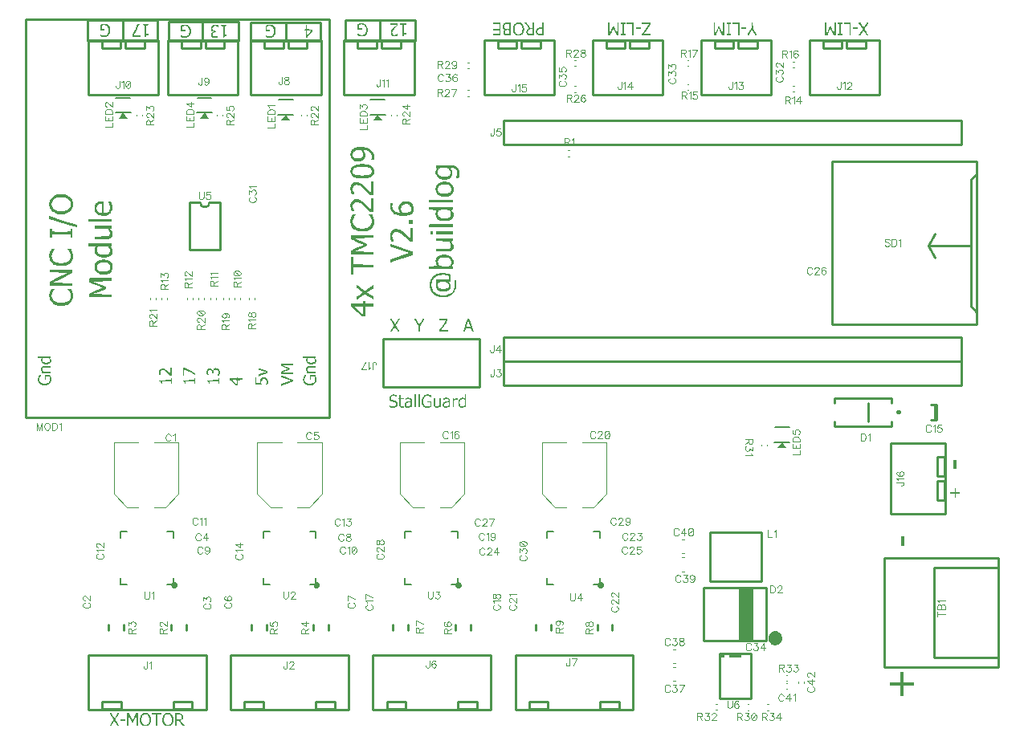
<source format=gbr>
G04 DipTrace 4.1.3.1*
G04 TopSilk.gbr*
%MOIN*%
G04 #@! TF.FileFunction,Legend,Top*
G04 #@! TF.Part,Single*
%ADD10C,0.009843*%
%ADD13C,0.004724*%
%ADD24C,0.005906*%
%ADD29C,0.003937*%
%ADD48C,0.006*%
%ADD117C,0.004632*%
%FSLAX26Y26*%
G04*
G70*
G90*
G75*
G01*
G04 TopSilk*
%LPD*%
X494929Y1192858D2*
D29*
X394142D1*
Y979079D1*
X448079Y925142D1*
X494929D1*
X561071Y1192858D2*
X661858D1*
Y979079D1*
X607921Y925142D1*
X561071D1*
X1088976Y1192858D2*
X988189D1*
Y979079D1*
X1042126Y925142D1*
X1088976D1*
X1155118Y1192858D2*
X1255906D1*
Y979079D1*
X1201969Y925142D1*
X1155118D1*
X3800000Y1350215D2*
D10*
Y1287286D1*
X3807449Y1350215D2*
Y1287286D1*
Y1350215D2*
X3783890D1*
X3807449Y1287286D2*
X3783890D1*
X1679528Y1192858D2*
D29*
X1578740D1*
Y979079D1*
X1632677Y925142D1*
X1679528D1*
X1745669Y1192858D2*
X1846457D1*
Y979079D1*
X1792520Y925142D1*
X1745669D1*
X2270079Y1192858D2*
X2169291D1*
Y979079D1*
X2223228Y925142D1*
X2270079D1*
X2336220Y1192858D2*
X2437008D1*
Y979079D1*
X2383071Y925142D1*
X2336220D1*
X2714025Y259990D2*
D13*
X2723474D1*
X2714025Y202509D2*
X2723474D1*
X2714025Y334990D2*
X2723474D1*
X2714025Y277509D2*
X2723474D1*
X2751525Y716240D2*
X2760974D1*
X2751525Y658760D2*
X2760974D1*
X2751525Y791240D2*
X2760974D1*
X2751525Y733760D2*
X2760974D1*
X3188189Y169291D2*
D29*
X3181890D1*
X3188189Y192913D2*
X3181890D1*
X3232283Y195226D2*
Y201525D1*
X3255906Y195226D2*
Y201525D1*
X3621072Y1279385D2*
D10*
Y1259696D1*
X3384848D1*
Y1279385D1*
X3621072Y1358117D2*
Y1377806D1*
X3384848D1*
Y1358117D1*
X3522626Y1279385D2*
Y1358117D1*
G36*
X3650594Y1328589D2*
X3651879Y1328505D1*
X3653141Y1328254D1*
X3654360Y1327840D1*
X3655514Y1327271D1*
X3656584Y1326556D1*
X3657551Y1325708D1*
X3658400Y1324740D1*
X3659115Y1323670D1*
X3659684Y1322516D1*
X3660098Y1321297D1*
X3660349Y1320035D1*
X3660433Y1318751D1*
X3660349Y1317466D1*
X3660098Y1316204D1*
X3659684Y1314986D1*
X3659115Y1313831D1*
X3658400Y1312761D1*
X3657551Y1311794D1*
X3656584Y1310945D1*
X3655514Y1310230D1*
X3654360Y1309661D1*
X3653141Y1309247D1*
X3651879Y1308996D1*
X3650594Y1308912D1*
X3650576D1*
X3649292Y1308996D1*
X3648030Y1309247D1*
X3646811Y1309661D1*
X3645657Y1310230D1*
X3644587Y1310945D1*
X3643619Y1311794D1*
X3642771Y1312761D1*
X3642056Y1313831D1*
X3641486Y1314986D1*
X3641073Y1316204D1*
X3640822Y1317466D1*
X3640738Y1318751D1*
X3640822Y1320035D1*
X3641073Y1321297D1*
X3641486Y1322516D1*
X3642056Y1323670D1*
X3642771Y1324740D1*
X3643619Y1325708D1*
X3644587Y1326556D1*
X3645657Y1327271D1*
X3646811Y1327840D1*
X3648030Y1328254D1*
X3649292Y1328505D1*
X3650576Y1328589D1*
X3650594D1*
G37*
X3098671Y371211D2*
D10*
Y591290D1*
X2838828D1*
Y371211D1*
X3098671D1*
G36*
X3047490Y371014D2*
Y591487D1*
X2988434D1*
Y371014D1*
X3047490D1*
G37*
G36*
X3165600Y378888D2*
X3165364Y375291D1*
X3164661Y371756D1*
X3163502Y368342D1*
X3161908Y365109D1*
X3159905Y362112D1*
X3157528Y359401D1*
X3154818Y357024D1*
X3151820Y355022D1*
X3148587Y353427D1*
X3145173Y352268D1*
X3141638Y351565D1*
X3138041Y351329D1*
X3134444Y351565D1*
X3130908Y352268D1*
X3127494Y353427D1*
X3124261Y355022D1*
X3121264Y357024D1*
X3118553Y359401D1*
X3116177Y362112D1*
X3114174Y365109D1*
X3112579Y368342D1*
X3111421Y371756D1*
X3110717Y375291D1*
X3110482Y378888D1*
Y382825D1*
X3110717Y386423D1*
X3111421Y389958D1*
X3112579Y393372D1*
X3114174Y396605D1*
X3116177Y399602D1*
X3118553Y402313D1*
X3121264Y404690D1*
X3124261Y406692D1*
X3127494Y408287D1*
X3130908Y409445D1*
X3134444Y410149D1*
X3138041Y410385D1*
X3141638Y410149D1*
X3145173Y409445D1*
X3148587Y408287D1*
X3151820Y406692D1*
X3154818Y404690D1*
X3157528Y402313D1*
X3159905Y399602D1*
X3161908Y396605D1*
X3163502Y393372D1*
X3164661Y389958D1*
X3165364Y386423D1*
X3165600Y382825D1*
Y378888D1*
G37*
X287402Y311024D2*
D10*
Y84646D1*
X775591D1*
Y311024D1*
X287402D1*
X344488Y118110D2*
Y88583D1*
X423228D1*
Y118110D1*
X344488D1*
X639764D2*
Y88583D1*
X718504D1*
Y118110D1*
X639764D1*
X877953Y311024D2*
Y84646D1*
X1366142D1*
Y311024D1*
X877953D1*
X935039Y118110D2*
Y88583D1*
X1013780D1*
Y118110D1*
X935039D1*
X1230315D2*
Y88583D1*
X1309055D1*
Y118110D1*
X1230315D1*
X2383356Y1430321D2*
X2375755D1*
X3834956Y1430375D2*
X2009056Y1430308D1*
X3909056Y1430377D2*
X3834956Y1430375D1*
X3909052Y1530377D2*
X3909056Y1430377D1*
X3909052Y1530377D2*
X2009052Y1530308D1*
X2009056Y1430308D1*
X2383356Y1530321D2*
X2375755D1*
X3834956Y1530375D2*
X2009056Y1530308D1*
X3909056Y1530377D2*
X3834956Y1530375D1*
X3909052Y1630377D2*
X3909056Y1530377D1*
X3909052Y1630377D2*
X2009052Y1630308D1*
X2009056Y1530308D1*
X2383356Y2430321D2*
X2375755D1*
X3834956Y2430375D2*
X2009056Y2430308D1*
X3909056Y2430377D2*
X3834956Y2430375D1*
X3909052Y2530377D2*
X3909056Y2430377D1*
X3909052Y2530377D2*
X2009052Y2530308D1*
X2009056Y2430308D1*
X1468504Y311024D2*
Y84646D1*
X1956693D1*
Y311024D1*
X1468504D1*
X1525591Y118110D2*
Y88583D1*
X1604331D1*
Y118110D1*
X1525591D1*
X1820866D2*
Y88583D1*
X1899606D1*
Y118110D1*
X1820866D1*
X2059055Y311024D2*
Y84646D1*
X2547244D1*
Y311024D1*
X2059055D1*
X2116142Y118110D2*
Y88583D1*
X2194882D1*
Y118110D1*
X2116142D1*
X2411417D2*
Y88583D1*
X2490157D1*
Y118110D1*
X2411417D1*
X1251919Y2636416D2*
Y2862794D1*
X960580D1*
Y2636416D1*
X1251919D1*
X1194832Y2829329D2*
Y2858857D1*
X1116092D1*
Y2829329D1*
X1194832D1*
X1096407D2*
Y2858857D1*
X1017667D1*
Y2829329D1*
X1096407D1*
X908132Y2636419D2*
X908127Y2862797D1*
X616789Y2862791D1*
X616794Y2636413D1*
X908132Y2636419D1*
X851042Y2829331D2*
X851041Y2858859D1*
X772301Y2858857D1*
Y2829330D1*
X851042Y2829331D1*
X752616Y2829329D2*
Y2858857D1*
X673876Y2858855D1*
Y2829327D1*
X752616Y2829329D1*
X576919Y2636416D2*
Y2862794D1*
X285580D1*
Y2636416D1*
X576919D1*
X519832Y2829329D2*
Y2858857D1*
X441092D1*
Y2829329D1*
X519832D1*
X421407D2*
Y2858857D1*
X342667D1*
Y2829329D1*
X421407D1*
X1639420Y2636416D2*
Y2862794D1*
X1348081D1*
Y2636416D1*
X1639420D1*
X1582333Y2829329D2*
Y2858857D1*
X1503593D1*
Y2829329D1*
X1582333D1*
X1483908D2*
Y2858857D1*
X1405168D1*
Y2829329D1*
X1483908D1*
X3570669Y2636416D2*
Y2862794D1*
X3279331D1*
Y2636416D1*
X3570669D1*
X3513583Y2829329D2*
Y2858857D1*
X3434843D1*
Y2829329D1*
X3513583D1*
X3415157D2*
Y2858857D1*
X3336417D1*
Y2829329D1*
X3415157D1*
X3120669Y2636416D2*
Y2862794D1*
X2829331D1*
Y2636416D1*
X3120669D1*
X3063583Y2829329D2*
Y2858857D1*
X2984843D1*
Y2829329D1*
X3063583D1*
X2965157D2*
Y2858857D1*
X2886417D1*
Y2829329D1*
X2965157D1*
X2670669Y2636416D2*
Y2862794D1*
X2379331D1*
Y2636416D1*
X2670669D1*
X2613583Y2829329D2*
Y2858857D1*
X2534843D1*
Y2829329D1*
X2613583D1*
X2515157D2*
Y2858857D1*
X2436417D1*
Y2829329D1*
X2515157D1*
X2220671Y2636416D2*
Y2862794D1*
X1929332D1*
Y2636416D1*
X2220671D1*
X2163584Y2829329D2*
Y2858857D1*
X2084844D1*
Y2829329D1*
X2163584D1*
X2065159D2*
Y2858857D1*
X1986419D1*
Y2829329D1*
X2065159D1*
X3616142Y898081D2*
X3842520D1*
Y1189420D1*
X3616142D1*
Y898081D1*
X3809055Y955168D2*
X3838583D1*
Y1033908D1*
X3809055D1*
Y955168D1*
Y1053593D2*
X3838583D1*
Y1132333D1*
X3809055D1*
Y1053593D1*
X1510787Y1624985D2*
X1510801Y1424985D1*
X1910801Y1425015D1*
X1910787Y1625015D1*
X1510787Y1624985D1*
X3080954Y616387D2*
Y821112D1*
X2868356D1*
Y616387D1*
X3080954D1*
G36*
X1106249Y2554083D2*
X1087499Y2529083D1*
X1125000D1*
D1*
X1106249Y2554083D1*
G37*
X1075000D2*
D24*
X1137499D1*
X1076722Y2616730D2*
X1135777D1*
G36*
X431249Y2562500D2*
X412499Y2537500D1*
X450000D1*
D1*
X431249Y2562500D1*
G37*
X400000D2*
D24*
X462499D1*
X401722Y2625147D2*
X460777D1*
G36*
X1487500Y2554083D2*
X1468749Y2529083D1*
X1506251D1*
D1*
X1487500Y2554083D1*
G37*
X1456251D2*
D24*
X1518749D1*
X1457972Y2616730D2*
X1517028D1*
G36*
X768749Y2562500D2*
X749999Y2537500D1*
X787500D1*
D1*
X768749Y2562500D1*
G37*
X737500D2*
D24*
X799999D1*
X739222Y2625147D2*
X798277D1*
G36*
X3165993Y1194685D2*
X3147243Y1169685D1*
X3184744D1*
D1*
X3165993Y1194685D1*
G37*
X3134744D2*
D24*
X3197243D1*
X3136466Y1257332D2*
X3195521D1*
X1286171Y1298475D2*
D10*
Y2952018D1*
X26328D1*
Y1298475D1*
X1286171D1*
X2278493Y2405562D2*
D13*
X2284005D1*
X2278493Y2381940D2*
X2284005D1*
X692882Y413418D2*
D10*
Y436977D1*
X629953Y413417D2*
Y436976D1*
X433040Y413418D2*
X433039Y436977D1*
X370110Y413417D2*
Y436976D1*
X1281906Y413417D2*
Y436976D1*
X1218976Y413417D2*
Y436976D1*
X1026106Y413417D2*
Y436976D1*
X963177Y413417D2*
Y436976D1*
X1873245Y413417D2*
Y436976D1*
X1810316Y413417D2*
Y436976D1*
X1614655Y413417D2*
Y436976D1*
X1551726Y413417D2*
Y436976D1*
X2461533Y413417D2*
Y436976D1*
X2398604Y413417D2*
Y436976D1*
X2206958Y413417D2*
Y436976D1*
X2144029Y413417D2*
Y436976D1*
X917417Y1792764D2*
D13*
Y1787252D1*
X893795Y1792764D2*
Y1787252D1*
X817398Y1792764D2*
Y1787252D1*
X793776Y1792764D2*
Y1787252D1*
X720945Y1792764D2*
Y1787252D1*
X697323Y1792764D2*
Y1787252D1*
X614348Y1792764D2*
Y1787252D1*
X590726Y1792764D2*
Y1787252D1*
X3209745Y2674311D2*
X3215257D1*
X3209745Y2650689D2*
X3215257D1*
X2772244Y2680562D2*
X2777756D1*
X2772244Y2656940D2*
X2777756D1*
X3209745Y2774311D2*
X3215257D1*
X3209745Y2750689D2*
X3215257D1*
X2772242Y2782085D2*
X2777754D1*
X2772243Y2758463D2*
X2777755D1*
X952744Y1787252D2*
Y1792764D1*
X976366Y1787252D2*
Y1792764D1*
X846959Y1787252D2*
Y1792764D1*
X870581Y1787252D2*
Y1792764D1*
X742596Y1787252D2*
Y1792764D1*
X766218Y1787252D2*
Y1792764D1*
X544291Y1787252D2*
Y1792764D1*
X567913Y1787252D2*
Y1792764D1*
X1193062Y2554525D2*
Y2549013D1*
X1169440Y2554525D2*
Y2549013D1*
X511812Y2554525D2*
Y2549013D1*
X488190Y2554525D2*
Y2549013D1*
X1568060Y2554525D2*
Y2549013D1*
X1544438Y2554525D2*
Y2549013D1*
X843062Y2554525D2*
Y2549013D1*
X819440Y2554525D2*
Y2549013D1*
X2303247Y2672341D2*
X2308759D1*
X2303247Y2648719D2*
X2308759D1*
X1859744Y2655560D2*
X1865256D1*
X1859744Y2631938D2*
X1865256D1*
X2303247Y2782085D2*
X2308759D1*
X2303247Y2758463D2*
X2308759D1*
X1859744Y2771948D2*
X1865256D1*
X1859744Y2748325D2*
X1865256D1*
X3027756Y81938D2*
X3022244D1*
X3027756Y105560D2*
X3022244D1*
X3102804Y1184941D2*
Y1179429D1*
X3079182Y1184941D2*
Y1179429D1*
X2896457Y82677D2*
X2890945D1*
X2896457Y106299D2*
X2890945D1*
X3187795Y204724D2*
X3182283D1*
X3187795Y228346D2*
X3182283D1*
X3109005Y81938D2*
X3103493D1*
X3109005Y105560D2*
X3103493D1*
X3975000Y1734135D2*
D10*
X3949980Y1759110D1*
X3975000Y1684118D2*
Y2359118D1*
X3375000D1*
Y1684118D1*
X3975000D1*
X3949980Y1759110D2*
Y2284126D1*
X3975000Y2309101D1*
X3949980Y2009131D2*
X3775020D1*
X3799980Y1959113D1*
X3775020Y2009131D2*
X3799980Y2059148D1*
X3591289Y261909D2*
X4063730D1*
Y714665D1*
X3591289D1*
Y261909D1*
X3797982Y301280D2*
X4063730D1*
Y675295D1*
X3797982D1*
Y301280D1*
G36*
X656494Y600100D2*
X656387Y598469D1*
X656068Y596865D1*
X655543Y595317D1*
X654819Y593850D1*
X653911Y592491D1*
X652833Y591262D1*
X651604Y590183D1*
X650244Y589275D1*
X648778Y588552D1*
X647229Y588026D1*
X645626Y587707D1*
X643994Y587600D1*
X642363Y587707D1*
X640759Y588026D1*
X639211Y588552D1*
X637744Y589275D1*
X636385Y590183D1*
X635155Y591262D1*
X634077Y592491D1*
X633169Y593850D1*
X632446Y595317D1*
X631920Y596865D1*
X631601Y598469D1*
X631494Y600100D1*
Y600988D1*
X631601Y602619D1*
X631920Y604223D1*
X632446Y605771D1*
X633169Y607238D1*
X634077Y608597D1*
X635155Y609826D1*
X636385Y610904D1*
X637744Y611813D1*
X639211Y612536D1*
X640759Y613062D1*
X642363Y613381D1*
X643994Y613488D1*
X645626Y613381D1*
X647229Y613062D1*
X648778Y612536D1*
X650244Y611813D1*
X651604Y610904D1*
X652833Y609826D1*
X653911Y608597D1*
X654819Y607238D1*
X655543Y605771D1*
X656068Y604223D1*
X656387Y602619D1*
X656494Y600988D1*
Y600100D1*
G37*
X614896Y602852D2*
D48*
X641242D1*
X421740Y629199D2*
Y602852D1*
X448089Y822355D2*
X421740D1*
X641242D2*
X614896D1*
X421740D2*
Y796006D1*
Y602852D2*
X448089D1*
X641242D2*
Y629199D1*
Y796006D2*
Y822355D1*
G36*
X1247049Y600102D2*
X1246942Y598470D1*
X1246623Y596866D1*
X1246098Y595318D1*
X1245374Y593852D1*
X1244466Y592492D1*
X1243388Y591263D1*
X1242159Y590185D1*
X1240799Y589276D1*
X1239333Y588553D1*
X1237784Y588027D1*
X1236181Y587708D1*
X1234549Y587601D1*
X1232918Y587708D1*
X1231314Y588027D1*
X1229766Y588553D1*
X1228299Y589276D1*
X1226940Y590184D1*
X1225710Y591262D1*
X1224632Y592492D1*
X1223724Y593851D1*
X1223001Y595318D1*
X1222475Y596866D1*
X1222156Y598470D1*
X1222049Y600101D1*
Y600988D1*
X1222156Y602620D1*
X1222475Y604224D1*
X1223000Y605772D1*
X1223723Y607238D1*
X1224632Y608598D1*
X1225710Y609827D1*
X1226939Y610905D1*
X1228299Y611814D1*
X1229765Y612537D1*
X1231313Y613063D1*
X1232917Y613382D1*
X1234549Y613489D1*
X1236180Y613382D1*
X1237784Y613063D1*
X1239332Y612537D1*
X1240799Y611814D1*
X1242158Y610906D1*
X1243388Y609828D1*
X1244466Y608598D1*
X1245374Y607239D1*
X1246097Y605772D1*
X1246623Y604224D1*
X1246942Y602620D1*
X1247049Y600989D1*
Y600102D1*
G37*
X1205450Y602853D2*
D48*
X1231797D1*
X1012294Y629195D2*
Y602848D1*
X1038639Y822352D2*
X1012289Y822351D1*
X1231792Y822356D2*
X1205446Y822355D1*
X1012289Y822351D2*
X1012290Y796002D1*
X1012294Y602848D2*
X1038643Y602849D1*
X1231797Y602853D2*
X1231796Y629200D1*
X1231793Y796007D2*
X1231792Y822356D1*
G36*
X1835792Y600100D2*
X1835685Y598469D1*
X1835366Y596865D1*
X1834840Y595317D1*
X1834117Y593850D1*
X1833209Y592491D1*
X1832131Y591262D1*
X1830902Y590183D1*
X1829542Y589275D1*
X1828076Y588552D1*
X1826527Y588026D1*
X1824924Y587707D1*
X1823292Y587600D1*
X1821660Y587707D1*
X1820057Y588026D1*
X1818508Y588552D1*
X1817042Y589275D1*
X1815682Y590183D1*
X1814453Y591262D1*
X1813375Y592491D1*
X1812467Y593850D1*
X1811744Y595317D1*
X1811218Y596865D1*
X1810899Y598469D1*
X1810792Y600100D1*
Y600988D1*
X1810899Y602619D1*
X1811218Y604223D1*
X1811744Y605771D1*
X1812467Y607238D1*
X1813375Y608597D1*
X1814453Y609826D1*
X1815682Y610904D1*
X1817042Y611813D1*
X1818508Y612536D1*
X1820057Y613062D1*
X1821660Y613381D1*
X1823292Y613488D1*
X1824924Y613381D1*
X1826527Y613062D1*
X1828076Y612536D1*
X1829542Y611813D1*
X1830902Y610904D1*
X1832131Y609826D1*
X1833209Y608597D1*
X1834117Y607238D1*
X1834840Y605771D1*
X1835366Y604223D1*
X1835685Y602619D1*
X1835792Y600988D1*
Y600100D1*
G37*
X1794194Y602852D2*
D48*
X1820540D1*
X1601037Y629199D2*
Y602852D1*
X1627386Y822355D2*
X1601037D1*
X1820540D2*
X1794194D1*
X1601037D2*
Y796006D1*
Y602852D2*
X1627386D1*
X1820540D2*
Y629199D1*
Y796006D2*
Y822355D1*
G36*
X2426347Y600102D2*
X2426240Y598470D1*
X2425921Y596866D1*
X2425395Y595318D1*
X2424672Y593852D1*
X2423764Y592492D1*
X2422686Y591263D1*
X2421457Y590185D1*
X2420097Y589276D1*
X2418631Y588553D1*
X2417082Y588027D1*
X2415479Y587708D1*
X2413847Y587601D1*
X2412216Y587708D1*
X2410612Y588027D1*
X2409064Y588553D1*
X2407597Y589276D1*
X2406238Y590184D1*
X2405008Y591262D1*
X2403930Y592492D1*
X2403022Y593851D1*
X2402298Y595318D1*
X2401773Y596866D1*
X2401454Y598470D1*
X2401347Y600101D1*
Y600988D1*
X2401454Y602620D1*
X2401773Y604224D1*
X2402298Y605772D1*
X2403021Y607238D1*
X2403930Y608598D1*
X2405008Y609827D1*
X2406237Y610905D1*
X2407597Y611814D1*
X2409063Y612537D1*
X2410611Y613063D1*
X2412215Y613382D1*
X2413847Y613489D1*
X2415478Y613382D1*
X2417082Y613063D1*
X2418630Y612537D1*
X2420097Y611814D1*
X2421456Y610906D1*
X2422685Y609828D1*
X2423764Y608598D1*
X2424672Y607239D1*
X2425395Y605772D1*
X2425921Y604224D1*
X2426240Y602620D1*
X2426347Y600989D1*
Y600102D1*
G37*
X2384748Y602853D2*
D48*
X2411095D1*
X2191592Y629195D2*
Y602848D1*
X2217936Y822352D2*
X2191587Y822351D1*
X2411090Y822356D2*
X2384744Y822355D1*
X2191587Y822351D2*
X2191588Y796002D1*
X2191592Y602848D2*
X2217941Y602849D1*
X2411095Y602853D2*
X2411094Y629200D1*
X2411091Y796007D2*
X2411090Y822356D1*
X707360Y2189840D2*
D10*
Y1992987D1*
X833328Y2189840D2*
Y1992987D1*
X707360D2*
X833328D1*
X707360Y2189840D2*
X750656D1*
X790031D2*
X833328D1*
X750656D2*
G03X790031Y2189840I19688J1D01*
G01*
X3035671Y318504D2*
X2907714D1*
Y131496D1*
X3035671D1*
Y318504D1*
G36*
X2917573D2*
X2918858Y318420D1*
X2920121Y318168D1*
X2921341Y317754D1*
X2922496Y317185D1*
X2923567Y316469D1*
X2924535Y315620D1*
X2925384Y314652D1*
X2926100Y313581D1*
X2926669Y312426D1*
X2927083Y311206D1*
X2927334Y309943D1*
X2927419Y308658D1*
X2927334Y307373D1*
X2927083Y306110D1*
X2926669Y304890D1*
X2926100Y303735D1*
X2925384Y302664D1*
X2924535Y301696D1*
X2923567Y300847D1*
X2922496Y300131D1*
X2921341Y299562D1*
X2920121Y299148D1*
X2918858Y298897D1*
X2917573Y298812D1*
X2917560D1*
X2916275Y298897D1*
X2915011Y299148D1*
X2913792Y299562D1*
X2912637Y300131D1*
X2911566Y300847D1*
X2910598Y301696D1*
X2909749Y302664D1*
X2909033Y303735D1*
X2908463Y304890D1*
X2908049Y306110D1*
X2907798Y307373D1*
X2907714Y308658D1*
X2907798Y309943D1*
X2908049Y311206D1*
X2908463Y312426D1*
X2909033Y313581D1*
X2909749Y314652D1*
X2910598Y315620D1*
X2911566Y316469D1*
X2912637Y317185D1*
X2913792Y317754D1*
X2915011Y318168D1*
X2916275Y318420D1*
X2917560Y318504D1*
X2917573D1*
G37*
G36*
X2996316D2*
X2947096D1*
Y298812D1*
X2996316D1*
Y318504D1*
G37*
X619587Y2938832D2*
D10*
X759348D1*
Y2861517D1*
X619587D1*
Y2938832D1*
X759348D2*
X910925D1*
Y2861517D1*
X759348D1*
Y2938832D1*
X959547Y2935814D2*
X1106425D1*
Y2861517D1*
X959547D1*
Y2935814D1*
X1106425D2*
X1250886D1*
Y2861517D1*
X1106425D1*
Y2935814D1*
X1352360Y2948176D2*
X1497811D1*
Y2859266D1*
X1352360D1*
Y2948176D1*
X1497811D2*
X1643698D1*
Y2859266D1*
X1497811D1*
Y2948176D1*
X283173Y2946346D2*
X430404D1*
Y2858812D1*
X283173D1*
Y2946346D1*
X430404D2*
X574512D1*
Y2858812D1*
X430404D1*
Y2946346D1*
G36*
X508123Y64255D2*
X506154Y62287D1*
X504842Y60318D1*
X502873Y56381D1*
X502217Y54413D1*
X501561Y51788D1*
X500905Y48507D1*
Y37353D1*
X501561Y34072D1*
X502217Y31447D1*
X502873Y29479D1*
X504842Y25542D1*
X506154Y23573D1*
X510091Y19636D1*
X512060Y18324D1*
X514684Y17011D1*
X516653Y16355D1*
X519934Y15699D1*
X527808D1*
X530432Y16355D1*
X532401Y17011D1*
X536338Y18980D1*
X538306Y20292D1*
X540275Y22261D1*
X542243Y24885D1*
X544868Y30135D1*
X545524Y32103D1*
X546180Y34728D1*
X546837Y39977D1*
Y45883D1*
X546180Y51132D1*
X545524Y53757D1*
X544868Y55725D1*
X542243Y60975D1*
X540931Y62943D1*
X538306Y65568D1*
X536338Y66880D1*
X532401Y68849D1*
X530432Y69505D1*
X527808Y70161D1*
X519934D1*
X514684Y68849D1*
X512060Y67536D1*
X510091Y66224D1*
X508123Y64255D1*
X519934D1*
X522558Y64912D1*
X525183D1*
X527808Y64255D1*
X529776Y63599D1*
X532401Y62287D1*
X533057Y61631D1*
X534369Y60975D1*
X534898Y60127D1*
X535026Y59662D1*
X536994Y57038D1*
X537650Y55725D1*
X538306Y53757D1*
X538963Y51132D1*
X539619Y47195D1*
X540275Y46539D1*
Y39321D1*
X539619Y38665D1*
X538963Y34072D1*
X537650Y30135D1*
X536994Y28822D1*
Y28166D1*
X532401Y23573D1*
X529776Y22261D1*
X527808Y21605D1*
X525183Y20948D1*
X522558D1*
X519934Y21605D1*
X517965Y22261D1*
X514028Y24229D1*
X512060Y26198D1*
Y26854D1*
X510747Y28822D1*
X509435Y31447D1*
X508779Y33416D1*
X508123Y36696D1*
X507466Y37353D1*
Y48507D1*
X508123Y49164D1*
X508779Y52444D1*
X510091Y56381D1*
X511404Y58350D1*
Y59006D1*
X514028Y61631D1*
X515341Y62287D1*
X515997Y62943D1*
X517309Y63599D1*
X519934Y64255D1*
X508123D1*
G37*
G36*
X601299D2*
X599330Y62287D1*
X598018Y60318D1*
X596049Y56381D1*
X595393Y54413D1*
X594737Y51788D1*
X594081Y48507D1*
Y37353D1*
X594737Y34072D1*
X595393Y31447D1*
X596049Y29479D1*
X598018Y25542D1*
X599330Y23573D1*
X603267Y19636D1*
X605236Y18324D1*
X607860Y17011D1*
X609829Y16355D1*
X613110Y15699D1*
X620984D1*
X623608Y16355D1*
X625577Y17011D1*
X629514Y18980D1*
X631482Y20292D1*
X633451Y22261D1*
X635419Y24885D1*
X638044Y30135D1*
X638700Y32103D1*
X639356Y34728D1*
X640012Y39977D1*
Y45883D1*
X639356Y51132D1*
X638700Y53757D1*
X638044Y55725D1*
X635419Y60975D1*
X634107Y62943D1*
X631482Y65568D1*
X629514Y66880D1*
X625577Y68849D1*
X623608Y69505D1*
X620984Y70161D1*
X613110D1*
X607860Y68849D1*
X605236Y67536D1*
X603267Y66224D1*
X601299Y64255D1*
X613110D1*
X615734Y64912D1*
X618359D1*
X620984Y64255D1*
X622952Y63599D1*
X625577Y62287D1*
X626233Y61631D1*
X627545Y60975D1*
X628074Y60127D1*
X628201Y59662D1*
X630170Y57038D1*
X630826Y55725D1*
X631482Y53757D1*
X632138Y51132D1*
X632795Y47195D1*
X633451Y46539D1*
Y39321D1*
X632795Y38665D1*
X632138Y34072D1*
X630826Y30135D1*
X630170Y28822D1*
Y28166D1*
X625577Y23573D1*
X622952Y22261D1*
X620984Y21605D1*
X618359Y20948D1*
X615734D1*
X613110Y21605D1*
X611141Y22261D1*
X607204Y24229D1*
X605236Y26198D1*
Y26854D1*
X603923Y28822D1*
X602611Y31447D1*
X601955Y33416D1*
X601299Y36696D1*
X600642Y37353D1*
Y48507D1*
X601299Y49164D1*
X601955Y52444D1*
X603267Y56381D1*
X604579Y58350D1*
Y59006D1*
X607204Y61631D1*
X608516Y62287D1*
X609173Y62943D1*
X610485Y63599D1*
X613110Y64255D1*
X601299D1*
G37*
G36*
X375577Y68849D2*
X376105Y68001D1*
X376233Y67536D1*
X376889Y66224D1*
X378201Y64255D1*
X378858Y62943D1*
X381482Y59006D1*
X382138Y57694D1*
X384763Y53757D1*
X385419Y52444D1*
X386732Y50476D1*
X387388Y49164D1*
X390012Y45227D1*
X390669Y43914D1*
X391165Y43032D1*
X391099Y42441D1*
X390669Y41946D1*
X389356Y39977D1*
X388700Y38665D1*
X384763Y32759D1*
X384107Y31447D1*
X380170Y25542D1*
X379514Y24229D1*
X375577Y18324D1*
X374921Y17011D1*
X381482D1*
X382795Y18324D1*
X384107Y20292D1*
X384763Y21605D1*
X387388Y25542D1*
X388044Y26854D1*
X390669Y30791D1*
X391325Y32103D1*
X393949Y36040D1*
X394085Y36485D1*
X394679Y37073D1*
X395262Y37353D1*
X396574Y36040D1*
Y35384D1*
X397230Y34072D1*
X399855Y30135D1*
X400511Y28822D1*
X401823Y26854D1*
X402480Y25542D1*
X405104Y21605D1*
X405760Y20292D1*
X407073Y18324D1*
X407729Y17011D1*
X414947D1*
Y17668D1*
X414291Y18980D1*
X411666Y22917D1*
X411010Y24229D1*
X409697Y26198D1*
X409041Y27510D1*
X406417Y31447D1*
X405760Y32759D1*
X403136Y36696D1*
X402480Y38009D1*
X401167Y39977D1*
X400511Y41290D1*
X399199Y42602D1*
Y43914D1*
X400511Y45227D1*
X401167Y46539D1*
X405104Y52444D1*
X405760Y53757D1*
X409697Y59662D1*
X410354Y60975D1*
X414291Y66880D1*
X414947Y68192D1*
Y68849D1*
X408385D1*
X405760Y64912D1*
X405104Y63599D1*
X402480Y59662D1*
X401823Y58350D1*
X399199Y54413D1*
X398543Y53101D1*
X397230Y51132D1*
X396574Y49820D1*
X396335Y49013D1*
X395637Y48454D1*
X395043Y48558D1*
X394387Y49325D1*
X394606Y49820D1*
X393293Y51788D1*
X392637Y53101D1*
X391325Y55069D1*
X390669Y56381D1*
X388044Y60318D1*
X387388Y61631D1*
X386075Y63599D1*
X385419Y64912D1*
X384107Y66880D1*
X383451Y68192D1*
X382795Y68849D1*
X375577D1*
G37*
G36*
X448411D2*
Y17011D1*
X453661D1*
Y60975D1*
X454151Y61396D1*
X454491Y61358D1*
X454973Y60975D1*
X455629Y59006D1*
X457598Y55069D1*
X458254Y53101D1*
X460222Y49164D1*
X460879Y47195D1*
X462847Y43258D1*
X463503Y41290D1*
X464816Y38665D1*
X465472Y36696D1*
X468096Y31447D1*
X472033D1*
X473346Y34072D1*
X474002Y36040D1*
X475970Y39977D1*
X476627Y41946D1*
X478595Y45883D1*
X479251Y47851D1*
X481220Y51788D1*
X481876Y53757D1*
X483844Y57694D1*
X484501Y59662D1*
X484831Y60314D1*
X485187Y60920D1*
X485652Y61385D1*
X485988Y61355D1*
X486469Y60975D1*
Y17011D1*
X492375D1*
Y68849D1*
X483188D1*
X482532Y67536D1*
X481876Y65568D1*
X479907Y61631D1*
X479251Y59662D1*
X477939Y57038D1*
X477283Y55069D1*
X475970Y52444D1*
X475314Y50476D1*
X473346Y46539D1*
X472690Y44570D1*
X471377Y41946D1*
Y40633D1*
X470577Y39949D1*
X469819Y40033D1*
X469409Y40633D1*
Y41946D1*
X467440Y45883D1*
X466784Y47851D1*
X464159Y53101D1*
X463503Y55069D1*
X461535Y59006D1*
X460879Y60975D1*
X458254Y66224D1*
X457598Y68192D1*
X456942Y68849D1*
X448411D1*
G37*
G36*
X549461D2*
Y63599D1*
X567178Y62943D1*
Y17011D1*
X573739D1*
Y62943D1*
X590800Y63599D1*
Y68849D1*
X549461D1*
G37*
G36*
X647886Y62943D2*
Y17011D1*
X654448D1*
Y37353D1*
X657510Y38009D1*
X660572D1*
X663634Y37353D1*
Y36696D1*
X668884Y30135D1*
X670852Y27510D1*
X676102Y20948D1*
X678070Y18324D1*
X679383Y17011D1*
X687913D1*
X682663Y23573D1*
X679383Y27510D1*
X671508Y37353D1*
X669540Y39321D1*
X670196Y39977D1*
X672821Y41290D1*
X674789Y42602D1*
X677414Y45227D1*
X678726Y47195D1*
X680039Y51132D1*
Y59006D1*
X678070Y62943D1*
X674789Y66224D1*
X672165Y67536D1*
X670196Y68192D1*
X666915Y68849D1*
X647886D1*
Y62943D1*
X654448D1*
X658604Y63599D1*
X662760D1*
X666915Y62943D1*
X668884Y62287D1*
X670196Y61631D1*
X672821Y59006D1*
Y58350D1*
X673477Y57694D1*
Y50476D1*
X672821Y49820D1*
X672165Y48507D1*
Y47851D1*
X669540Y45227D1*
X668228Y44570D1*
X665603Y43914D1*
X661885Y43258D1*
X658166D1*
X654448Y43914D1*
Y62943D1*
X647886D1*
G37*
G36*
X419540Y42602D2*
Y36696D1*
X438569D1*
Y42602D1*
X419540D1*
G37*
G36*
X3344737Y2936303D2*
Y2884465D1*
X3353267D1*
X3353923Y2885122D1*
X3355236Y2887746D1*
X3355892Y2889715D1*
X3357204Y2892339D1*
X3357860Y2894308D1*
X3359829Y2898245D1*
X3360485Y2900213D1*
X3361797Y2902838D1*
X3362453Y2904807D1*
X3363766Y2907431D1*
X3364422Y2909400D1*
X3365734Y2912024D1*
X3365841Y2912532D1*
X3366244Y2913070D1*
X3366567Y2913054D1*
X3367015Y2912614D1*
X3367367Y2912012D1*
X3367703Y2911368D1*
X3368359Y2909400D1*
X3370327Y2905463D1*
X3370984Y2903494D1*
X3373608Y2898245D1*
X3374264Y2896276D1*
X3376233Y2892339D1*
X3376889Y2890371D1*
X3379514Y2885122D1*
X3380170Y2884465D1*
X3388700D1*
Y2936303D1*
X3382795D1*
Y2892996D1*
X3382099Y2892283D1*
X3381761Y2892388D1*
X3381339Y2893111D1*
X3381482Y2893652D1*
X3380170Y2896276D1*
X3379514Y2898245D1*
X3377545Y2902182D1*
X3376889Y2904150D1*
X3374921Y2908087D1*
X3374264Y2910056D1*
X3372952Y2912681D1*
X3372296Y2914649D1*
X3370327Y2918586D1*
X3369671Y2920555D1*
X3369015Y2921867D1*
X3365078D1*
X3364422Y2921211D1*
X3363766Y2919242D1*
X3361797Y2915305D1*
X3361141Y2913337D1*
X3359173Y2909400D1*
X3358516Y2907431D1*
X3356548Y2903494D1*
X3355892Y2901526D1*
X3353923Y2897589D1*
X3353267Y2895620D1*
X3351955Y2892996D1*
X3351788Y2892221D1*
X3351260Y2891623D1*
X3350920Y2891733D1*
X3350642Y2892339D1*
Y2936303D1*
X3344737D1*
G37*
G36*
X3397886D2*
Y2931710D1*
X3405104Y2931053D1*
Y2889715D1*
X3397886Y2889059D1*
Y2884465D1*
X3417571D1*
Y2889059D1*
X3411010Y2889715D1*
Y2931053D1*
X3417571Y2931710D1*
Y2936303D1*
X3397886D1*
G37*
G36*
X3422165D2*
Y2931053D1*
X3445787Y2930397D1*
Y2884465D1*
X3451692D1*
Y2936303D1*
X3422165D1*
G37*
G36*
X3484501D2*
X3485029Y2935455D1*
X3485157Y2934990D1*
X3487781Y2931053D1*
X3488438Y2929741D1*
X3491062Y2925804D1*
X3491718Y2924492D1*
X3493031Y2922523D1*
X3493687Y2921211D1*
X3496312Y2917274D1*
X3496968Y2915961D1*
X3499592Y2912024D1*
X3499921Y2911368D1*
X3500199Y2910650D1*
X3500240Y2910047D1*
X3500226Y2909379D1*
X3500031Y2908602D1*
X3499592Y2908087D1*
X3495655Y2902182D1*
X3494999Y2900870D1*
X3491062Y2894964D1*
X3490406Y2893652D1*
X3485157Y2885778D1*
X3484501Y2884465D1*
X3491718D1*
X3492375Y2885778D1*
X3494999Y2889715D1*
X3495655Y2891027D1*
X3496968Y2892996D1*
X3497624Y2894308D1*
X3500249Y2898245D1*
X3500905Y2899557D1*
X3503529Y2903494D1*
X3503637Y2904002D1*
X3504039Y2904540D1*
X3504363Y2904524D1*
X3504842Y2904150D1*
X3506154Y2902182D1*
X3506810Y2900870D1*
X3509435Y2896933D1*
X3510091Y2895620D1*
X3511404Y2893652D1*
X3512060Y2892339D1*
X3513372Y2890371D1*
X3514028Y2889059D1*
X3516653Y2885122D1*
X3517309Y2884465D1*
X3524527D1*
X3523871Y2885778D1*
X3521246Y2889715D1*
X3520590Y2891027D1*
X3517965Y2894964D1*
X3517309Y2896276D1*
X3515997Y2898245D1*
X3515341Y2899557D1*
X3512716Y2903494D1*
X3512060Y2904807D1*
X3510747Y2906775D1*
X3510091Y2908087D1*
X3508779Y2909400D1*
Y2911368D1*
X3510091Y2912681D1*
X3510747Y2913993D1*
X3514684Y2919898D1*
X3515341Y2921211D1*
X3519278Y2927116D1*
X3519934Y2928429D1*
X3523871Y2934334D1*
X3524527Y2935647D1*
Y2936303D1*
X3517965D1*
X3515341Y2932366D1*
X3514684Y2931053D1*
X3512060Y2927116D1*
X3511404Y2925804D1*
X3508779Y2921867D1*
X3508123Y2920555D1*
X3506810Y2918586D1*
X3505823Y2916616D1*
X3505442Y2915931D1*
X3504801Y2915247D1*
X3504465Y2915354D1*
X3504042Y2916077D1*
X3504186Y2916618D1*
X3502873Y2918586D1*
X3502217Y2919898D1*
X3499592Y2923835D1*
X3498936Y2925148D1*
X3497624Y2927116D1*
X3496968Y2928429D1*
X3495655Y2930397D1*
X3494999Y2931710D1*
X3492375Y2935647D1*
X3491718Y2936303D1*
X3484501D1*
G37*
G36*
X3460879Y2916618D2*
Y2910712D1*
X3479907D1*
Y2916618D1*
X3460879D1*
G37*
G36*
X2882138Y2936303D2*
Y2884465D1*
X2890669D1*
X2891325Y2885122D1*
X2892637Y2887746D1*
X2893293Y2889715D1*
X2894606Y2892339D1*
X2895262Y2894308D1*
X2897230Y2898245D1*
X2897886Y2900213D1*
X2899199Y2902838D1*
X2899855Y2904807D1*
X2901167Y2907431D1*
X2901823Y2909400D1*
X2903136Y2912024D1*
X2903243Y2912532D1*
X2903645Y2913070D1*
X2903969Y2913054D1*
X2904417Y2912614D1*
X2904769Y2912012D1*
X2905104Y2911368D1*
X2905760Y2909400D1*
X2907729Y2905463D1*
X2908385Y2903494D1*
X2911010Y2898245D1*
X2911666Y2896276D1*
X2913634Y2892339D1*
X2914291Y2890371D1*
X2916915Y2885122D1*
X2917571Y2884465D1*
X2926102D1*
Y2936303D1*
X2920196D1*
Y2892996D1*
X2919500Y2892283D1*
X2919162Y2892388D1*
X2918741Y2893111D1*
X2918884Y2893652D1*
X2917571Y2896276D1*
X2916915Y2898245D1*
X2914947Y2902182D1*
X2914291Y2904150D1*
X2912322Y2908087D1*
X2911666Y2910056D1*
X2910354Y2912681D1*
X2909697Y2914649D1*
X2907729Y2918586D1*
X2907073Y2920555D1*
X2906417Y2921867D1*
X2902480D1*
X2901823Y2921211D1*
X2901167Y2919242D1*
X2899199Y2915305D1*
X2898543Y2913337D1*
X2896574Y2909400D1*
X2895918Y2907431D1*
X2893949Y2903494D1*
X2893293Y2901526D1*
X2891325Y2897589D1*
X2890669Y2895620D1*
X2889356Y2892996D1*
X2889190Y2892221D1*
X2888662Y2891623D1*
X2888322Y2891733D1*
X2888044Y2892339D1*
Y2936303D1*
X2882138D1*
G37*
G36*
X2935288D2*
Y2931710D1*
X2942506Y2931053D1*
Y2889715D1*
X2935288Y2889059D1*
Y2884465D1*
X2954973D1*
Y2889059D1*
X2948411Y2889715D1*
Y2931053D1*
X2954973Y2931710D1*
Y2936303D1*
X2935288D1*
G37*
G36*
X2959566D2*
Y2931053D1*
X2983188Y2930397D1*
Y2884465D1*
X2989094D1*
Y2936303D1*
X2959566D1*
G37*
G36*
X3038963D2*
Y2913993D1*
X3038306Y2913337D1*
X3037650Y2912024D1*
X3036338Y2910056D1*
X3035682Y2908744D1*
X3034369Y2906775D1*
X3033713Y2905463D1*
X3032401Y2903494D1*
X3031745Y2902182D1*
X3030432Y2900213D1*
X3029776Y2898901D1*
X3028464Y2896933D1*
X3027808Y2895620D1*
X3025183Y2891683D1*
X3024527Y2890371D1*
X3023215Y2888402D1*
X3022558Y2887090D1*
X3021246Y2885122D1*
Y2884465D1*
X3027808D1*
X3029120Y2886434D1*
X3029776Y2887746D1*
X3031089Y2889715D1*
X3031745Y2891027D1*
X3033057Y2892996D1*
X3033713Y2894308D1*
X3035026Y2896276D1*
X3035682Y2897589D1*
X3036994Y2899557D1*
X3038306Y2902182D1*
X3039619Y2904150D1*
X3040606Y2906115D1*
X3040961Y2906721D1*
X3041427Y2907186D1*
X3041762Y2907155D1*
X3042212Y2906709D1*
X3042564Y2906106D1*
X3043556Y2904150D1*
X3044868Y2902182D1*
X3045524Y2900870D1*
X3046837Y2898901D1*
X3048149Y2896276D1*
X3049461Y2894308D1*
X3050117Y2892996D1*
X3051430Y2891027D1*
X3052086Y2889715D1*
X3053398Y2887746D1*
X3054711Y2885122D1*
X3055367Y2884465D1*
X3062585D1*
X3061272Y2886434D1*
X3059960Y2889059D1*
X3058648Y2891027D1*
X3057991Y2892339D1*
X3056679Y2894308D1*
X3056023Y2895620D1*
X3054711Y2897589D1*
X3054054Y2898901D1*
X3052742Y2900870D1*
X3051430Y2903494D1*
X3050117Y2905463D1*
X3049461Y2906775D1*
X3048149Y2908744D1*
X3047493Y2910056D1*
X3046180Y2912024D1*
X3045524Y2913337D1*
X3044868Y2936303D1*
X3038963D1*
G37*
G36*
X2998280Y2916618D2*
Y2910712D1*
X3017309D1*
Y2916618D1*
X2998280D1*
G37*
G36*
X2443818Y2936303D2*
Y2884465D1*
X2452348D1*
X2453005Y2885122D1*
X2454317Y2887746D1*
X2454973Y2889715D1*
X2456285Y2892339D1*
X2456942Y2894308D1*
X2458910Y2898245D1*
X2459566Y2900213D1*
X2460879Y2902838D1*
X2461535Y2904807D1*
X2462847Y2907431D1*
X2463503Y2909400D1*
X2464816Y2912024D1*
X2464923Y2912532D1*
X2465325Y2913070D1*
X2465649Y2913054D1*
X2466097Y2912614D1*
X2466448Y2912012D1*
X2466784Y2911368D1*
X2467440Y2909400D1*
X2469409Y2905463D1*
X2470065Y2903494D1*
X2472690Y2898245D1*
X2473346Y2896276D1*
X2475314Y2892339D1*
X2475970Y2890371D1*
X2478595Y2885122D1*
X2479251Y2884465D1*
X2487781D1*
Y2936303D1*
X2481876D1*
Y2892996D1*
X2481180Y2892283D1*
X2480842Y2892388D1*
X2480421Y2893111D1*
X2480564Y2893652D1*
X2479251Y2896276D1*
X2478595Y2898245D1*
X2476627Y2902182D1*
X2475970Y2904150D1*
X2474002Y2908087D1*
X2473346Y2910056D1*
X2472033Y2912681D1*
X2471377Y2914649D1*
X2469409Y2918586D1*
X2468753Y2920555D1*
X2468096Y2921867D1*
X2464159D1*
X2463503Y2921211D1*
X2462847Y2919242D1*
X2460879Y2915305D1*
X2460222Y2913337D1*
X2458254Y2909400D1*
X2457598Y2907431D1*
X2455629Y2903494D1*
X2454973Y2901526D1*
X2453005Y2897589D1*
X2452348Y2895620D1*
X2451036Y2892996D1*
X2450869Y2892221D1*
X2450342Y2891623D1*
X2450002Y2891733D1*
X2449724Y2892339D1*
Y2936303D1*
X2443818D1*
G37*
G36*
X2496968D2*
Y2931710D1*
X2504186Y2931053D1*
Y2889715D1*
X2496968Y2889059D1*
Y2884465D1*
X2516653D1*
Y2889059D1*
X2510091Y2889715D1*
Y2931053D1*
X2516653Y2931710D1*
Y2936303D1*
X2496968D1*
G37*
G36*
X2521246D2*
Y2931053D1*
X2544868Y2930397D1*
Y2884465D1*
X2550774D1*
Y2936303D1*
X2521246D1*
G37*
G36*
X2584238D2*
Y2931053D1*
X2613110Y2930397D1*
Y2929741D1*
X2611141Y2927773D1*
X2608516Y2923835D1*
X2606548Y2921211D1*
X2605236Y2919242D1*
X2603267Y2916618D1*
X2600642Y2912681D1*
X2598674Y2910056D1*
X2597362Y2908087D1*
X2595393Y2905463D1*
X2594081Y2903494D1*
X2592112Y2900870D1*
X2589487Y2896933D1*
X2587519Y2894308D1*
X2584894Y2890371D1*
Y2884465D1*
X2619015D1*
Y2889715D1*
X2592768Y2891027D1*
Y2891683D1*
X2594737Y2893652D1*
X2597362Y2897589D1*
X2599330Y2900213D1*
X2601955Y2904150D1*
X2603923Y2906775D1*
X2605236Y2908744D1*
X2607204Y2911368D1*
X2609829Y2915305D1*
X2611797Y2917930D1*
X2614422Y2921867D1*
X2616390Y2924492D1*
X2617703Y2926460D1*
X2619671Y2929085D1*
X2620327Y2930397D1*
Y2936303D1*
X2584238D1*
G37*
G36*
X2559960Y2916618D2*
Y2910712D1*
X2578989D1*
Y2916618D1*
X2559960D1*
G37*
G36*
X2056679Y2931710D2*
X2054711Y2929741D1*
X2053398Y2927773D1*
X2051430Y2923835D1*
X2050774Y2921867D1*
X2050117Y2919242D1*
X2049461Y2915305D1*
Y2905463D1*
X2050117Y2901526D1*
X2050774Y2898901D1*
X2051430Y2896933D1*
X2053398Y2892996D1*
X2054711Y2891027D1*
X2058648Y2887090D1*
X2060616Y2885778D1*
X2061928Y2885122D1*
X2065865Y2883809D1*
X2068490Y2883153D1*
X2076364D1*
X2078989Y2883809D1*
X2080957Y2884465D1*
X2084894Y2886434D1*
X2086863Y2887746D1*
X2089487Y2890371D1*
X2090800Y2892339D1*
X2093425Y2897589D1*
X2094081Y2899557D1*
X2094737Y2902182D1*
X2095393Y2907431D1*
Y2913337D1*
X2094737Y2918586D1*
X2094081Y2921211D1*
X2093425Y2923179D1*
X2090800Y2928429D1*
X2089487Y2930397D1*
X2086863Y2933022D1*
X2082926Y2935647D1*
X2078989Y2936959D1*
X2076364Y2937615D1*
X2068490D1*
X2065865Y2936959D1*
X2061928Y2935647D1*
X2060616Y2934990D1*
X2058648Y2933678D1*
X2056679Y2931710D1*
X2068490D1*
X2071115Y2932366D1*
X2073739D1*
X2076364Y2931710D1*
X2078333Y2931053D1*
X2080957Y2929741D1*
X2085550Y2925148D1*
Y2924492D1*
X2086207Y2923179D1*
X2087519Y2919242D1*
X2088175Y2914649D1*
X2088831Y2913993D1*
Y2906775D1*
X2088175Y2906119D1*
X2087519Y2902182D1*
X2086863Y2899557D1*
X2086207Y2897589D1*
X2085550Y2896276D1*
X2083582Y2893652D1*
X2083366Y2892856D1*
X2082926Y2892339D1*
X2081613Y2891683D1*
X2080957Y2891027D1*
X2078333Y2889715D1*
X2076364Y2889059D1*
X2073739Y2888402D1*
X2071115D1*
X2068490Y2889059D1*
X2064553Y2890371D1*
X2063897Y2891027D1*
X2062585Y2891683D1*
X2059960Y2894308D1*
Y2894964D1*
X2058648Y2896933D1*
X2057335Y2900870D1*
X2056679Y2904150D1*
X2056023Y2904807D1*
Y2915961D1*
X2056679Y2916618D1*
X2057335Y2919898D1*
X2057991Y2921867D1*
X2059960Y2925804D1*
Y2926460D1*
X2062585Y2929085D1*
X2063897Y2929741D1*
X2068490Y2931710D1*
X2056679D1*
G37*
G36*
X1966128Y2936303D2*
Y2931053D1*
X1992375Y2930397D1*
Y2910712D1*
X1968096Y2910056D1*
Y2904807D1*
X1992375Y2904150D1*
Y2890371D1*
X1966128Y2889715D1*
Y2884465D1*
X1998280D1*
Y2936303D1*
X1966128D1*
G37*
G36*
X2012716Y2904807D2*
X2010091Y2902182D1*
X2009435Y2900870D1*
X2008779Y2898901D1*
Y2892339D1*
X2009435Y2890371D1*
X2013372Y2886434D1*
X2014684Y2885778D1*
X2016653Y2885122D1*
X2019934Y2884465D1*
X2040931D1*
Y2936303D1*
X2021246D1*
X2017965Y2935647D1*
X2015997Y2934990D1*
X2013372Y2933678D1*
X2011404Y2932366D1*
X2009435Y2930397D1*
X2021902D1*
X2026277Y2931053D1*
X2030651D1*
X2035026Y2930397D1*
Y2911368D1*
X2029995Y2910712D1*
X2024964D1*
X2019934Y2911368D1*
X2017965Y2912024D1*
X2015341Y2913337D1*
X2013372Y2915305D1*
Y2916618D1*
X2012716Y2917274D1*
Y2923835D1*
X2013372Y2924492D1*
X2014028Y2925804D1*
Y2926460D1*
X2015341Y2927773D1*
X2016653Y2928429D1*
X2017309Y2929085D1*
X2018621Y2929741D1*
X2021902Y2930397D1*
X2009435D1*
X2008779Y2929741D1*
X2007466Y2927773D1*
X2006154Y2923835D1*
Y2916618D1*
X2006810Y2914649D1*
X2007466Y2913337D1*
X2008779Y2911368D1*
X2010091Y2910056D1*
X2012060Y2908744D1*
X2013372Y2908087D1*
X2015341Y2907431D1*
X2015997Y2906775D1*
X2013372Y2905463D1*
X2012716Y2904807D1*
X2021246D1*
X2025839Y2905463D1*
X2030432D1*
X2035026Y2904807D1*
Y2890371D1*
X2030214Y2889715D1*
X2025402D1*
X2020590Y2890371D1*
X2018621Y2891027D1*
X2017309Y2891683D1*
X2015341Y2893652D1*
Y2900213D1*
X2015997Y2900870D1*
Y2901526D1*
X2017965Y2903494D1*
X2019278Y2904150D1*
X2021246Y2904807D1*
X2012716D1*
G37*
G36*
X2109173Y2909400D2*
X2107204Y2907431D1*
X2105892Y2904807D1*
X2105236Y2902838D1*
X2104579Y2898901D1*
Y2897589D1*
X2105236Y2893652D1*
X2106548Y2891027D1*
X2110485Y2887090D1*
X2114422Y2885122D1*
X2117703Y2884465D1*
X2136732D1*
Y2936303D1*
X2130826D1*
Y2915961D1*
X2127764Y2915305D1*
X2124702D1*
X2121640Y2915961D1*
X2120327Y2917274D1*
Y2917930D1*
X2118359Y2920555D1*
X2110485Y2930397D1*
X2108516Y2933022D1*
X2105892Y2936303D1*
X2097362D1*
X2098674Y2934334D1*
X2101955Y2930397D1*
X2109829Y2920555D1*
X2113110Y2916618D1*
X2115734Y2913993D1*
X2115078Y2913337D1*
X2111141Y2911368D1*
X2109173Y2909400D1*
X2119015D1*
X2122952Y2910056D1*
X2126889D1*
X2130826Y2909400D1*
Y2890371D1*
X2126670Y2889715D1*
X2122515D1*
X2118359Y2890371D1*
X2116390Y2891027D1*
X2113766Y2892339D1*
X2112988Y2893077D1*
X2113110Y2893652D1*
X2111797Y2896933D1*
X2111141Y2897589D1*
Y2900213D1*
X2111797Y2900870D1*
X2112453Y2904150D1*
X2113766Y2906119D1*
X2115734Y2908087D1*
X2117047Y2908744D1*
X2119015Y2909400D1*
X2109173D1*
G37*
G36*
X2147886Y2910712D2*
Y2910056D1*
X2146574Y2908744D1*
X2145262Y2906119D1*
X2144606Y2904150D1*
Y2895620D1*
X2145262Y2893652D1*
X2146574Y2891027D1*
X2149855Y2887746D1*
X2153792Y2885778D1*
X2155760Y2885122D1*
X2159041Y2884465D1*
X2176758D1*
Y2936303D1*
X2170852D1*
Y2917274D1*
X2159697Y2916618D1*
X2156417Y2915961D1*
X2154448Y2915305D1*
X2151823Y2913993D1*
X2149199Y2912024D1*
X2147886Y2910712D1*
X2159697D1*
X2163416Y2911368D1*
X2167134D1*
X2170852Y2910712D1*
Y2890371D1*
X2166915Y2889715D1*
X2162978D1*
X2159041Y2890371D1*
X2156417Y2891027D1*
X2155104Y2891683D1*
X2154448Y2892339D1*
X2153136Y2892996D1*
X2152358Y2893733D1*
X2152480Y2894308D1*
X2151823Y2895620D1*
X2151167Y2898901D1*
X2150511Y2899557D1*
Y2900870D1*
X2151167Y2901526D1*
X2151823Y2904807D1*
X2152480Y2906119D1*
Y2906775D1*
X2154448Y2908744D1*
X2157073Y2910056D1*
X2159697Y2910712D1*
X2147886D1*
G37*
G36*
X3658451Y241158D2*
X3656876Y239584D1*
Y198639D1*
X3614356Y197064D1*
Y186040D1*
X3615931Y184465D1*
X3656876Y182891D1*
Y143521D1*
X3658451Y141946D1*
X3669474D1*
Y182891D1*
X3711994Y184465D1*
Y197064D1*
X3669474Y198639D1*
Y241158D1*
X3658451D1*
G37*
G36*
X135419Y2210450D2*
X133057Y2208087D1*
X130695Y2204544D1*
X127152Y2197458D1*
X125970Y2192733D1*
X124789Y2185647D1*
Y2179741D1*
X125970Y2171473D1*
X127152Y2167930D1*
X131876Y2158481D1*
X138963Y2151395D1*
X142506Y2149032D1*
X151955Y2144308D1*
X161404Y2141946D1*
X187388D1*
X192112Y2143127D1*
X199199Y2145489D1*
X206285Y2149032D1*
X209829Y2151395D1*
X214553Y2156119D1*
X218096Y2160843D1*
X220459Y2165568D1*
X221640Y2169111D1*
X222821Y2173835D1*
Y2191552D1*
X221640Y2196276D1*
X220459Y2198639D1*
X219278Y2202182D1*
X216915Y2205725D1*
X213372Y2210450D1*
X212191Y2211631D1*
X207466Y2215174D1*
X203923Y2217536D1*
X199199Y2219898D1*
X195655Y2221080D1*
X190931Y2222261D1*
X185026Y2223442D1*
X162585D1*
X156679Y2222261D1*
X149592Y2219898D1*
X142506Y2216355D1*
X138963Y2213993D1*
X135419Y2210450D1*
X162585D1*
X170459Y2211631D1*
X178333D1*
X186207Y2210450D1*
X192112Y2209269D1*
X195655Y2208087D1*
X202742Y2204544D1*
X209829Y2197458D1*
Y2196276D1*
X212191Y2191552D1*
X213372Y2190371D1*
Y2175017D1*
X212191Y2173835D1*
X211010Y2170292D1*
Y2169111D1*
X202742Y2160843D1*
X193293Y2156119D1*
X187388Y2154938D1*
X178726Y2153757D1*
X170065D1*
X161404Y2154938D1*
X155498Y2156119D1*
X151955Y2157300D1*
X147230Y2159662D1*
X146049Y2160843D1*
X143687Y2162024D1*
X138963Y2166749D1*
Y2167930D1*
X136600Y2172654D1*
X135419Y2177379D1*
X134238Y2178560D1*
Y2186828D1*
X135419Y2188009D1*
X136600Y2192733D1*
X138963Y2197458D1*
Y2198639D1*
X143687Y2203363D1*
X148411Y2205725D1*
X149592Y2206906D1*
X156679Y2209269D1*
X162585Y2210450D1*
X135419D1*
G37*
G36*
X317309Y2183284D2*
X316128Y2182103D1*
X314947Y2179741D1*
X313766Y2176198D1*
X312585Y2169111D1*
Y2164387D1*
X313766Y2158481D1*
X314947Y2154938D1*
X317309Y2150213D1*
X319671Y2146670D1*
X323215Y2143127D1*
X330301Y2138402D1*
X337388Y2136040D1*
X343293Y2134859D1*
X357466D1*
X366915Y2137221D1*
X371640Y2139584D1*
X376364Y2143127D1*
X378726Y2145489D1*
X381089Y2149032D1*
X384632Y2156119D1*
X385813Y2160843D1*
Y2178560D1*
X384632Y2183284D1*
X382270Y2190371D1*
X381089Y2192733D1*
X379907Y2193914D1*
X369278D1*
Y2192733D1*
X374002Y2183284D1*
X375183Y2179741D1*
X376364Y2178560D1*
Y2162024D1*
X375183Y2160843D1*
X372821Y2156119D1*
Y2154938D1*
X369278Y2151395D1*
X366915Y2150213D1*
X365734Y2149032D1*
X362191Y2147851D1*
X356285Y2146670D1*
X354317Y2145489D1*
X352348D1*
X350380Y2146670D1*
Y2195095D1*
X337388D1*
X331482Y2193914D1*
X324396Y2190371D1*
X320852Y2188009D1*
X318490Y2185647D1*
X317309Y2183284D1*
X333844D1*
X336600Y2184465D1*
X339356D1*
X342112Y2183284D1*
Y2146670D1*
X340672Y2145438D1*
X339306Y2145590D1*
X338569Y2146670D1*
X333844Y2147851D1*
X329120Y2150213D1*
X323215Y2156119D1*
Y2157300D1*
X322033Y2162024D1*
X320852Y2163206D1*
Y2170292D1*
X322033Y2171473D1*
X323215Y2175017D1*
Y2176198D1*
X327939Y2180922D1*
X330301Y2182103D1*
X333844Y2183284D1*
X317309D1*
G37*
G36*
X122427Y2132497D2*
Y2123048D1*
X124789Y2121867D1*
X135419Y2118324D1*
X212191Y2094702D1*
X231089Y2088796D1*
X239356Y2086434D1*
X240537D1*
Y2095883D1*
X238175Y2097064D1*
X219278Y2102969D1*
X203923Y2107694D1*
X185026Y2113599D1*
X154317Y2123048D1*
X135419Y2128954D1*
X123608Y2132497D1*
X122427D1*
G37*
G36*
X287781Y2121867D2*
X286600Y2120686D1*
Y2111237D1*
X287781Y2110056D1*
X384632D1*
Y2121867D1*
X287781D1*
G37*
G36*
X314947Y2092339D2*
Y2081710D1*
X369278Y2080528D1*
X370229Y2079003D1*
X370459Y2078166D1*
X372821Y2074623D1*
X375183Y2069898D1*
X376364Y2068717D1*
Y2056906D1*
X375183Y2055725D1*
Y2054544D1*
X372821Y2052182D1*
X370459Y2051001D1*
X366915Y2049820D1*
X314947Y2048639D1*
Y2038009D1*
X369278D1*
X376364Y2040371D1*
X379907Y2042733D1*
X384632Y2047458D1*
X385813Y2049820D1*
X386994Y2053363D1*
Y2066355D1*
X383451Y2073442D1*
X381089Y2076985D1*
X377545Y2080528D1*
X384632Y2081710D1*
Y2092339D1*
X314947D1*
G37*
G36*
X127152Y2080528D2*
Y2045095D1*
X135419D1*
Y2055725D1*
X161010Y2056906D1*
X186600D1*
X212191Y2055725D1*
Y2045095D1*
X220459D1*
Y2080528D1*
X212191D1*
Y2069898D1*
X186600Y2068717D1*
X161010D1*
X135419Y2069898D1*
Y2080528D1*
X127152D1*
G37*
G36*
X317309Y2007300D2*
X316128Y2006119D1*
X314947Y2002576D1*
X313766Y2000213D1*
X312585Y1993127D1*
Y1989584D1*
X313766Y1983678D1*
X314947Y1980135D1*
X316128Y1977773D1*
X318490Y1974229D1*
X323215Y1969505D1*
X326758Y1967143D1*
X333844Y1963599D1*
X337388Y1962418D1*
X343293Y1961237D1*
X358648D1*
X364553Y1962418D1*
X369278Y1963599D1*
X376364Y1967143D1*
X379907Y1969505D1*
X382270Y1971867D1*
X384632Y1975410D1*
X385813Y1977773D1*
X386994Y1981316D1*
Y1994308D1*
X382270Y2003757D1*
X378726Y2007300D1*
X384632Y2008481D1*
Y2020292D1*
X286600D1*
X285419Y2019111D1*
Y2009662D1*
X286600Y2008481D1*
X317309Y2007300D1*
X325577D1*
X340537Y2008481D1*
X355498D1*
X370459Y2007300D1*
X371410Y2005775D1*
X371640Y2004938D1*
X375183Y1997851D1*
X376364Y1996670D1*
Y1983678D1*
X375183Y1982497D1*
Y1981316D1*
X371640Y1977773D1*
X366915Y1975410D1*
X363372Y1974229D1*
X355104Y1973048D1*
X346837D1*
X338569Y1974229D1*
X331482Y1976591D1*
X330301Y1977773D1*
X327939Y1978954D1*
X325577Y1981316D1*
Y1982497D1*
X324396Y1984859D1*
X323215Y1988402D1*
X322033Y1989584D1*
Y1996670D1*
X323215Y1997851D1*
X324396Y2002576D1*
X325577Y2006119D1*
Y2007300D1*
X317309D1*
G37*
G36*
X133057Y1995489D2*
X131876Y1994308D1*
X129514Y1989584D1*
X125970Y1978954D1*
X124789Y1969505D1*
Y1964780D1*
X125970Y1956513D1*
X128333Y1949426D1*
X129514Y1947064D1*
X131876Y1943521D1*
X141325Y1934072D1*
X144868Y1931710D1*
X149592Y1929347D1*
X156679Y1926985D1*
X161404Y1925804D1*
X187388D1*
X192112Y1926985D1*
X199199Y1929347D1*
X206285Y1932891D1*
X211010Y1936434D1*
X213372Y1938796D1*
X216915Y1943521D1*
X220459Y1950607D1*
X222821Y1957694D1*
Y1976591D1*
X221640Y1981316D1*
X220459Y1984859D1*
X219278Y1987221D1*
X218096Y1990765D1*
X215734Y1995489D1*
X200380D1*
X207466Y1987221D1*
X211010Y1980135D1*
X212191Y1976591D1*
X213372Y1975410D1*
Y1960056D1*
X212191Y1958875D1*
X211010Y1955332D1*
X208648Y1951788D1*
Y1950607D1*
X203923Y1945883D1*
X201561Y1944702D1*
X200380Y1943521D1*
X198018Y1942339D1*
X194474Y1941158D1*
X192112Y1939977D1*
X187388Y1938796D1*
X178726Y1937615D1*
X170065D1*
X161404Y1938796D1*
X156679Y1939977D1*
X153136Y1941158D1*
X146049Y1944702D1*
X138963Y1951788D1*
Y1952969D1*
X136600Y1957694D1*
X135419Y1962418D1*
X134238Y1963599D1*
Y1971867D1*
X135419Y1973048D1*
X136600Y1977773D1*
X137781Y1981316D1*
X138963Y1983678D1*
X141325Y1987221D1*
X144868Y1991946D1*
X147230Y1995489D1*
X133057D1*
G37*
G36*
X318490Y1939977D2*
X317309Y1938796D1*
X314947Y1934072D1*
X313766Y1930528D1*
X312585Y1923442D1*
Y1919898D1*
X313766Y1912812D1*
X314947Y1909269D1*
X317309Y1904544D1*
X325577Y1896276D1*
X332663Y1892733D1*
X337388Y1891552D1*
X343293Y1890371D1*
X357466D1*
X363372Y1891552D1*
X370459Y1893914D1*
X372821Y1895095D1*
X376364Y1897458D1*
X382270Y1903363D1*
X384632Y1906906D1*
X386994Y1913993D1*
Y1929347D1*
X385813Y1932891D1*
X382270Y1939977D1*
X376364Y1945883D1*
X366915Y1950607D1*
X362191Y1951788D1*
X355104Y1952969D1*
X345655D1*
X337388Y1951788D1*
X330301Y1949426D1*
X327939Y1948245D1*
X324396Y1945883D1*
X318490Y1939977D1*
X338569D1*
X346049Y1941158D1*
X353529D1*
X361010Y1939977D1*
X365734Y1938796D1*
X370459Y1936434D1*
X376364Y1930528D1*
Y1929347D1*
X377545Y1928166D1*
Y1915174D1*
X376364Y1913993D1*
X374002Y1910450D1*
X373614Y1909017D1*
X372821Y1908087D1*
X370459Y1906906D1*
X369278Y1905725D1*
X362191Y1903363D1*
X353923Y1902182D1*
X345655D1*
X337388Y1903363D1*
X333844Y1904544D1*
X329120Y1906906D1*
X324396Y1911631D1*
Y1912812D1*
X323215Y1917536D1*
X322033Y1918717D1*
Y1924623D1*
X323215Y1925804D1*
X324396Y1929347D1*
X325577Y1931710D1*
Y1932891D1*
X327939Y1935253D1*
X330301Y1936434D1*
X338569Y1939977D1*
X318490D1*
G37*
G36*
X127152Y1910450D2*
Y1901001D1*
X128333Y1899820D1*
X200380Y1898639D1*
X164947Y1880922D1*
X128333Y1862024D1*
X127152Y1860843D1*
Y1844308D1*
X220459D1*
Y1854938D1*
X140144Y1856119D1*
X170852Y1871473D1*
X219278Y1896276D1*
X220459Y1897458D1*
Y1910450D1*
X127152D1*
G37*
G36*
X292506Y1876198D2*
X291325Y1875017D1*
Y1859662D1*
X292506Y1858481D1*
X300774Y1854938D1*
X311404Y1850213D1*
X336207Y1839584D1*
X339750Y1838402D1*
X342112Y1837221D1*
X342876Y1835623D1*
X342112Y1834859D1*
X338569Y1833678D1*
X317309Y1824229D1*
X304317Y1818324D1*
X293687Y1813599D1*
X291325Y1811237D1*
Y1795883D1*
X384632D1*
Y1806513D1*
X307860Y1808875D1*
X314947Y1812418D1*
X318490Y1813599D1*
X329120Y1818324D1*
X337388Y1821867D1*
X358648Y1831316D1*
Y1839584D1*
X350380Y1843127D1*
X307860Y1862024D1*
X384632Y1864387D1*
Y1876198D1*
X292506D1*
G37*
G36*
X133057Y1831316D2*
X131876Y1830135D1*
X129514Y1825410D1*
X125970Y1814780D1*
X124789Y1805332D1*
Y1800607D1*
X125970Y1792339D1*
X128333Y1785253D1*
X129514Y1782891D1*
X131876Y1779347D1*
X141325Y1769898D1*
X144868Y1767536D1*
X149592Y1765174D1*
X156679Y1762812D1*
X161404Y1761631D1*
X187388D1*
X192112Y1762812D1*
X199199Y1765174D1*
X206285Y1768717D1*
X211010Y1772261D1*
X213372Y1774623D1*
X216915Y1779347D1*
X220459Y1786434D1*
X222821Y1793521D1*
Y1812418D1*
X221640Y1817143D1*
X220459Y1820686D1*
X219278Y1823048D1*
X218096Y1826591D1*
X215734Y1831316D1*
X200380D1*
X207466Y1823048D1*
X211010Y1815961D1*
X212191Y1812418D1*
X213372Y1811237D1*
Y1795883D1*
X212191Y1794702D1*
X211010Y1791158D1*
X208648Y1787615D1*
Y1786434D1*
X203923Y1781710D1*
X201561Y1780528D1*
X200380Y1779347D1*
X198018Y1778166D1*
X194474Y1776985D1*
X192112Y1775804D1*
X187388Y1774623D1*
X178726Y1773442D1*
X170065D1*
X161404Y1774623D1*
X156679Y1775804D1*
X153136Y1776985D1*
X146049Y1780528D1*
X138963Y1787615D1*
Y1788796D1*
X136600Y1793521D1*
X135419Y1798245D1*
X134238Y1799426D1*
Y1807694D1*
X135419Y1808875D1*
X136600Y1813599D1*
X137781Y1817143D1*
X138963Y1819505D1*
X141325Y1823048D1*
X144868Y1827773D1*
X147230Y1831316D1*
X133057D1*
G37*
G36*
X1826364Y1373311D2*
Y1372654D1*
X1825052Y1371342D1*
X1823739Y1368717D1*
X1822427Y1364780D1*
Y1351657D1*
X1823083Y1349032D1*
X1823739Y1347064D1*
X1825708Y1343127D1*
X1828989Y1339846D1*
X1831613Y1338534D1*
X1833582Y1337877D1*
X1839487D1*
X1841456Y1338534D1*
X1845393Y1340502D1*
X1847362Y1342471D1*
X1847973Y1342253D1*
X1848674Y1341814D1*
Y1339190D1*
X1854579D1*
Y1394308D1*
X1848674D1*
Y1377248D1*
X1847978Y1376535D1*
X1847638Y1376641D1*
X1847362Y1377248D1*
X1846049Y1377904D1*
X1842112Y1379216D1*
X1835550D1*
X1833582Y1378560D1*
X1829645Y1376591D1*
X1826364Y1373311D1*
X1836207D1*
X1838613Y1373967D1*
X1841019D1*
X1843425Y1373311D1*
X1846049Y1372654D1*
X1848674Y1371342D1*
Y1348376D1*
X1847362Y1347064D1*
X1843425Y1345095D1*
X1841456Y1344439D1*
X1839269Y1343783D1*
X1837082D1*
X1834894Y1344439D1*
X1832926Y1345095D1*
X1830301Y1347720D1*
Y1348376D1*
X1829645Y1349689D1*
X1828989Y1352313D1*
X1828333Y1352969D1*
Y1363468D1*
X1828989Y1364124D1*
X1829645Y1366749D1*
X1830301Y1368061D1*
X1831613Y1370030D1*
X1831741Y1370495D1*
X1832270Y1371342D1*
X1836207Y1373311D1*
X1826364D1*
G37*
G36*
X1640012Y1393652D2*
Y1339190D1*
X1645918D1*
Y1393652D1*
X1640012D1*
G37*
G36*
X1656417D2*
Y1339190D1*
X1662322D1*
Y1393652D1*
X1656417D1*
G37*
G36*
X1549461Y1392339D2*
X1546837Y1391683D1*
X1544868Y1391027D1*
X1542243Y1389715D1*
X1537650Y1385122D1*
X1536338Y1382497D1*
X1535682Y1379872D1*
Y1374623D1*
X1536338Y1371998D1*
X1537650Y1369374D1*
X1540931Y1366093D1*
X1544868Y1364124D1*
X1546837Y1363468D1*
X1554711Y1361500D1*
X1558648Y1360187D1*
X1561272Y1358875D1*
X1561801Y1358028D1*
X1561928Y1357563D1*
X1563241Y1354282D1*
X1563897Y1353626D1*
Y1351001D1*
X1563241Y1350345D1*
X1562585Y1348376D1*
Y1347720D1*
X1560616Y1345752D1*
X1557991Y1344439D1*
X1556023Y1343783D1*
X1553180Y1343127D1*
X1550336D1*
X1547493Y1343783D1*
X1543556Y1345095D1*
X1538306Y1347720D1*
X1535682Y1350345D1*
Y1341814D1*
X1536338Y1341158D1*
X1539619Y1339846D1*
X1543556Y1338534D1*
X1547493Y1337877D1*
X1556023D1*
X1558648Y1338534D1*
X1560616Y1339190D1*
X1563241Y1340502D1*
X1565865Y1342471D1*
X1567834Y1345095D1*
X1569146Y1347720D1*
X1569802Y1349689D1*
X1570459Y1352969D1*
Y1354282D1*
X1569802Y1358219D1*
X1567834Y1362156D1*
X1565865Y1364124D1*
X1563897Y1365437D1*
X1562585Y1366093D1*
X1558648Y1367405D1*
X1550774Y1369374D1*
X1546837Y1370686D1*
X1545524Y1371342D1*
X1542900Y1373967D1*
Y1375279D1*
X1542243Y1375935D1*
Y1380528D1*
X1542900Y1381185D1*
X1544212Y1383153D1*
X1546180Y1385122D1*
X1547493Y1385778D1*
X1549461Y1386434D1*
X1552086Y1387090D1*
X1554711D1*
X1559960Y1385778D1*
X1561928Y1385122D1*
X1564553Y1383809D1*
X1565209Y1383153D1*
X1567834Y1381185D1*
Y1389059D1*
X1567178Y1389715D1*
X1565865Y1390371D1*
X1563897Y1391027D1*
X1561272Y1391683D1*
X1557335Y1392339D1*
X1549461D1*
G37*
G36*
X1690537D2*
X1685288Y1391027D1*
X1681351Y1389059D1*
X1679383Y1387746D1*
X1675445Y1383809D1*
X1674133Y1381841D1*
X1672165Y1377904D1*
X1670852Y1373967D1*
X1670196Y1370686D1*
Y1359531D1*
X1670852Y1356250D1*
X1671508Y1353626D1*
X1672165Y1351657D1*
X1673477Y1349032D1*
X1676102Y1345095D1*
X1678070Y1343127D1*
X1680695Y1341158D1*
X1683320Y1339846D1*
X1687257Y1338534D1*
X1690537Y1337877D1*
X1699068D1*
X1704317Y1339190D1*
X1706285Y1339846D1*
X1709566Y1341158D1*
X1710879Y1341814D1*
X1711535Y1342471D1*
Y1364780D1*
X1693162D1*
Y1359531D1*
X1705629Y1358875D1*
Y1345752D1*
X1704973Y1345095D1*
X1703005Y1344439D1*
X1699724Y1343783D1*
X1696662Y1343127D1*
X1693599D1*
X1690537Y1343783D1*
X1687913Y1344439D1*
X1683976Y1346408D1*
X1680695Y1349689D1*
Y1350345D1*
X1679383Y1352313D1*
X1678070Y1356250D1*
X1677414Y1358875D1*
X1676758Y1359531D1*
Y1370686D1*
X1677414Y1371342D1*
X1678070Y1373967D1*
X1679383Y1377904D1*
X1680695Y1379872D1*
Y1380528D1*
X1683976Y1383809D1*
X1687913Y1385778D1*
X1689881Y1386434D1*
X1692725Y1387090D1*
X1695568D1*
X1698411Y1386434D1*
X1701036Y1385778D1*
X1703005Y1385122D1*
X1708254Y1382497D1*
X1710879Y1379872D1*
X1711535D1*
Y1387746D1*
X1710879Y1388402D1*
X1709566Y1389059D1*
X1706285Y1390371D1*
X1702348Y1391683D1*
X1699068Y1392339D1*
X1690537D1*
G37*
G36*
X1577676Y1389059D2*
Y1378560D1*
X1573739Y1377904D1*
Y1373311D1*
X1577676Y1372654D1*
Y1349689D1*
X1578333Y1345752D1*
X1578989Y1343783D1*
X1580301Y1341814D1*
X1581613Y1340502D1*
X1584238Y1339190D1*
X1586207Y1338534D1*
X1592112D1*
X1595393Y1339190D1*
X1596049Y1339846D1*
Y1345095D1*
X1595393D1*
X1594081Y1344439D1*
X1591893Y1343783D1*
X1589706D1*
X1587519Y1344439D1*
X1586207Y1345095D1*
X1584238Y1347064D1*
Y1349689D1*
X1583582Y1350345D1*
Y1372654D1*
X1596049Y1373311D1*
Y1377904D1*
X1583582Y1378560D1*
Y1389059D1*
X1577676D1*
G37*
G36*
X1602611Y1359531D2*
X1600642Y1357563D1*
X1599330Y1354938D1*
Y1346408D1*
X1599986Y1344439D1*
X1601299Y1342471D1*
X1603923Y1339846D1*
X1606548Y1338534D1*
X1608516Y1337877D1*
X1614422D1*
X1616390Y1338534D1*
X1620327Y1340502D1*
X1622296Y1342471D1*
X1622786Y1342892D1*
X1623126Y1342854D1*
X1623608Y1342471D1*
Y1339190D1*
X1629514D1*
Y1370686D1*
X1628858Y1372654D1*
X1627545Y1374623D1*
X1625577Y1376591D1*
X1623608Y1377904D1*
X1621640Y1378560D1*
X1618359Y1379216D1*
X1609829D1*
X1605892Y1378560D1*
X1602611Y1377904D1*
X1601955Y1377248D1*
Y1371342D1*
X1602611D1*
X1609829Y1373311D1*
X1612672Y1373967D1*
X1615515D1*
X1618359Y1373311D1*
X1620327Y1372654D1*
X1621640Y1371998D1*
X1622952Y1370686D1*
Y1370030D1*
X1623608Y1369374D1*
Y1365437D1*
X1619015Y1364780D1*
X1613766Y1364124D1*
X1610485Y1363468D1*
X1607860Y1362812D1*
X1603923Y1360843D1*
X1602611Y1359531D1*
X1619671D1*
X1620984Y1360187D1*
X1622296D1*
X1623608Y1359531D1*
Y1348376D1*
X1621640Y1346408D1*
X1620327Y1345752D1*
X1619671Y1345095D1*
X1618359Y1344439D1*
X1616390Y1343783D1*
X1614203Y1343127D1*
X1612016D1*
X1609829Y1343783D1*
X1607860Y1344439D1*
X1605892Y1346408D1*
Y1347064D1*
X1605236Y1347720D1*
Y1352969D1*
X1605892Y1353626D1*
X1606220Y1354282D1*
X1606578Y1354879D1*
X1607210Y1355580D1*
X1608516Y1356906D1*
X1611141Y1358219D1*
X1614422Y1358875D1*
X1619671Y1359531D1*
X1602611D1*
G37*
G36*
X1761404D2*
X1759435Y1357563D1*
X1758123Y1354938D1*
Y1346408D1*
X1758779Y1344439D1*
X1760091Y1342471D1*
X1762716Y1339846D1*
X1765341Y1338534D1*
X1767309Y1337877D1*
X1773215D1*
X1775183Y1338534D1*
X1779120Y1340502D1*
X1781089Y1342471D1*
X1781579Y1342892D1*
X1781919Y1342854D1*
X1782401Y1342471D1*
Y1339190D1*
X1788306D1*
Y1370686D1*
X1787650Y1372654D1*
X1786338Y1374623D1*
X1784369Y1376591D1*
X1782401Y1377904D1*
X1780432Y1378560D1*
X1777152Y1379216D1*
X1768621D1*
X1764684Y1378560D1*
X1761404Y1377904D1*
X1760747Y1377248D1*
Y1371342D1*
X1761404D1*
X1768621Y1373311D1*
X1771465Y1373967D1*
X1774308D1*
X1777152Y1373311D1*
X1779120Y1372654D1*
X1780432Y1371998D1*
X1781745Y1370686D1*
Y1370030D1*
X1782401Y1369374D1*
Y1365437D1*
X1777808Y1364780D1*
X1772558Y1364124D1*
X1769278Y1363468D1*
X1766653Y1362812D1*
X1762716Y1360843D1*
X1761404Y1359531D1*
X1778464D1*
X1779776Y1360187D1*
X1781089D1*
X1782401Y1359531D1*
Y1348376D1*
X1780432Y1346408D1*
X1779120Y1345752D1*
X1778464Y1345095D1*
X1777152Y1344439D1*
X1775183Y1343783D1*
X1772996Y1343127D1*
X1770809D1*
X1768621Y1343783D1*
X1766653Y1344439D1*
X1764684Y1346408D1*
Y1347064D1*
X1764028Y1347720D1*
Y1352969D1*
X1764684Y1353626D1*
X1765012Y1354282D1*
X1765370Y1354879D1*
X1766003Y1355580D1*
X1767309Y1356906D1*
X1769934Y1358219D1*
X1773215Y1358875D1*
X1778464Y1359531D1*
X1761404D1*
G37*
G36*
X1720065Y1377904D2*
Y1349689D1*
X1720721Y1346408D1*
X1721377Y1344439D1*
X1722033Y1343127D1*
X1725970Y1339190D1*
X1727283Y1338534D1*
X1729251Y1337877D1*
X1734501D1*
X1737125Y1338534D1*
X1739750Y1339846D1*
X1742375Y1341814D1*
X1743031Y1342471D1*
X1743521Y1342892D1*
X1743861Y1342854D1*
X1744343Y1342471D1*
Y1339190D1*
X1750249D1*
Y1377904D1*
X1744343D1*
Y1348376D1*
X1743031Y1347720D1*
X1742375Y1347064D1*
X1737125Y1344439D1*
X1734938Y1343783D1*
X1732751D1*
X1730564Y1344439D1*
X1729251Y1345095D1*
X1727283Y1347064D1*
Y1347720D1*
X1726627Y1350345D1*
X1725970Y1377904D1*
X1720065D1*
G37*
G36*
X1798805D2*
Y1339190D1*
X1804711D1*
Y1367405D1*
X1806023Y1368061D1*
X1807335Y1369374D1*
X1809960Y1370686D1*
X1811928Y1371342D1*
X1819146Y1371998D1*
Y1377904D1*
X1814553D1*
X1812585Y1377248D1*
X1809960Y1375935D1*
X1807991Y1374623D1*
X1806023Y1372654D1*
X1805061Y1372721D1*
X1804711Y1373311D1*
Y1377904D1*
X1798805D1*
G37*
G36*
X1539619Y1705988D2*
X1540147Y1705141D1*
X1540275Y1704675D1*
X1540931Y1703363D1*
X1542243Y1701395D1*
X1542900Y1700082D1*
X1545524Y1696145D1*
X1546180Y1694833D1*
X1548805Y1690896D1*
X1549461Y1689584D1*
X1550774Y1687615D1*
X1551430Y1686303D1*
X1554054Y1682366D1*
X1554711Y1681053D1*
X1555207Y1680171D1*
X1555141Y1679580D1*
X1554711Y1679085D1*
X1553398Y1677116D1*
X1552742Y1675804D1*
X1548805Y1669898D1*
X1548149Y1668586D1*
X1544212Y1662681D1*
X1543556Y1661368D1*
X1539619Y1655463D1*
X1538963Y1654150D1*
X1545524D1*
X1546837Y1655463D1*
X1548149Y1657431D1*
X1548805Y1658744D1*
X1551430Y1662681D1*
X1552086Y1663993D1*
X1554711Y1667930D1*
X1555367Y1669242D1*
X1557991Y1673179D1*
X1558127Y1673625D1*
X1558721Y1674212D1*
X1559304Y1674492D1*
X1560616Y1673179D1*
Y1672523D1*
X1561272Y1671211D1*
X1563897Y1667274D1*
X1564553Y1665961D1*
X1565865Y1663993D1*
X1566522Y1662681D1*
X1569146Y1658744D1*
X1569802Y1657431D1*
X1571115Y1655463D1*
X1571771Y1654150D1*
X1578989D1*
Y1654807D1*
X1578333Y1656119D1*
X1575708Y1660056D1*
X1575052Y1661368D1*
X1573739Y1663337D1*
X1573083Y1664649D1*
X1570459Y1668586D1*
X1569802Y1669898D1*
X1567178Y1673835D1*
X1566522Y1675148D1*
X1565209Y1677116D1*
X1564553Y1678429D1*
X1563241Y1679741D1*
Y1681053D1*
X1564553Y1682366D1*
X1565209Y1683678D1*
X1569146Y1689584D1*
X1569802Y1690896D1*
X1573739Y1696801D1*
X1574396Y1698114D1*
X1578333Y1704019D1*
X1578989Y1705332D1*
Y1705988D1*
X1572427D1*
X1569802Y1702051D1*
X1569146Y1700738D1*
X1566522Y1696801D1*
X1565865Y1695489D1*
X1563241Y1691552D1*
X1562585Y1690240D1*
X1561272Y1688271D1*
X1560616Y1686959D1*
X1560377Y1686152D1*
X1559679Y1685593D1*
X1559085Y1685697D1*
X1558429Y1686464D1*
X1558648Y1686959D1*
X1557335Y1688927D1*
X1556679Y1690240D1*
X1555367Y1692208D1*
X1554711Y1693521D1*
X1552086Y1697458D1*
X1551430Y1698770D1*
X1550117Y1700738D1*
X1549461Y1702051D1*
X1548149Y1704019D1*
X1547493Y1705332D1*
X1546837Y1705988D1*
X1539619D1*
G37*
G36*
X1640012D2*
X1640541Y1705141D1*
X1640669Y1704675D1*
X1641325Y1703363D1*
X1642637Y1701395D1*
X1643949Y1698770D1*
X1645262Y1696801D1*
X1645918Y1695489D1*
X1647230Y1693521D1*
X1647886Y1692208D1*
X1649199Y1690240D1*
X1649855Y1688927D1*
X1651167Y1686959D1*
X1652480Y1684334D1*
X1653792Y1682366D1*
X1654448Y1681053D1*
X1655760Y1679085D1*
X1656417Y1677773D1*
X1657729Y1676460D1*
Y1654150D1*
X1663634D1*
X1664291Y1677773D1*
X1665603Y1679741D1*
X1666259Y1681053D1*
X1667571Y1683022D1*
X1668228Y1684334D1*
X1670852Y1688271D1*
X1671508Y1689584D1*
X1672821Y1691552D1*
X1673477Y1692864D1*
X1674789Y1694833D1*
X1675445Y1696145D1*
X1676758Y1698114D1*
X1677414Y1699426D1*
X1678726Y1701395D1*
X1679383Y1702707D1*
X1680695Y1704675D1*
X1681351Y1705988D1*
X1674789D1*
X1674133Y1705332D1*
X1672821Y1703363D1*
X1672165Y1702051D1*
X1670852Y1700082D1*
X1670196Y1698770D1*
X1668884Y1696801D1*
X1667571Y1694177D1*
X1666259Y1692208D1*
X1665603Y1690896D1*
X1664291Y1688927D1*
X1663634Y1687615D1*
X1662322Y1685647D1*
X1661666Y1684334D1*
X1661499Y1683560D1*
X1660972Y1682961D1*
X1660632Y1683072D1*
X1660354Y1683678D1*
X1659041Y1685647D1*
X1658385Y1686959D1*
X1657073Y1688927D1*
X1655760Y1691552D1*
X1654448Y1693521D1*
X1653792Y1694833D1*
X1652480Y1696801D1*
X1651167Y1699426D1*
X1649855Y1701395D1*
X1649199Y1702707D1*
X1647886Y1704675D1*
X1647230Y1705988D1*
X1640012D1*
G37*
G36*
X1744343D2*
Y1700738D1*
X1771246Y1700082D1*
X1769934Y1698770D1*
X1767965Y1696145D1*
X1765341Y1692208D1*
X1763372Y1689584D1*
X1762060Y1687615D1*
X1760091Y1684990D1*
X1757466Y1681053D1*
X1755498Y1678429D1*
X1752873Y1674492D1*
X1750905Y1671867D1*
X1749592Y1669898D1*
X1747624Y1667274D1*
X1744999Y1663337D1*
X1743031Y1660712D1*
Y1654150D1*
X1779120D1*
Y1659400D1*
X1749592Y1660056D1*
X1750905Y1661368D1*
X1752873Y1663993D1*
X1754186Y1665961D1*
X1756154Y1668586D1*
X1758779Y1672523D1*
X1760747Y1675148D1*
X1762060Y1677116D1*
X1764028Y1679741D1*
X1765341Y1681710D1*
X1767309Y1684334D1*
X1769934Y1688271D1*
X1771902Y1690896D1*
X1773215Y1692864D1*
X1775183Y1695489D1*
X1776495Y1697458D1*
X1778464Y1700082D1*
Y1705988D1*
X1744343D1*
G37*
G36*
X1857860Y1698114D2*
X1857204Y1697458D1*
X1850642Y1677773D1*
X1849986Y1676460D1*
X1842768Y1654807D1*
Y1654150D1*
X1849330D1*
X1851299Y1660056D1*
X1851955Y1662681D1*
X1853267Y1666618D1*
Y1667930D1*
X1860485Y1668586D1*
X1867703D1*
X1874921Y1667930D1*
Y1666618D1*
X1878858Y1654807D1*
X1879514Y1654150D1*
X1886075D1*
X1879514Y1673835D1*
X1878858Y1675148D1*
X1869015Y1704675D1*
X1868359Y1705988D1*
X1860485D1*
X1859829Y1705332D1*
X1857860Y1699426D1*
Y1698114D1*
X1863110D1*
X1863812Y1698505D1*
X1864382Y1698463D1*
X1865078Y1698114D1*
Y1696801D1*
X1872296Y1675148D1*
X1872952Y1674492D1*
X1867265Y1673835D1*
X1861578D1*
X1855892Y1674492D1*
Y1675804D1*
X1856548Y1676460D1*
X1861141Y1690240D1*
X1861797Y1692864D1*
X1863110Y1696801D1*
Y1698114D1*
X1857860D1*
G37*
G36*
X3882795Y1004544D2*
X3882138Y1003888D1*
Y987484D1*
X3865078Y986828D1*
X3864422Y986171D1*
Y981578D1*
X3882138Y980922D1*
Y963862D1*
X3882795Y963206D1*
X3887388D1*
Y980922D1*
X3905104Y981578D1*
Y986828D1*
X3887388Y987484D1*
Y1004544D1*
X3882795D1*
G37*
G36*
X1188569Y2902838D2*
Y2875279D1*
X1194474D1*
X1195787Y2876591D1*
X1201036Y2882497D1*
X1205629Y2887746D1*
X1216128Y2899557D1*
X1217440Y2901526D1*
Y2908744D1*
X1194474Y2909400D1*
Y2927116D1*
X1188569D1*
Y2909400D1*
X1182007Y2908744D1*
Y2903494D1*
X1188569Y2902838D1*
X1194474D1*
X1200380Y2903494D1*
X1206285D1*
X1212191Y2902838D1*
X1211535Y2902182D1*
X1206285Y2896276D1*
X1197099Y2885778D1*
X1195787Y2883809D1*
X1195091Y2883097D1*
X1194751Y2883203D1*
X1194474Y2883809D1*
Y2902838D1*
X1188569D1*
G37*
G36*
X808648Y2928429D2*
X806023Y2927773D1*
X802086Y2925804D1*
X798149Y2921867D1*
X796837Y2919898D1*
X795524Y2915961D1*
Y2907431D1*
X797493Y2903494D1*
X799461Y2901526D1*
X801430Y2900213D1*
X805367Y2898901D1*
X806023Y2898245D1*
X804054Y2897589D1*
X801430Y2896276D1*
X798149Y2892996D1*
X796837Y2890371D1*
X796180Y2888402D1*
Y2883809D1*
X796837Y2881841D1*
X798149Y2879216D1*
X800774Y2876591D1*
X803398Y2875279D1*
X805367Y2874623D1*
X807991Y2873967D1*
X815209D1*
X818490Y2874623D1*
X821115Y2875279D1*
X823083Y2875935D1*
X824396Y2876591D1*
X825052Y2877248D1*
Y2883809D1*
X823739Y2883153D1*
X823083Y2882497D1*
X821771Y2881841D1*
X815865Y2879872D1*
X813459Y2879216D1*
X811054D1*
X808648Y2879872D1*
X806679Y2880528D1*
X805367Y2881185D1*
X803398Y2883153D1*
Y2884465D1*
X802742Y2885122D1*
Y2889715D1*
X803398Y2890371D1*
X804054Y2891683D1*
Y2892339D1*
X805367Y2893652D1*
X807991Y2894964D1*
X809960Y2895620D1*
X815865Y2896276D1*
Y2901526D1*
X808648Y2902182D1*
X806679Y2902838D1*
X804054Y2904150D1*
X803276Y2904888D1*
X803398Y2905463D1*
X802742Y2906775D1*
X802086Y2909400D1*
X801430Y2910056D1*
Y2912681D1*
X802086Y2913337D1*
X802742Y2916618D1*
X803398Y2917930D1*
Y2918586D1*
X806023Y2921211D1*
X807335Y2921867D1*
X809304Y2922523D1*
X811928Y2923179D1*
X814553D1*
X817178Y2922523D1*
X821115Y2921211D1*
X826364Y2918586D1*
Y2925148D1*
X825708Y2925804D1*
X824396Y2926460D1*
X822427Y2927116D1*
X819802Y2927773D1*
X816522Y2928429D1*
X808648D1*
G37*
G36*
X836207Y2927116D2*
Y2922523D1*
X845393Y2921867D1*
Y2875279D1*
X850642D1*
X851299Y2877904D1*
X851955Y2879216D1*
Y2879872D1*
X854579Y2881185D1*
X856548Y2881841D1*
X861141Y2882497D1*
Y2886434D1*
X851955Y2887090D1*
Y2921867D1*
X861141Y2922523D1*
Y2927116D1*
X836207D1*
G37*
G36*
X683976Y2928429D2*
X678726Y2927116D1*
X674789Y2925804D1*
X672165Y2924492D1*
X671508Y2923835D1*
Y2901526D1*
X689225D1*
Y2906775D1*
X677414Y2907431D1*
Y2921211D1*
X679383Y2921867D1*
X685944Y2923179D1*
X689225D1*
X692506Y2922523D1*
X695131Y2921867D1*
X697755Y2920555D1*
X698411Y2919898D1*
X699724Y2919242D1*
X701036Y2917930D1*
Y2917274D1*
X703005Y2914649D1*
X703661Y2913337D1*
X704973Y2909400D1*
X705629Y2905463D1*
X706285Y2904807D1*
Y2896933D1*
X705629Y2896276D1*
X704973Y2892996D1*
X703661Y2889059D1*
X703005Y2887746D1*
X701036Y2885122D1*
Y2884465D1*
X699724Y2883153D1*
X698411Y2882497D1*
X697755Y2881841D1*
X695131Y2880528D1*
X693162Y2879872D1*
X690319Y2879216D1*
X687475D1*
X684632Y2879872D1*
X682007Y2880528D1*
X680039Y2881185D1*
X674789Y2883809D1*
X674133Y2884465D1*
X671508Y2886434D1*
Y2878560D1*
X672165Y2877904D1*
X674789Y2876591D1*
X678070Y2875279D1*
X680695Y2874623D1*
X683976Y2873967D1*
X691850D1*
X695131Y2874623D1*
X699068Y2875935D1*
X701692Y2877248D1*
X704317Y2879216D1*
X706942Y2881841D1*
X709566Y2885778D1*
X710222Y2887746D1*
X710879Y2889059D1*
X711535Y2891027D1*
X712191Y2893652D1*
X712847Y2897589D1*
Y2904807D1*
X712191Y2909400D1*
X711535Y2912024D1*
X710879Y2913993D1*
X708254Y2919242D1*
X703005Y2924492D1*
X701036Y2925804D1*
X697755Y2927116D1*
X695787Y2927773D1*
X692506Y2928429D1*
X683976D1*
G37*
G36*
X1035026D2*
X1029776Y2927116D1*
X1025839Y2925804D1*
X1023215Y2924492D1*
X1022558Y2923835D1*
Y2901526D1*
X1040275D1*
Y2906775D1*
X1028464Y2907431D1*
Y2921211D1*
X1030432Y2921867D1*
X1036994Y2923179D1*
X1040275D1*
X1043556Y2922523D1*
X1046180Y2921867D1*
X1048805Y2920555D1*
X1049461Y2919898D1*
X1050774Y2919242D1*
X1052086Y2917930D1*
Y2917274D1*
X1054054Y2914649D1*
X1054711Y2913337D1*
X1056023Y2909400D1*
X1056679Y2905463D1*
X1057335Y2904807D1*
Y2896933D1*
X1056679Y2896276D1*
X1056023Y2892996D1*
X1054711Y2889059D1*
X1054054Y2887746D1*
X1052086Y2885122D1*
Y2884465D1*
X1050774Y2883153D1*
X1049461Y2882497D1*
X1048805Y2881841D1*
X1046180Y2880528D1*
X1044212Y2879872D1*
X1041369Y2879216D1*
X1038525D1*
X1035682Y2879872D1*
X1033057Y2880528D1*
X1031089Y2881185D1*
X1025839Y2883809D1*
X1025183Y2884465D1*
X1022558Y2886434D1*
Y2878560D1*
X1023215Y2877904D1*
X1025839Y2876591D1*
X1029120Y2875279D1*
X1031745Y2874623D1*
X1035026Y2873967D1*
X1042900D1*
X1046180Y2874623D1*
X1050117Y2875935D1*
X1052742Y2877248D1*
X1055367Y2879216D1*
X1057991Y2881841D1*
X1060616Y2885778D1*
X1061272Y2887746D1*
X1061928Y2889059D1*
X1062585Y2891027D1*
X1063241Y2893652D1*
X1063897Y2897589D1*
Y2904807D1*
X1063241Y2909400D1*
X1062585Y2912024D1*
X1061928Y2913993D1*
X1059304Y2919242D1*
X1054054Y2924492D1*
X1052086Y2925804D1*
X1048805Y2927116D1*
X1046837Y2927773D1*
X1043556Y2928429D1*
X1035026D1*
G37*
G36*
X492375Y2930397D2*
X491718Y2929741D1*
X481876Y2910056D1*
X480564Y2908087D1*
X469409Y2885778D1*
Y2878560D1*
X502217D1*
Y2883809D1*
X475314Y2884465D1*
X475442Y2884931D1*
X475970Y2885778D1*
X477939Y2889715D1*
X479251Y2891683D1*
X489094Y2911368D1*
X490406Y2913337D1*
X498936Y2930397D1*
X492375D1*
G37*
G36*
X512060D2*
Y2925804D1*
X521246Y2925148D1*
Y2878560D1*
X526495D1*
X527152Y2881185D1*
X527808Y2882497D1*
Y2883153D1*
X530432Y2884465D1*
X532401Y2885122D1*
X536994Y2885778D1*
Y2889715D1*
X527808Y2890371D1*
Y2925148D1*
X536994Y2925804D1*
Y2930397D1*
X512060D1*
G37*
G36*
X348674Y2931710D2*
X343425Y2930397D1*
X339487Y2929085D1*
X336863Y2927773D1*
X336207Y2927116D1*
Y2904807D1*
X353923D1*
Y2910056D1*
X342112Y2910712D1*
Y2924492D1*
X344081Y2925148D1*
X350642Y2926460D1*
X353923D1*
X357204Y2925804D1*
X359829Y2925148D1*
X362453Y2923835D1*
X363110Y2923179D1*
X364422Y2922523D1*
X365734Y2921211D1*
Y2920555D1*
X367703Y2917930D1*
X368359Y2916618D1*
X369671Y2912681D1*
X370327Y2908744D1*
X370984Y2908087D1*
Y2900213D1*
X370327Y2899557D1*
X369671Y2896276D1*
X368359Y2892339D1*
X367703Y2891027D1*
X365734Y2888402D1*
Y2887746D1*
X364422Y2886434D1*
X363110Y2885778D1*
X362453Y2885122D1*
X359829Y2883809D1*
X357860Y2883153D1*
X355017Y2882497D1*
X352173D1*
X349330Y2883153D1*
X346705Y2883809D1*
X344737Y2884465D1*
X339487Y2887090D1*
X338831Y2887746D1*
X336207Y2889715D1*
Y2881841D1*
X336863Y2881185D1*
X339487Y2879872D1*
X342768Y2878560D1*
X345393Y2877904D1*
X348674Y2877248D1*
X356548D1*
X359829Y2877904D1*
X363766Y2879216D1*
X366390Y2880528D1*
X369015Y2882497D1*
X371640Y2885122D1*
X374264Y2889059D1*
X374921Y2891027D1*
X375577Y2892339D1*
X376233Y2894308D1*
X376889Y2896933D1*
X377545Y2900870D1*
Y2908087D1*
X376889Y2912681D1*
X376233Y2915305D1*
X375577Y2917274D1*
X372952Y2922523D1*
X367703Y2927773D1*
X365734Y2929085D1*
X362453Y2930397D1*
X360485Y2931053D1*
X357204Y2931710D1*
X348674D1*
G37*
G36*
X1539619Y2933022D2*
Y2927773D1*
X1565209Y2927116D1*
X1559304Y2921211D1*
X1557991Y2920555D1*
X1554054Y2916618D1*
X1548149Y2910056D1*
X1546180Y2907431D1*
X1544868Y2905463D1*
X1542900Y2901526D1*
X1542243Y2898901D1*
Y2889715D1*
X1542900Y2887746D1*
X1543556Y2886434D1*
X1544868Y2884465D1*
X1546180Y2883153D1*
X1548149Y2881841D1*
X1550774Y2880528D1*
X1553398Y2879872D1*
X1560616D1*
X1563897Y2880528D1*
X1566522Y2881185D1*
X1568490Y2881841D1*
X1569802Y2882497D1*
X1570459Y2883153D1*
Y2889715D1*
X1563897Y2886434D1*
X1561272Y2885778D1*
X1558866Y2885122D1*
X1556460D1*
X1554054Y2885778D1*
X1551430Y2887090D1*
X1549461Y2889059D1*
Y2889715D1*
X1548805Y2892339D1*
X1548149Y2892996D1*
Y2896276D1*
X1548805Y2896933D1*
X1549461Y2899557D1*
X1550117Y2901526D1*
X1550774Y2902838D1*
X1552086Y2904807D1*
X1554054Y2907431D1*
X1557335Y2911368D1*
X1571115Y2925804D1*
Y2933022D1*
X1539619D1*
G37*
G36*
X1581613D2*
Y2928429D1*
X1590800Y2927773D1*
Y2881185D1*
X1596049D1*
X1596705Y2883809D1*
X1597362Y2885122D1*
Y2885778D1*
X1599986Y2887090D1*
X1601955Y2887746D1*
X1606548Y2888402D1*
Y2892339D1*
X1597362Y2892996D1*
Y2927773D1*
X1606548Y2928429D1*
Y2933022D1*
X1581613D1*
G37*
G36*
X1417571Y2934334D2*
X1412322Y2933022D1*
X1408385Y2931710D1*
X1405760Y2930397D1*
X1405104Y2929741D1*
Y2907431D1*
X1422821D1*
Y2912681D1*
X1411010Y2913337D1*
Y2927116D1*
X1412978Y2927773D1*
X1419540Y2929085D1*
X1422821D1*
X1426102Y2928429D1*
X1428726Y2927773D1*
X1431351Y2926460D1*
X1432007Y2925804D1*
X1433320Y2925148D1*
X1434632Y2923835D1*
Y2923179D1*
X1436600Y2920555D1*
X1437257Y2919242D1*
X1438569Y2915305D1*
X1439225Y2911368D1*
X1439881Y2910712D1*
Y2902838D1*
X1439225Y2902182D1*
X1438569Y2898901D1*
X1437257Y2894964D1*
X1436600Y2893652D1*
X1434632Y2891027D1*
Y2890371D1*
X1433320Y2889059D1*
X1432007Y2888402D1*
X1431351Y2887746D1*
X1428726Y2886434D1*
X1426758Y2885778D1*
X1423914Y2885122D1*
X1421071D1*
X1418228Y2885778D1*
X1415603Y2886434D1*
X1413634Y2887090D1*
X1408385Y2889715D1*
X1407729Y2890371D1*
X1405104Y2892339D1*
Y2884465D1*
X1405760Y2883809D1*
X1408385Y2882497D1*
X1411666Y2881185D1*
X1414291Y2880528D1*
X1417571Y2879872D1*
X1425445D1*
X1428726Y2880528D1*
X1432663Y2881841D1*
X1435288Y2883153D1*
X1437913Y2885122D1*
X1440537Y2887746D1*
X1443162Y2891683D1*
X1443818Y2893652D1*
X1444474Y2894964D1*
X1445131Y2896933D1*
X1445787Y2899557D1*
X1446443Y2903494D1*
Y2910712D1*
X1445787Y2915305D1*
X1445131Y2917930D1*
X1444474Y2919898D1*
X1441850Y2925148D1*
X1436600Y2930397D1*
X1434632Y2931710D1*
X1431351Y2933022D1*
X1429383Y2933678D1*
X1426102Y2934334D1*
X1417571D1*
G37*
G36*
X876233Y1452051D2*
X878201Y1450082D1*
X890012Y1439584D1*
X895262Y1434990D1*
X901167Y1429741D1*
X908385D1*
Y1452051D1*
X926758Y1452707D1*
Y1459269D1*
X908385Y1459925D1*
Y1465174D1*
X903136D1*
Y1459925D1*
X874921Y1459269D1*
Y1453363D1*
X876233Y1452051D1*
X883451D1*
X890012Y1452707D1*
X896574D1*
X903136Y1452051D1*
Y1435647D1*
X902440Y1434934D1*
X902100Y1435040D1*
X901823Y1435647D1*
X897886Y1439584D1*
X887388Y1448770D1*
X883451Y1452051D1*
X876233D1*
G37*
G36*
X93425Y1543914D2*
X92768Y1543258D1*
X92112Y1541290D1*
X91456Y1539977D1*
X90800Y1536040D1*
Y1534072D1*
X91456Y1530791D1*
X92112Y1528822D1*
X92768Y1527510D1*
X94081Y1525542D1*
X96705Y1522917D1*
X98674Y1521605D1*
X102611Y1519636D1*
X104579Y1518980D1*
X107860Y1518324D1*
X116390D1*
X119671Y1518980D1*
X122296Y1519636D1*
X126233Y1521605D1*
X128201Y1522917D1*
X129514Y1524229D1*
X130826Y1526198D1*
X131482Y1527510D1*
X132138Y1529479D1*
Y1536696D1*
X129514Y1541946D1*
X127545Y1543914D1*
X130826Y1544570D1*
Y1551132D1*
X76364D1*
X75708Y1550476D1*
Y1545227D1*
X76364Y1544570D1*
X93425Y1543914D1*
X98018D1*
X106329Y1544570D1*
X114641D1*
X122952Y1543914D1*
X123481Y1543067D1*
X123608Y1542602D1*
X125577Y1538665D1*
X126233Y1538009D1*
Y1530791D1*
X125577Y1530135D1*
Y1529479D1*
X123608Y1527510D1*
X120984Y1526198D1*
X119015Y1525542D1*
X114422Y1524885D1*
X109829D1*
X105236Y1525542D1*
X101299Y1526854D1*
X100642Y1527510D1*
X99330Y1528166D1*
X98018Y1529479D1*
Y1530135D1*
X97362Y1531447D1*
X96705Y1533416D1*
X96049Y1534072D1*
Y1538009D1*
X96705Y1538665D1*
X97362Y1541290D1*
X98018Y1543258D1*
Y1543914D1*
X93425D1*
G37*
G36*
X105892Y1511762D2*
X100642Y1511106D1*
X98018Y1510450D1*
X96705Y1509794D1*
X94737Y1508481D1*
X93425Y1507169D1*
X92112Y1505200D1*
X91456Y1503888D1*
X90800Y1500607D1*
Y1498639D1*
X91456Y1495358D1*
X93425Y1491421D1*
X94737Y1489452D1*
X96049Y1488140D1*
Y1487484D1*
X92112Y1486828D1*
Y1481578D1*
X92768Y1480922D1*
X130826D1*
Y1486828D1*
X101955Y1487484D1*
X99330Y1490108D1*
Y1490765D1*
X98018Y1493389D1*
X97362Y1495358D1*
X96705Y1496014D1*
Y1499295D1*
X97362Y1499951D1*
X98018Y1501919D1*
X98145Y1502385D1*
X98674Y1503232D1*
X101299Y1504544D1*
X130826Y1505200D1*
Y1511762D1*
X105892D1*
G37*
G36*
X82270Y1472392D2*
X82054Y1471596D1*
X81613Y1471080D1*
X80301Y1468455D1*
X78989Y1464518D1*
X78333Y1461893D1*
X77676Y1457300D1*
Y1454019D1*
X78333Y1449426D1*
X78989Y1446801D1*
X79645Y1445489D1*
X80301Y1443521D1*
X81613Y1441552D1*
X82270Y1440240D1*
X86207Y1436303D1*
X88175Y1434990D1*
X93425Y1432366D1*
X95393Y1431710D1*
X98674Y1431053D1*
X111797D1*
X115078Y1431710D1*
X119015Y1433022D1*
X121640Y1434334D1*
X123608Y1435647D1*
X128201Y1440240D1*
X129514Y1442208D1*
X130170Y1443521D1*
X131482Y1447458D1*
X132138Y1450082D1*
Y1460581D1*
X130826Y1465830D1*
X130170Y1467799D1*
X129514Y1469111D1*
X128858Y1471080D1*
X128201Y1472392D1*
X105236D1*
Y1454019D1*
X110485D1*
Y1465830D1*
X115515Y1466486D1*
X120546D1*
X125577Y1465830D1*
Y1465174D1*
X126233Y1462549D1*
X126889Y1461893D1*
Y1450738D1*
X126233Y1450082D1*
X125577Y1448114D1*
X124921Y1446801D1*
X122952Y1444177D1*
X120327Y1441552D1*
X116390Y1439584D1*
X114422Y1438927D1*
X111797Y1438271D1*
X107204Y1437615D1*
X102611D1*
X98018Y1438271D1*
X95393Y1438927D1*
X93425Y1439584D1*
X90800Y1440896D1*
X90144Y1441552D1*
X88831Y1442208D1*
X86207Y1444833D1*
Y1445489D1*
X84894Y1447458D1*
X84238Y1448770D1*
X83582Y1452051D1*
X82926Y1452707D1*
Y1457300D1*
X83582Y1457956D1*
X84238Y1461237D1*
X84894Y1463206D1*
X87519Y1468455D1*
X90144Y1471736D1*
Y1472392D1*
X82270D1*
G37*
G36*
X1193818Y1543914D2*
X1193162Y1543258D1*
X1192506Y1541290D1*
X1191850Y1539977D1*
X1191194Y1536040D1*
Y1534072D1*
X1191850Y1530791D1*
X1192506Y1528822D1*
X1193162Y1527510D1*
X1194474Y1525542D1*
X1197099Y1522917D1*
X1199068Y1521605D1*
X1203005Y1519636D1*
X1204973Y1518980D1*
X1208254Y1518324D1*
X1216784D1*
X1220065Y1518980D1*
X1222690Y1519636D1*
X1226627Y1521605D1*
X1228595Y1522917D1*
X1229907Y1524229D1*
X1231220Y1526198D1*
X1231876Y1527510D1*
X1232532Y1529479D1*
Y1536696D1*
X1229907Y1541946D1*
X1227939Y1543914D1*
X1231220Y1544570D1*
Y1551132D1*
X1176758D1*
X1176102Y1550476D1*
Y1545227D1*
X1176758Y1544570D1*
X1193818Y1543914D1*
X1198411D1*
X1206723Y1544570D1*
X1215034D1*
X1223346Y1543914D1*
X1223874Y1543067D1*
X1224002Y1542602D1*
X1225970Y1538665D1*
X1226627Y1538009D1*
Y1530791D1*
X1225970Y1530135D1*
Y1529479D1*
X1224002Y1527510D1*
X1221377Y1526198D1*
X1219409Y1525542D1*
X1214816Y1524885D1*
X1210222D1*
X1205629Y1525542D1*
X1201692Y1526854D1*
X1201036Y1527510D1*
X1199724Y1528166D1*
X1198411Y1529479D1*
Y1530135D1*
X1197755Y1531447D1*
X1197099Y1533416D1*
X1196443Y1534072D1*
Y1538009D1*
X1197099Y1538665D1*
X1197755Y1541290D1*
X1198411Y1543258D1*
Y1543914D1*
X1193818D1*
G37*
G36*
X1206285Y1511762D2*
X1201036Y1511106D1*
X1198411Y1510450D1*
X1197099Y1509794D1*
X1195131Y1508481D1*
X1193818Y1507169D1*
X1192506Y1505200D1*
X1191850Y1503888D1*
X1191194Y1500607D1*
Y1498639D1*
X1191850Y1495358D1*
X1193818Y1491421D1*
X1195131Y1489452D1*
X1196443Y1488140D1*
Y1487484D1*
X1192506Y1486828D1*
Y1481578D1*
X1193162Y1480922D1*
X1231220D1*
Y1486828D1*
X1202348Y1487484D1*
X1199724Y1490108D1*
Y1490765D1*
X1198411Y1493389D1*
X1197755Y1495358D1*
X1197099Y1496014D1*
Y1499295D1*
X1197755Y1499951D1*
X1198411Y1501919D1*
X1198539Y1502385D1*
X1199068Y1503232D1*
X1201692Y1504544D1*
X1231220Y1505200D1*
Y1511762D1*
X1206285D1*
G37*
G36*
X1182663Y1472392D2*
X1182448Y1471596D1*
X1182007Y1471080D1*
X1180695Y1468455D1*
X1179383Y1464518D1*
X1178726Y1461893D1*
X1178070Y1457300D1*
Y1454019D1*
X1178726Y1449426D1*
X1179383Y1446801D1*
X1180039Y1445489D1*
X1180695Y1443521D1*
X1182007Y1441552D1*
X1182663Y1440240D1*
X1186600Y1436303D1*
X1188569Y1434990D1*
X1193818Y1432366D1*
X1195787Y1431710D1*
X1199068Y1431053D1*
X1212191D1*
X1215472Y1431710D1*
X1219409Y1433022D1*
X1222033Y1434334D1*
X1224002Y1435647D1*
X1228595Y1440240D1*
X1229907Y1442208D1*
X1230564Y1443521D1*
X1231876Y1447458D1*
X1232532Y1450082D1*
Y1460581D1*
X1231220Y1465830D1*
X1230564Y1467799D1*
X1229907Y1469111D1*
X1229251Y1471080D1*
X1228595Y1472392D1*
X1205629D1*
Y1454019D1*
X1210879D1*
Y1465830D1*
X1215909Y1466486D1*
X1220940D1*
X1225970Y1465830D1*
Y1465174D1*
X1226627Y1462549D1*
X1227283Y1461893D1*
Y1450738D1*
X1226627Y1450082D1*
X1225970Y1448114D1*
X1225314Y1446801D1*
X1223346Y1444177D1*
X1220721Y1441552D1*
X1216784Y1439584D1*
X1214816Y1438927D1*
X1212191Y1438271D1*
X1207598Y1437615D1*
X1203005D1*
X1198411Y1438271D1*
X1195787Y1438927D1*
X1193818Y1439584D1*
X1191194Y1440896D1*
X1190537Y1441552D1*
X1189225Y1442208D1*
X1186600Y1444833D1*
Y1445489D1*
X1185288Y1447458D1*
X1184632Y1448770D1*
X1183976Y1452051D1*
X1183320Y1452707D1*
Y1457300D1*
X1183976Y1457956D1*
X1184632Y1461237D1*
X1185288Y1463206D1*
X1187913Y1468455D1*
X1190537Y1471736D1*
Y1472392D1*
X1182663D1*
G37*
G36*
X1086207Y1521605D2*
X1085550Y1520948D1*
Y1512418D1*
X1086207Y1511762D1*
X1090800Y1509794D1*
X1096705Y1507169D1*
X1110485Y1501263D1*
X1112453Y1500607D1*
X1113766Y1499951D1*
X1114190Y1499063D1*
X1113766Y1498639D1*
X1111797Y1497982D1*
X1099986Y1492733D1*
X1092768Y1489452D1*
X1086863Y1486828D1*
X1085550Y1485515D1*
Y1476985D1*
X1137388D1*
Y1482891D1*
X1094737Y1484203D1*
X1098674Y1486171D1*
X1100642Y1486828D1*
X1106548Y1489452D1*
X1111141Y1491421D1*
X1122952Y1496670D1*
Y1501263D1*
X1118359Y1503232D1*
X1094737Y1513731D1*
X1137388Y1515043D1*
Y1521605D1*
X1086207D1*
G37*
G36*
X1085550Y1471080D2*
Y1464518D1*
X1128858Y1450082D1*
X1128201Y1449426D1*
X1086863Y1435647D1*
X1085550Y1434990D1*
Y1428429D1*
X1086863D1*
X1094737Y1431053D1*
X1136732Y1445489D1*
X1137388Y1446145D1*
Y1453363D1*
X1134107Y1454675D1*
X1092112Y1469111D1*
X1086207Y1471080D1*
X1085550D1*
G37*
G36*
X992375Y1502576D2*
Y1496670D1*
X993687Y1496014D1*
X996968Y1494702D1*
X1010091Y1490108D1*
X1019934Y1486828D1*
X1022558Y1485515D1*
X1021246Y1484859D1*
X1013372Y1482234D1*
X994999Y1475673D1*
X992375Y1474360D1*
Y1468455D1*
X993687D1*
X997624Y1469767D1*
X1029120Y1481578D1*
X1030432Y1482234D1*
X1031089Y1482891D1*
Y1488140D1*
X1030432Y1488796D1*
X998936Y1500607D1*
X995655Y1501919D1*
X993687Y1502576D1*
X992375D1*
G37*
G36*
X979251Y1463206D2*
Y1434990D1*
X1005498D1*
Y1436959D1*
X1004842Y1441552D1*
X1004186Y1442208D1*
Y1447458D1*
X1004842Y1448114D1*
X1005498Y1451395D1*
Y1452051D1*
X1008779Y1455332D1*
X1010091Y1455988D1*
X1013372Y1456644D1*
X1016653D1*
X1019934Y1455988D1*
X1021902Y1455332D1*
X1023215Y1454675D1*
X1026495Y1451395D1*
Y1450082D1*
X1027152Y1449426D1*
Y1442208D1*
X1026495Y1441552D1*
X1025183Y1437615D1*
X1023871Y1434990D1*
X1022558Y1433022D1*
X1029776D1*
X1031089Y1435647D1*
X1031745Y1437615D1*
X1032401Y1440896D1*
Y1450738D1*
X1031745Y1452707D1*
X1029776Y1456644D1*
X1026495Y1459925D1*
X1024527Y1461237D1*
X1021902Y1462549D1*
X1019278Y1463206D1*
X1010091D1*
X1008123Y1462549D1*
X1005498Y1461237D1*
X1001561Y1457300D1*
X1000249Y1454675D1*
X999592Y1452707D1*
X998936Y1448114D1*
Y1444833D1*
X999592Y1444177D1*
Y1441552D1*
X994562Y1440896D1*
X989531D1*
X984501Y1441552D1*
Y1463206D1*
X979251D1*
G37*
G36*
X813897Y1502576D2*
X811272Y1501919D1*
X809304Y1501263D1*
X807335Y1499951D1*
X805367Y1497982D1*
X803398Y1494045D1*
Y1492733D1*
X802598Y1492048D1*
X801840Y1492133D1*
X801430Y1492733D1*
Y1494045D1*
X800117Y1496670D1*
X797493Y1499295D1*
X793556Y1501263D1*
X786994D1*
X785026Y1500607D1*
X783057Y1499295D1*
X781089Y1497326D1*
X779776Y1495358D1*
X779120Y1494045D1*
X778464Y1492077D1*
X777808Y1487484D1*
Y1484859D1*
X778464Y1480266D1*
X779120Y1477641D1*
X780432Y1473704D1*
X781089Y1472392D1*
X787650D1*
Y1473048D1*
X786994Y1474360D1*
X785682Y1476329D1*
X784369Y1480266D1*
X783713Y1482891D1*
X783057Y1483547D1*
Y1487484D1*
X783713Y1488140D1*
X784369Y1490765D1*
Y1491421D1*
X786338Y1493389D1*
X787650Y1494045D1*
X790056Y1494702D1*
X792462D1*
X794868Y1494045D1*
X796180Y1493389D1*
X798805Y1490765D1*
Y1490108D1*
X799461Y1488796D1*
X800117Y1482234D1*
X800774Y1481578D1*
X805367D1*
X806023Y1487484D1*
X806679Y1490765D1*
X807335Y1492077D1*
X807463Y1492542D1*
X807991Y1493389D1*
X809304Y1494045D1*
X809960Y1494702D1*
X811928Y1495358D1*
X814334Y1496014D1*
X816740D1*
X819146Y1495358D1*
X821115Y1494702D1*
X823739Y1493389D1*
X825708Y1491421D1*
Y1490765D1*
X826364Y1488796D1*
X827020Y1488140D1*
Y1480266D1*
X826364Y1479610D1*
X825052Y1475673D1*
X824396Y1474360D1*
X823083Y1472392D1*
X822427Y1471080D1*
X828989D1*
X829645Y1471736D1*
X830957Y1474360D1*
X832270Y1479610D1*
Y1489452D1*
X831613Y1492077D1*
X829645Y1496014D1*
X826364Y1499295D1*
X824396Y1500607D1*
X823083Y1501263D1*
X821115Y1501919D1*
X818490Y1502576D1*
X813897D1*
G37*
G36*
X826364Y1461237D2*
Y1452707D1*
X779120Y1452051D1*
Y1447458D1*
X780432Y1446801D1*
X782401Y1446145D1*
X783713Y1445489D1*
X785682Y1443521D1*
Y1442208D1*
X786338Y1436303D1*
X790275D1*
Y1445489D1*
X802305Y1446145D1*
X814334D1*
X826364Y1445489D1*
Y1436303D1*
X830957D1*
Y1461237D1*
X826364D1*
G37*
G36*
X679383Y1503888D2*
Y1471736D1*
X680039Y1471080D1*
X684632D1*
Y1497326D1*
X685507Y1497982D1*
X686382D1*
X687257Y1497326D1*
X690537Y1495358D1*
X712191Y1484203D1*
X730564Y1475017D1*
X731220D1*
Y1481578D1*
X714816Y1490108D1*
X687257Y1503888D1*
X679383D1*
G37*
G36*
X726627Y1461237D2*
Y1452707D1*
X679383Y1452051D1*
Y1447458D1*
X680695Y1446801D1*
X682663Y1446145D1*
X683976Y1445489D1*
X685944Y1443521D1*
Y1442208D1*
X686600Y1436303D1*
X690537D1*
Y1445489D1*
X702567Y1446145D1*
X714597D1*
X726627Y1445489D1*
Y1436303D1*
X731220D1*
Y1461237D1*
X726627D1*
G37*
G36*
X628201Y1503232D2*
Y1478954D1*
X627506Y1478241D1*
X627166Y1478347D1*
X626889Y1478954D1*
X611797Y1494045D1*
X608516Y1496670D1*
X606548Y1497982D1*
X602611Y1499951D1*
X600642Y1500607D1*
X598018Y1501263D1*
X592112D1*
X589487Y1500607D1*
X585550Y1498639D1*
X583582Y1496670D1*
X582270Y1494702D1*
X581613Y1493389D1*
X580957Y1491421D1*
X580301Y1487484D1*
Y1484859D1*
X580957Y1480266D1*
X581613Y1477641D1*
X582926Y1473704D1*
X583582Y1473048D1*
X590144D1*
X589487Y1474360D1*
X588175Y1476329D1*
X586863Y1480266D1*
X586207Y1482891D1*
X585550Y1483547D1*
Y1486828D1*
X586207Y1487484D1*
X586863Y1490108D1*
Y1490765D1*
X588831Y1492733D1*
X591456Y1494045D1*
X593862Y1494702D1*
X596268D1*
X598674Y1494045D1*
X602611Y1492733D1*
X605236Y1491421D1*
X606548Y1490108D1*
X609173Y1488140D1*
X613766Y1484203D1*
X626889Y1471736D1*
X633451D1*
Y1503232D1*
X628201D1*
G37*
G36*
X628858Y1461237D2*
Y1452707D1*
X581613Y1452051D1*
Y1447458D1*
X582926Y1446801D1*
X584894Y1446145D1*
X586207Y1445489D1*
X588175Y1443521D1*
Y1442208D1*
X588831Y1436303D1*
X592768D1*
Y1445489D1*
X604798Y1446145D1*
X616828D1*
X628858Y1445489D1*
Y1436303D1*
X633451D1*
Y1461237D1*
X628858D1*
G37*
G36*
X1381482Y2407694D2*
X1377939Y2404150D1*
X1376758Y2401788D1*
X1375577Y2398245D1*
X1374396Y2391158D1*
Y2387615D1*
X1375577Y2381710D1*
X1376758Y2378166D1*
X1379120Y2373442D1*
X1387388Y2365174D1*
X1394474Y2361631D1*
X1399199Y2360450D1*
X1415734D1*
X1422821Y2362812D1*
X1426364Y2365174D1*
X1431089Y2369898D1*
X1433451Y2373442D1*
X1434632Y2375804D1*
X1435813Y2380528D1*
Y2394702D1*
X1434632Y2398245D1*
X1431089Y2405332D1*
X1429907Y2406513D1*
X1433057Y2407694D1*
X1436207D1*
X1439356Y2406513D1*
X1449986Y2402969D1*
X1451167Y2401788D1*
X1453529Y2400607D1*
X1460616Y2393521D1*
Y2392339D1*
X1461797Y2388796D1*
X1462978Y2387615D1*
Y2372261D1*
X1461797Y2371080D1*
Y2368717D1*
X1471246D1*
X1472427Y2369898D1*
Y2387615D1*
X1471246Y2392339D1*
X1466522Y2401788D1*
X1458254Y2410056D1*
X1454711Y2412418D1*
X1449986Y2414780D1*
X1442900Y2417143D1*
X1438175Y2418324D1*
X1432270Y2419505D1*
X1403923D1*
X1398018Y2418324D1*
X1394474Y2417143D1*
X1387388Y2413599D1*
X1383844Y2411237D1*
X1381482Y2408875D1*
Y2407694D1*
X1409829D1*
X1412978Y2408875D1*
X1416128D1*
X1419278Y2407694D1*
X1422821Y2405332D1*
X1423772Y2403807D1*
X1424002Y2402969D1*
X1425183Y2398245D1*
X1426364Y2397064D1*
Y2382891D1*
X1425183Y2381710D1*
Y2380528D1*
X1420459Y2375804D1*
X1415734Y2373442D1*
X1409435Y2372261D1*
X1403136D1*
X1396837Y2373442D1*
X1393293Y2374623D1*
X1390931Y2375804D1*
X1386207Y2380528D1*
Y2381710D1*
X1385026Y2385253D1*
X1383844Y2386434D1*
Y2392339D1*
X1385026Y2393521D1*
X1387388Y2398245D1*
Y2399426D1*
X1389750Y2401788D1*
X1392112Y2402969D1*
X1393293Y2404150D1*
X1400380Y2406513D1*
X1409829Y2407694D1*
X1381482D1*
G37*
G36*
X1380301Y2336828D2*
X1379120Y2335647D1*
X1375577Y2328560D1*
X1374396Y2321473D1*
Y2317930D1*
X1375577Y2310843D1*
X1379120Y2303757D1*
X1385026Y2297851D1*
X1392112Y2294308D1*
X1399199Y2291946D1*
X1406285Y2290765D1*
X1419278Y2289584D1*
X1427545D1*
X1441718Y2290765D1*
X1447624Y2291946D1*
X1452348Y2293127D1*
X1455892Y2294308D1*
X1460616Y2296670D1*
X1464159Y2299032D1*
X1467703Y2302576D1*
X1470065Y2306119D1*
X1471246Y2308481D1*
X1472427Y2312024D1*
Y2327379D1*
X1471246Y2330922D1*
X1470065Y2333284D1*
X1467703Y2336828D1*
X1464159Y2340371D1*
X1460616Y2342733D1*
X1455892Y2345095D1*
X1452348Y2346276D1*
X1447624Y2347458D1*
X1441718Y2348639D1*
X1427545Y2349820D1*
X1419278D1*
X1406285Y2348639D1*
X1400380Y2347458D1*
X1395655Y2346276D1*
X1392112Y2345095D1*
X1385026Y2341552D1*
X1380301Y2336828D1*
X1414553D1*
X1420459Y2338009D1*
X1426364D1*
X1432270Y2336828D1*
X1446443Y2335647D1*
X1451167Y2334465D1*
X1454711Y2333284D1*
X1457073Y2332103D1*
X1461797Y2327379D1*
Y2326198D1*
X1462978Y2325017D1*
Y2314387D1*
X1461797Y2313206D1*
Y2312024D1*
X1457073Y2307300D1*
X1454711Y2306119D1*
X1451167Y2304938D1*
X1446443Y2303757D1*
X1433451Y2302576D1*
X1427152Y2301395D1*
X1420852D1*
X1414553Y2302576D1*
X1401561Y2303757D1*
X1396837Y2304938D1*
X1393293Y2306119D1*
X1390931Y2307300D1*
X1385026Y2313206D1*
Y2315568D1*
X1383844Y2316749D1*
Y2322654D1*
X1385026Y2323835D1*
X1387388Y2328560D1*
X1390931Y2332103D1*
X1393293Y2333284D1*
X1396837Y2334465D1*
X1401561Y2335647D1*
X1414553Y2336828D1*
X1380301D1*
G37*
G36*
X1732270Y2330922D2*
X1731881Y2329489D1*
X1731089Y2328560D1*
X1729907Y2326198D1*
X1728726Y2322654D1*
X1727545Y2316749D1*
Y2312024D1*
X1728726Y2306119D1*
X1732270Y2299032D1*
X1739356Y2291946D1*
X1742900Y2289584D1*
X1745262Y2288402D1*
X1752348Y2286040D1*
X1757073Y2284859D1*
X1772427D1*
X1778333Y2286040D1*
X1781876Y2287221D1*
X1788963Y2290765D1*
X1794868Y2296670D1*
X1798411Y2303757D1*
Y2317930D1*
X1797230Y2321473D1*
X1793687Y2328560D1*
X1791325Y2330922D1*
X1796443Y2332103D1*
X1801561D1*
X1806679Y2330922D1*
X1810222Y2329741D1*
X1816128Y2323835D1*
Y2321473D1*
X1817309Y2320292D1*
Y2304938D1*
X1816128Y2303757D1*
X1814947Y2297851D1*
X1813766Y2294308D1*
X1812585Y2291946D1*
X1824396D1*
X1825577Y2295489D1*
X1826758Y2301395D1*
Y2321473D1*
X1824396Y2328560D1*
X1823215Y2330922D1*
X1816128Y2338009D1*
X1809041Y2341552D1*
X1804317Y2342733D1*
X1791325Y2343914D1*
X1731089D1*
X1729907Y2342733D1*
Y2333284D1*
X1732270Y2330922D1*
X1740537D1*
X1754711Y2332103D1*
X1768884D1*
X1783057Y2330922D1*
X1784008Y2329397D1*
X1784238Y2328560D1*
X1786600Y2325017D1*
X1787781Y2321473D1*
X1788963Y2320292D1*
Y2307300D1*
X1787781Y2306119D1*
Y2304938D1*
X1783057Y2300213D1*
X1775970Y2297851D1*
X1768096Y2296670D1*
X1760222D1*
X1752348Y2297851D1*
X1748805Y2299032D1*
X1746443Y2300213D1*
X1745262Y2301395D1*
X1742900Y2302576D1*
X1740537Y2304938D1*
Y2306119D1*
X1739356Y2308481D1*
X1738175Y2312024D1*
X1736994Y2313206D1*
Y2320292D1*
X1738175Y2321473D1*
X1739356Y2326198D1*
X1740537Y2329741D1*
Y2330922D1*
X1732270D1*
G37*
G36*
X1460616Y2277773D2*
Y2234072D1*
X1459364Y2232789D1*
X1458752Y2232981D1*
X1458254Y2234072D1*
X1431089Y2261237D1*
X1425183Y2265961D1*
X1421640Y2268324D1*
X1414553Y2271867D1*
X1411010Y2273048D1*
X1406285Y2274229D1*
X1395655D1*
X1390931Y2273048D1*
X1383844Y2269505D1*
X1380301Y2265961D1*
X1377939Y2262418D1*
X1376758Y2260056D1*
X1375577Y2256513D1*
X1374396Y2249426D1*
Y2244702D1*
X1375577Y2236434D1*
X1376758Y2231710D1*
X1379120Y2224623D1*
X1380301Y2223442D1*
X1392112D1*
X1390931Y2225804D1*
X1388569Y2229347D1*
X1386207Y2236434D1*
X1385026Y2241158D1*
X1383844Y2242339D1*
Y2248245D1*
X1385026Y2249426D1*
X1386207Y2254150D1*
Y2255332D1*
X1389750Y2258875D1*
X1394474Y2261237D1*
X1398805Y2262418D1*
X1403136D1*
X1407466Y2261237D1*
X1414553Y2258875D1*
X1419278Y2256513D1*
X1421640Y2254150D1*
X1426364Y2250607D1*
X1434632Y2243521D1*
X1458254Y2221080D1*
X1470065D1*
Y2277773D1*
X1460616D1*
G37*
G36*
X1733451Y2263599D2*
X1732270Y2262418D1*
X1729907Y2257694D1*
X1728726Y2254150D1*
X1727545Y2247064D1*
Y2243521D1*
X1728726Y2236434D1*
X1729907Y2232891D1*
X1732270Y2228166D1*
X1740537Y2219898D1*
X1747624Y2216355D1*
X1752348Y2215174D1*
X1758254Y2213993D1*
X1772427D1*
X1778333Y2215174D1*
X1785419Y2217536D1*
X1787781Y2218717D1*
X1791325Y2221080D1*
X1797230Y2226985D1*
X1799592Y2230528D1*
X1801955Y2237615D1*
Y2252969D1*
X1800774Y2256513D1*
X1797230Y2263599D1*
X1791325Y2269505D1*
X1781876Y2274229D1*
X1777152Y2275410D1*
X1770065Y2276591D1*
X1760616D1*
X1752348Y2275410D1*
X1745262Y2273048D1*
X1742900Y2271867D1*
X1739356Y2269505D1*
X1733451Y2263599D1*
X1753529D1*
X1761010Y2264780D1*
X1768490D1*
X1775970Y2263599D1*
X1780695Y2262418D1*
X1785419Y2260056D1*
X1791325Y2254150D1*
Y2252969D1*
X1792506Y2251788D1*
Y2238796D1*
X1791325Y2237615D1*
X1788963Y2234072D1*
X1788574Y2232639D1*
X1787781Y2231710D1*
X1785419Y2230528D1*
X1784238Y2229347D1*
X1777152Y2226985D1*
X1768884Y2225804D1*
X1760616D1*
X1752348Y2226985D1*
X1748805Y2228166D1*
X1744081Y2230528D1*
X1739356Y2235253D1*
Y2236434D1*
X1738175Y2241158D1*
X1736994Y2242339D1*
Y2248245D1*
X1738175Y2249426D1*
X1739356Y2252969D1*
X1740537Y2255332D1*
Y2256513D1*
X1742900Y2258875D1*
X1745262Y2260056D1*
X1753529Y2263599D1*
X1733451D1*
G37*
G36*
X1460616Y2206906D2*
Y2163206D1*
X1459364Y2161923D1*
X1458752Y2162115D1*
X1458254Y2163206D1*
X1431089Y2190371D1*
X1425183Y2195095D1*
X1421640Y2197458D1*
X1414553Y2201001D1*
X1411010Y2202182D1*
X1406285Y2203363D1*
X1395655D1*
X1390931Y2202182D1*
X1383844Y2198639D1*
X1380301Y2195095D1*
X1377939Y2191552D1*
X1376758Y2189190D1*
X1375577Y2185647D1*
X1374396Y2178560D1*
Y2173835D1*
X1375577Y2165568D1*
X1376758Y2160843D1*
X1379120Y2153757D1*
X1380301Y2152576D1*
X1392112D1*
X1390931Y2154938D1*
X1388569Y2158481D1*
X1386207Y2165568D1*
X1385026Y2170292D1*
X1383844Y2171473D1*
Y2177379D1*
X1385026Y2178560D1*
X1386207Y2183284D1*
Y2184465D1*
X1389750Y2188009D1*
X1394474Y2190371D1*
X1398805Y2191552D1*
X1403136D1*
X1407466Y2190371D1*
X1414553Y2188009D1*
X1419278Y2185647D1*
X1421640Y2183284D1*
X1426364Y2179741D1*
X1434632Y2172654D1*
X1458254Y2150213D1*
X1470065D1*
Y2206906D1*
X1460616D1*
G37*
G36*
X1702742Y2201001D2*
X1701561Y2199820D1*
Y2190371D1*
X1702742Y2189190D1*
X1799592D1*
Y2201001D1*
X1702742D1*
G37*
G36*
X1578726Y2180922D2*
X1578338Y2179489D1*
X1577545Y2178560D1*
X1576364Y2176198D1*
X1575183Y2169111D1*
Y2164387D1*
X1576364Y2158481D1*
X1577545Y2154938D1*
X1579907Y2150213D1*
X1580859Y2148689D1*
X1581089Y2147851D1*
X1578726Y2146670D1*
X1576364D1*
X1574002Y2147851D1*
X1569278Y2149032D1*
X1562191Y2151395D1*
X1561010Y2152576D1*
X1558648Y2153757D1*
X1551561Y2160843D1*
Y2162024D1*
X1550380Y2164387D1*
X1549199Y2169111D1*
X1548018Y2170292D1*
Y2178560D1*
X1549199Y2179741D1*
X1550380Y2184465D1*
Y2186828D1*
X1540931D1*
X1539750Y2185647D1*
X1538569Y2178560D1*
Y2173835D1*
X1539750Y2165568D1*
X1542112Y2158481D1*
X1543293Y2156119D1*
X1545655Y2152576D1*
X1553923Y2144308D1*
X1557466Y2141946D1*
X1562191Y2139584D1*
X1572821Y2136040D1*
X1578726Y2134859D1*
X1607073D1*
X1612978Y2136040D1*
X1616522Y2137221D1*
X1625970Y2141946D1*
X1631876Y2147851D1*
X1634238Y2151395D1*
X1635419Y2153757D1*
X1636600Y2158481D1*
Y2171473D1*
X1634238Y2178560D1*
X1631876Y2182103D1*
X1624789Y2189190D1*
X1617703Y2192733D1*
X1612978Y2193914D1*
X1595262D1*
X1591718Y2192733D1*
X1586994Y2190371D1*
X1579907Y2183284D1*
X1578726Y2180922D1*
X1595262D1*
X1601955Y2182103D1*
X1608648D1*
X1615341Y2180922D1*
X1618884Y2179741D1*
X1621246Y2178560D1*
X1624789Y2175017D1*
Y2173835D1*
X1625970Y2171473D1*
X1627152Y2170292D1*
Y2159662D1*
X1625970Y2158481D1*
Y2157300D1*
X1620065Y2151395D1*
X1617703Y2150213D1*
X1610616Y2147851D1*
X1603529Y2146670D1*
X1596443D1*
X1589356Y2147851D1*
Y2149032D1*
X1586994Y2153757D1*
X1585813Y2158481D1*
X1584632Y2159662D1*
Y2167930D1*
X1585813Y2169111D1*
X1588175Y2175017D1*
X1588405Y2175854D1*
X1589356Y2177379D1*
X1591718Y2178560D1*
X1595262Y2180922D1*
X1578726D1*
G37*
G36*
X1732270Y2158481D2*
X1731089Y2157300D1*
X1729907Y2153757D1*
X1728726Y2151395D1*
X1727545Y2144308D1*
Y2140765D1*
X1728726Y2134859D1*
X1729907Y2131316D1*
X1731089Y2128954D1*
X1733451Y2125410D1*
X1738175Y2120686D1*
X1741718Y2118324D1*
X1748805Y2114780D1*
X1752348Y2113599D1*
X1758254Y2112418D1*
X1773608D1*
X1779514Y2113599D1*
X1784238Y2114780D1*
X1791325Y2118324D1*
X1794868Y2120686D1*
X1797230Y2123048D1*
X1799592Y2126591D1*
X1800774Y2128954D1*
X1801955Y2132497D1*
Y2145489D1*
X1797230Y2154938D1*
X1793687Y2158481D1*
X1799592Y2159662D1*
Y2171473D1*
X1701561D1*
X1700380Y2170292D1*
Y2160843D1*
X1701561Y2159662D1*
X1732270Y2158481D1*
X1740537D1*
X1755498Y2159662D1*
X1770459D1*
X1785419Y2158481D1*
X1786371Y2156956D1*
X1786600Y2156119D1*
X1790144Y2149032D1*
X1791325Y2147851D1*
Y2134859D1*
X1790144Y2133678D1*
Y2132497D1*
X1786600Y2128954D1*
X1781876Y2126591D1*
X1778333Y2125410D1*
X1770065Y2124229D1*
X1761797D1*
X1753529Y2125410D1*
X1746443Y2127773D1*
X1745262Y2128954D1*
X1742900Y2130135D1*
X1740537Y2132497D1*
Y2133678D1*
X1739356Y2136040D1*
X1738175Y2139584D1*
X1736994Y2140765D1*
Y2147851D1*
X1738175Y2149032D1*
X1739356Y2153757D1*
X1740537Y2157300D1*
Y2158481D1*
X1732270D1*
G37*
G36*
X1382663Y2139584D2*
X1381482Y2138402D1*
X1379120Y2133678D1*
X1375577Y2123048D1*
X1374396Y2113599D1*
Y2108875D1*
X1375577Y2100607D1*
X1377939Y2093521D1*
X1379120Y2091158D1*
X1381482Y2087615D1*
X1390931Y2078166D1*
X1394474Y2075804D1*
X1399199Y2073442D1*
X1406285Y2071080D1*
X1411010Y2069898D1*
X1436994D1*
X1441718Y2071080D1*
X1448805Y2073442D1*
X1455892Y2076985D1*
X1460616Y2080528D1*
X1462978Y2082891D1*
X1466522Y2087615D1*
X1470065Y2094702D1*
X1472427Y2101788D1*
Y2120686D1*
X1471246Y2125410D1*
X1470065Y2128954D1*
X1468884Y2131316D1*
X1467703Y2134859D1*
X1465341Y2139584D1*
X1449986D1*
X1457073Y2131316D1*
X1460616Y2124229D1*
X1461797Y2120686D1*
X1462978Y2119505D1*
Y2104150D1*
X1461797Y2102969D1*
X1460616Y2099426D1*
X1458254Y2095883D1*
Y2094702D1*
X1453529Y2089977D1*
X1451167Y2088796D1*
X1449986Y2087615D1*
X1447624Y2086434D1*
X1444081Y2085253D1*
X1441718Y2084072D1*
X1436994Y2082891D1*
X1428333Y2081710D1*
X1419671D1*
X1411010Y2082891D1*
X1406285Y2084072D1*
X1402742Y2085253D1*
X1395655Y2088796D1*
X1388569Y2095883D1*
Y2097064D1*
X1386207Y2101788D1*
X1385026Y2106513D1*
X1383844Y2107694D1*
Y2115961D1*
X1385026Y2117143D1*
X1386207Y2121867D1*
X1387388Y2125410D1*
X1388569Y2127773D1*
X1390931Y2131316D1*
X1394474Y2136040D1*
X1396837Y2139584D1*
X1382663D1*
G37*
G36*
X1617703Y2115961D2*
Y2101788D1*
X1634238D1*
Y2115961D1*
X1617703D1*
G37*
G36*
X1702742Y2099426D2*
X1701561Y2098245D1*
Y2088796D1*
X1702742Y2087615D1*
X1799592D1*
Y2099426D1*
X1702742D1*
G37*
G36*
X1624789Y2082891D2*
Y2039190D1*
X1623537Y2037907D1*
X1622925Y2038099D1*
X1622427Y2039190D1*
X1595262Y2066355D1*
X1589356Y2071080D1*
X1585813Y2073442D1*
X1578726Y2076985D1*
X1575183Y2078166D1*
X1570459Y2079347D1*
X1559829D1*
X1555104Y2078166D1*
X1548018Y2074623D1*
X1544474Y2071080D1*
X1542112Y2067536D1*
X1540931Y2065174D1*
X1539750Y2061631D1*
X1538569Y2054544D1*
Y2049820D1*
X1539750Y2041552D1*
X1540931Y2036828D1*
X1543293Y2029741D1*
X1544474Y2028560D1*
X1556285D1*
X1555104Y2030922D1*
X1552742Y2034465D1*
X1550380Y2041552D1*
X1549199Y2046276D1*
X1548018Y2047458D1*
Y2053363D1*
X1549199Y2054544D1*
X1550380Y2059269D1*
Y2060450D1*
X1553923Y2063993D1*
X1558648Y2066355D1*
X1562978Y2067536D1*
X1567309D1*
X1571640Y2066355D1*
X1578726Y2063993D1*
X1583451Y2061631D1*
X1585813Y2059269D1*
X1590537Y2055725D1*
X1598805Y2048639D1*
X1622427Y2026198D1*
X1634238D1*
Y2082891D1*
X1624789D1*
G37*
G36*
X1706285Y2069898D2*
Y2058087D1*
X1716915D1*
Y2069898D1*
X1706285D1*
G37*
G36*
X1731089D2*
X1729907Y2068717D1*
Y2059269D1*
X1731089Y2058087D1*
X1799592D1*
Y2069898D1*
X1731089D1*
G37*
G36*
X1377939Y2054544D2*
X1376758Y2053363D1*
Y2038009D1*
X1377939Y2036828D1*
X1386207Y2033284D1*
X1396837Y2028560D1*
X1421640Y2017930D1*
X1425183Y2016749D1*
X1427545Y2015568D1*
X1428309Y2013969D1*
X1427545Y2013206D1*
X1424002Y2012024D1*
X1402742Y2002576D1*
X1389750Y1996670D1*
X1379120Y1991946D1*
X1376758Y1989584D1*
Y1974229D1*
X1470065D1*
Y1984859D1*
X1393293Y1987221D1*
X1400380Y1990765D1*
X1403923Y1991946D1*
X1414553Y1996670D1*
X1422821Y2000213D1*
X1444081Y2009662D1*
Y2017930D1*
X1435813Y2021473D1*
X1393293Y2040371D1*
X1470065Y2042733D1*
Y2054544D1*
X1377939D1*
G37*
G36*
X1729907Y2040371D2*
Y2029741D1*
X1784238Y2028560D1*
X1785190Y2027035D1*
X1785419Y2026198D1*
X1787781Y2022654D1*
X1790144Y2017930D1*
X1791325Y2016749D1*
Y2004938D1*
X1790144Y2003757D1*
Y2002576D1*
X1787781Y2000213D1*
X1785419Y1999032D1*
X1781876Y1997851D1*
X1729907Y1996670D1*
Y1986040D1*
X1784238D1*
X1791325Y1988402D1*
X1794868Y1990765D1*
X1799592Y1995489D1*
X1800774Y1997851D1*
X1801955Y2001395D1*
Y2014387D1*
X1798411Y2021473D1*
X1796049Y2025017D1*
X1792506Y2028560D1*
X1799592Y2029741D1*
Y2040371D1*
X1729907D1*
G37*
G36*
X1540931Y2017930D2*
Y2006119D1*
X1618884Y1980135D1*
X1617703Y1978954D1*
X1543293Y1954150D1*
X1540931Y1952969D1*
Y1941158D1*
X1543293D1*
X1557466Y1945883D1*
X1633057Y1971867D1*
X1634238Y1973048D1*
Y1986040D1*
X1628333Y1988402D1*
X1552742Y2014387D1*
X1542112Y2017930D1*
X1540931D1*
G37*
G36*
X1731089Y1960056D2*
X1730700Y1958623D1*
X1729907Y1957694D1*
X1728726Y1955332D1*
X1727545Y1949426D1*
Y1945883D1*
X1728726Y1939977D1*
X1729907Y1936434D1*
X1731089Y1934072D1*
X1735813Y1926985D1*
X1701561Y1924623D1*
Y1915174D1*
X1702742Y1913993D1*
X1799592D1*
Y1924623D1*
X1797230Y1925804D1*
X1797460Y1926641D1*
X1798411Y1928166D1*
X1800774Y1932891D1*
X1801955Y1936434D1*
Y1950607D1*
X1798411Y1957694D1*
X1796049Y1961237D1*
X1793687Y1963599D1*
X1786600Y1968324D1*
X1784238Y1969505D1*
X1780695Y1970686D1*
X1775970Y1971867D1*
X1768884Y1973048D1*
X1758254D1*
X1751167Y1971867D1*
X1746443Y1970686D1*
X1742900Y1969505D1*
X1740537Y1968324D1*
X1736994Y1965961D1*
X1731089Y1960056D1*
X1753529D1*
X1761404Y1961237D1*
X1769278D1*
X1777152Y1960056D1*
X1780695Y1958875D1*
X1785419Y1956513D1*
X1791325Y1950607D1*
Y1948245D1*
X1792506Y1947064D1*
Y1934072D1*
X1791325Y1932891D1*
X1790144Y1929347D1*
X1788963Y1926985D1*
Y1925804D1*
X1774789Y1924623D1*
X1760616D1*
X1746443Y1925804D1*
X1742900Y1929347D1*
Y1930528D1*
X1741718Y1932891D1*
X1739356Y1939977D1*
X1738175Y1941158D1*
Y1947064D1*
X1739356Y1948245D1*
X1740537Y1951788D1*
Y1952969D1*
X1744081Y1956513D1*
X1748805Y1958875D1*
X1753529Y1960056D1*
X1731089D1*
G37*
G36*
X1376758Y1963599D2*
Y1889190D1*
X1386207D1*
Y1919898D1*
X1470065Y1921080D1*
Y1931710D1*
X1386207Y1932891D1*
Y1963599D1*
X1376758D1*
G37*
G36*
X1732270Y1858481D2*
X1731881Y1857048D1*
X1731089Y1856119D1*
X1729907Y1852576D1*
X1728726Y1846670D1*
Y1843127D1*
X1729907Y1838402D1*
X1732270Y1833678D1*
X1734632Y1830135D1*
X1736994Y1827773D1*
X1740537Y1825410D1*
X1747624Y1821867D1*
X1752348Y1820686D1*
X1768884D1*
X1773608Y1821867D1*
X1777152Y1823048D1*
X1781876Y1825410D1*
X1787781Y1831316D1*
X1788963Y1833678D1*
X1790144Y1837221D1*
Y1849032D1*
X1787781Y1853757D1*
X1785419Y1857300D1*
X1783057Y1859662D1*
X1787781Y1860843D1*
X1790144Y1862024D1*
Y1888009D1*
X1788963Y1889190D1*
X1781876Y1892733D1*
X1774789Y1895095D1*
X1768884Y1896276D1*
X1746443D1*
X1740537Y1895095D1*
X1733451Y1892733D1*
X1726364Y1889190D1*
X1722821Y1886828D1*
X1716915Y1882103D1*
X1712191Y1876198D1*
X1709829Y1872654D1*
X1707466Y1867930D1*
X1706285Y1864387D1*
X1705104Y1859662D1*
X1703923Y1850213D1*
Y1844308D1*
X1705104Y1836040D1*
X1707466Y1828954D1*
X1711010Y1821867D1*
X1713372Y1818324D1*
X1718096Y1812418D1*
X1719278Y1811237D1*
X1726364Y1805332D1*
X1732270Y1801788D1*
X1734632Y1800607D1*
X1745262Y1797064D1*
X1752348Y1795883D1*
X1766522D1*
X1773608Y1797064D1*
X1778333Y1798245D1*
X1781876Y1799426D1*
X1791325Y1804150D1*
X1794868Y1806513D1*
X1804317Y1815961D1*
X1806679Y1819505D1*
X1811404Y1828954D1*
X1812585Y1832497D1*
X1813766Y1837221D1*
Y1860843D1*
X1812585Y1867930D1*
X1805498D1*
Y1863206D1*
X1806679Y1862024D1*
Y1837221D1*
X1805498Y1836040D1*
X1803136Y1828954D1*
X1801955Y1826591D1*
X1799592Y1823048D1*
Y1821867D1*
X1792506Y1814780D1*
X1790144Y1813599D1*
X1786600Y1811237D1*
X1785419Y1810056D1*
X1783057Y1808875D1*
X1775970Y1806513D1*
X1770065Y1805332D1*
X1762978Y1804150D1*
X1755892D1*
X1748805Y1805332D1*
X1742900Y1806513D1*
X1740537Y1807694D1*
X1736994Y1808875D1*
X1732270Y1811237D1*
X1731089Y1812418D1*
X1725183Y1817143D1*
X1722821Y1818324D1*
X1721420Y1819652D1*
X1721640Y1820686D1*
X1718096Y1825410D1*
X1715734Y1828954D1*
X1714553Y1831316D1*
X1713372Y1836040D1*
X1712191Y1841946D1*
X1711010Y1843127D1*
Y1852576D1*
X1712191Y1853757D1*
X1713372Y1860843D1*
X1714553Y1864387D1*
X1716915Y1869111D1*
X1720459Y1873835D1*
X1720688Y1874673D1*
X1721640Y1876198D1*
X1724002Y1877379D1*
X1728726Y1880922D1*
X1729907Y1882103D1*
X1734632Y1884465D1*
X1738175Y1885647D1*
X1742900Y1886828D1*
X1748805Y1888009D1*
X1755498Y1889190D1*
X1762191D1*
X1768884Y1888009D1*
X1777152Y1886828D1*
X1784238Y1884465D1*
Y1870292D1*
X1729907Y1869111D1*
Y1860843D1*
X1732270Y1858481D1*
X1740537D1*
X1752348Y1859662D1*
X1764159D1*
X1775970Y1858481D1*
X1779514Y1854938D1*
Y1853757D1*
X1780695Y1851395D1*
X1781876Y1850213D1*
Y1839584D1*
X1780695Y1838402D1*
Y1837221D1*
X1778333Y1834859D1*
X1773608Y1832497D1*
X1767703Y1831316D1*
X1762585Y1830135D1*
X1757466D1*
X1752348Y1831316D1*
X1747624Y1832497D1*
X1742900Y1834859D1*
X1739356Y1838402D1*
Y1839584D1*
X1738175Y1843127D1*
X1736994Y1844308D1*
Y1850213D1*
X1738175Y1851395D1*
X1739356Y1856119D1*
X1740537Y1858481D1*
X1732270D1*
G37*
G36*
X1400380Y1846670D2*
Y1836040D1*
X1403923Y1832497D1*
X1421640Y1820686D1*
X1426364Y1818324D1*
X1425976Y1816891D1*
X1425183Y1815961D1*
X1422821Y1814780D1*
X1408648Y1805332D1*
X1402742Y1801788D1*
X1400380Y1799426D1*
Y1786434D1*
X1402742Y1787615D1*
X1416915Y1797064D1*
X1421640Y1800607D1*
X1432270Y1807694D1*
X1433451Y1808875D1*
X1435026Y1810056D1*
X1436600D1*
X1438175Y1808875D1*
X1439356Y1807694D1*
X1442900Y1805332D1*
X1447624Y1801788D1*
X1454711Y1797064D1*
X1459435Y1793521D1*
X1470065Y1786434D1*
Y1799426D1*
X1462978Y1804150D1*
X1457073Y1807694D1*
X1446443Y1814780D1*
X1444081Y1815961D1*
Y1817143D1*
X1448805Y1819505D1*
X1459435Y1826591D1*
X1465341Y1830135D1*
X1468884Y1832497D1*
X1470065Y1833678D1*
Y1846670D1*
X1468884D1*
X1454711Y1837221D1*
X1449986Y1833678D1*
X1439356Y1826591D1*
X1438175Y1825410D1*
X1436207Y1824229D1*
X1434238D1*
X1432270Y1825410D1*
X1431089Y1826591D1*
X1424002Y1831316D1*
X1419278Y1834859D1*
X1412191Y1839584D1*
X1407466Y1843127D1*
X1403923Y1845489D1*
X1401561Y1846670D1*
X1400380D1*
G37*
G36*
X1379120Y1756906D2*
X1382663Y1753363D1*
X1403923Y1734465D1*
X1413372Y1726198D1*
X1424002Y1716749D1*
X1436994D1*
Y1756906D1*
X1470065Y1758087D1*
Y1769898D1*
X1436994Y1771080D1*
Y1780528D1*
X1427545D1*
Y1771080D1*
X1376758Y1769898D1*
Y1759269D1*
X1379120Y1756906D1*
X1392112D1*
X1403923Y1758087D1*
X1415734D1*
X1427545Y1756906D1*
Y1727379D1*
X1426293Y1726096D1*
X1425681Y1726288D1*
X1425183Y1727379D1*
X1418096Y1734465D1*
X1399199Y1751001D1*
X1392112Y1756906D1*
X1379120D1*
G37*
G36*
X3878529Y1121998D2*
Y1083940D1*
X3890341D1*
Y1121998D1*
X3878529D1*
G37*
G36*
X3660682Y803101D2*
Y765043D1*
X3672493D1*
Y803101D1*
X3660682D1*
G37*
X628956Y1221755D2*
D117*
X627530Y1224607D1*
X624645Y1227492D1*
X621793Y1228918D1*
X616056D1*
X613171Y1227492D1*
X610319Y1224607D1*
X608860Y1221755D1*
X607434Y1217444D1*
Y1210248D1*
X608860Y1205970D1*
X610319Y1203085D1*
X613171Y1200233D1*
X616056Y1198774D1*
X621793D1*
X624645Y1200233D1*
X627530Y1203085D1*
X628956Y1205970D1*
X638220Y1223148D2*
X641105Y1224607D1*
X645416Y1228885D1*
Y1198774D1*
X271891Y527577D2*
X269039Y526151D1*
X266154Y523266D1*
X264728Y520414D1*
Y514677D1*
X266154Y511792D1*
X269039Y508940D1*
X271891Y507481D1*
X276202Y506055D1*
X283398D1*
X287675Y507481D1*
X290561Y508940D1*
X293412Y511792D1*
X294872Y514677D1*
Y520414D1*
X293412Y523266D1*
X290561Y526151D1*
X287675Y527577D1*
X271924Y538300D2*
X270498D1*
X267613Y539726D1*
X266187Y541152D1*
X264761Y544037D1*
Y549774D1*
X266187Y552626D1*
X267613Y554052D1*
X270498Y555511D1*
X273350D1*
X276235Y554052D1*
X280513Y551200D1*
X294872Y536841D1*
Y556937D1*
X771891Y523640D2*
X769039Y522214D1*
X766154Y519329D1*
X764728Y516477D1*
Y510740D1*
X766154Y507855D1*
X769039Y505003D1*
X771891Y503544D1*
X776202Y502118D1*
X783398D1*
X787675Y503544D1*
X790561Y505003D1*
X793412Y507855D1*
X794872Y510740D1*
Y516477D1*
X793412Y519329D1*
X790561Y522214D1*
X787675Y523640D1*
X764761Y535789D2*
Y551541D1*
X776235Y542952D1*
Y547263D1*
X777661Y550115D1*
X779087Y551541D1*
X783398Y553000D1*
X786250D1*
X790561Y551541D1*
X793446Y548689D1*
X794872Y544378D1*
Y540067D1*
X793446Y535789D1*
X791987Y534363D1*
X789135Y532904D1*
X753297Y808637D2*
X751871Y811489D1*
X748986Y814374D1*
X746134Y815800D1*
X740397D1*
X737512Y814374D1*
X734660Y811489D1*
X733201Y808637D1*
X731775Y804326D1*
Y797130D1*
X733201Y792852D1*
X734660Y789967D1*
X737512Y787115D1*
X740397Y785656D1*
X746134D1*
X748986Y787115D1*
X751871Y789967D1*
X753297Y792852D1*
X776920Y785656D2*
Y815767D1*
X762561Y795704D1*
X784083D1*
X1212617Y1229629D2*
X1211191Y1232481D1*
X1208306Y1235366D1*
X1205454Y1236792D1*
X1199717D1*
X1196832Y1235366D1*
X1193980Y1232481D1*
X1192521Y1229629D1*
X1191095Y1225318D1*
Y1218122D1*
X1192521Y1213844D1*
X1193980Y1210959D1*
X1196832Y1208107D1*
X1199717Y1206648D1*
X1205454D1*
X1208306Y1208107D1*
X1211191Y1210959D1*
X1212617Y1213844D1*
X1239091Y1236759D2*
X1224765D1*
X1223339Y1223859D1*
X1224765Y1225285D1*
X1229076Y1226744D1*
X1233354D1*
X1237665Y1225285D1*
X1240550Y1222433D1*
X1241976Y1218122D1*
Y1215270D1*
X1240550Y1210959D1*
X1237665Y1208074D1*
X1233354Y1206648D1*
X1229076D1*
X1224765Y1208074D1*
X1223339Y1209533D1*
X1221880Y1212385D1*
X858505Y528307D2*
X855653Y526881D1*
X852768Y523996D1*
X851342Y521144D1*
Y515407D1*
X852768Y512522D1*
X855653Y509670D1*
X858505Y508211D1*
X862816Y506785D1*
X870012D1*
X874290Y508211D1*
X877175Y509670D1*
X880027Y512522D1*
X881486Y515407D1*
Y521144D1*
X880027Y523996D1*
X877175Y526881D1*
X874290Y528307D1*
X855653Y554781D2*
X852801Y553355D1*
X851375Y549044D1*
Y546192D1*
X852801Y541881D1*
X857112Y538996D1*
X864275Y537570D1*
X871438D1*
X877175Y538996D1*
X880060Y541881D1*
X881486Y546192D1*
Y547618D1*
X880060Y551896D1*
X877175Y554781D1*
X872864Y556207D1*
X871438D1*
X867127Y554781D1*
X864275Y551896D1*
X862849Y547618D1*
Y546192D1*
X864275Y541881D1*
X867127Y538996D1*
X871438Y537570D1*
X1370316Y527577D2*
X1367464Y526151D1*
X1364579Y523266D1*
X1363153Y520414D1*
Y514677D1*
X1364579Y511792D1*
X1367464Y508940D1*
X1370316Y507481D1*
X1374627Y506055D1*
X1381823D1*
X1386101Y507481D1*
X1388986Y508940D1*
X1391838Y511792D1*
X1393297Y514677D1*
Y520414D1*
X1391838Y523266D1*
X1388986Y526151D1*
X1386101Y527577D1*
X1393297Y542578D2*
X1363186Y556937D1*
Y536841D1*
X1346491Y807637D2*
X1345066Y810489D1*
X1342180Y813374D1*
X1339329Y814800D1*
X1333592D1*
X1330707Y813374D1*
X1327855Y810489D1*
X1326395Y807637D1*
X1324970Y803326D1*
Y796130D1*
X1326395Y791852D1*
X1327855Y788967D1*
X1330707Y786115D1*
X1333592Y784656D1*
X1339329D1*
X1342180Y786115D1*
X1345066Y788967D1*
X1346491Y791852D1*
X1362918Y814767D2*
X1358640Y813341D1*
X1357181Y810489D1*
Y807604D1*
X1358640Y804752D1*
X1361492Y803293D1*
X1367229Y801867D1*
X1371540Y800441D1*
X1374392Y797556D1*
X1375818Y794704D1*
Y790393D1*
X1374392Y787541D1*
X1372966Y786082D1*
X1368655Y784656D1*
X1362918D1*
X1358640Y786082D1*
X1357181Y787541D1*
X1355755Y790393D1*
Y794704D1*
X1357181Y797556D1*
X1360066Y800441D1*
X1364344Y801867D1*
X1370081Y803293D1*
X1372966Y804752D1*
X1374392Y807604D1*
Y810489D1*
X1372966Y813341D1*
X1368655Y814767D1*
X1362918D1*
X760723Y754350D2*
X759297Y757202D1*
X756412Y760087D1*
X753560Y761513D1*
X747823D1*
X744938Y760087D1*
X742086Y757202D1*
X740627Y754350D1*
X739201Y750039D1*
Y742843D1*
X740627Y738565D1*
X742086Y735680D1*
X744938Y732828D1*
X747823Y731369D1*
X753560D1*
X756412Y732828D1*
X759297Y735680D1*
X760723Y738565D1*
X788657Y751465D2*
X787198Y747154D1*
X784346Y744268D1*
X780035Y742843D1*
X778609D1*
X774298Y744268D1*
X771446Y747154D1*
X769987Y751465D1*
Y752891D1*
X771446Y757202D1*
X774298Y760053D1*
X778609Y761479D1*
X780035D1*
X784346Y760053D1*
X787198Y757202D1*
X788657Y751465D1*
Y744268D1*
X787198Y737106D1*
X784346Y732795D1*
X780035Y731369D1*
X777183D1*
X772872Y732795D1*
X771446Y735680D1*
X1353092Y754350D2*
X1351666Y757202D1*
X1348781Y760087D1*
X1345929Y761513D1*
X1340192D1*
X1337307Y760087D1*
X1334455Y757202D1*
X1332996Y754350D1*
X1331570Y750039D1*
Y742843D1*
X1332996Y738565D1*
X1334455Y735680D1*
X1337307Y732828D1*
X1340192Y731369D1*
X1345929D1*
X1348781Y732828D1*
X1351666Y735680D1*
X1353092Y738565D1*
X1362355Y755742D2*
X1365240Y757202D1*
X1369551Y761479D1*
Y731369D1*
X1387437Y761479D2*
X1383126Y760053D1*
X1380241Y755742D1*
X1378815Y748580D1*
Y744268D1*
X1380241Y737106D1*
X1383126Y732795D1*
X1387437Y731369D1*
X1390289D1*
X1394600Y732795D1*
X1397452Y737106D1*
X1398911Y744268D1*
Y748580D1*
X1397452Y755742D1*
X1394600Y760053D1*
X1390289Y761479D1*
X1387437D1*
X1397452Y755742D2*
X1380241Y737106D1*
X740226Y874211D2*
X738800Y877063D1*
X735915Y879948D1*
X733063Y881374D1*
X727326D1*
X724441Y879948D1*
X721589Y877063D1*
X720130Y874211D1*
X718704Y869900D1*
X718705Y862704D1*
X720131Y858426D1*
X721590Y855541D1*
X724442Y852689D1*
X727327Y851230D1*
X733064D1*
X735916Y852689D1*
X738801Y855541D1*
X740227Y858426D1*
X749490Y875604D2*
X752375Y877063D1*
X756686Y881341D1*
Y851231D1*
X765949Y875605D2*
X768835Y877064D1*
X773145Y881342D1*
X773146Y851231D1*
X326824Y730851D2*
X323972Y729425D1*
X321087Y726540D1*
X319661Y723688D1*
Y717951D1*
X321087Y715066D1*
X323972Y712214D1*
X326824Y710755D1*
X331135Y709329D1*
X338331D1*
X342609Y710755D1*
X345494Y712214D1*
X348346Y715066D1*
X349805Y717951D1*
Y723688D1*
X348346Y726540D1*
X345494Y729425D1*
X342609Y730851D1*
X325431Y740115D2*
X323972Y743000D1*
X319694Y747311D1*
X349805D1*
X326857Y758034D2*
X325431D1*
X322546Y759460D1*
X321120Y760886D1*
X319694Y763771D1*
Y769508D1*
X321120Y772360D1*
X322546Y773786D1*
X325431Y775245D1*
X328283D1*
X331168Y773786D1*
X335446Y770934D1*
X349805Y756575D1*
Y776671D1*
X1331340Y871212D2*
X1329914Y874064D1*
X1327029Y876949D1*
X1324177Y878375D1*
X1318440D1*
X1315555Y876949D1*
X1312703Y874064D1*
X1311244Y871212D1*
X1309818Y866901D1*
Y859705D1*
X1311244Y855427D1*
X1312703Y852542D1*
X1315555Y849690D1*
X1318440Y848231D1*
X1324177D1*
X1327029Y849690D1*
X1329914Y852542D1*
X1331340Y855427D1*
X1340603Y872605D2*
X1343488Y874064D1*
X1347799Y878342D1*
Y848231D1*
X1359948Y878342D2*
X1375700D1*
X1367111Y866868D1*
X1371422D1*
X1374274Y865442D1*
X1375700Y864016D1*
X1377159Y859705D1*
Y856853D1*
X1375700Y852542D1*
X1372848Y849657D1*
X1368537Y848231D1*
X1364226D1*
X1359948Y849657D1*
X1358522Y851116D1*
X1357063Y853968D1*
X904249Y730138D2*
X901397Y728712D1*
X898512Y725827D1*
X897086Y722975D1*
Y717238D1*
X898512Y714353D1*
X901397Y711502D1*
X904249Y710042D1*
X908560Y708616D1*
X915756D1*
X920034Y710042D1*
X922919Y711502D1*
X925771Y714353D1*
X927230Y717238D1*
Y722975D1*
X925771Y725827D1*
X922919Y728712D1*
X920034Y730138D1*
X902856Y739402D2*
X901397Y742287D1*
X897119Y746598D1*
X927230D1*
Y770221D2*
X897119D1*
X917182Y755862D1*
Y777384D1*
X3783521Y1259729D2*
X3782095Y1262581D1*
X3779210Y1265466D1*
X3776358Y1266892D1*
X3770621D1*
X3767736Y1265466D1*
X3764884Y1262581D1*
X3763425Y1259729D1*
X3761999Y1255418D1*
Y1248222D1*
X3763425Y1243944D1*
X3764884Y1241059D1*
X3767736Y1238207D1*
X3770621Y1236748D1*
X3776358D1*
X3779210Y1238207D1*
X3782095Y1241059D1*
X3783521Y1243944D1*
X3792784Y1261122D2*
X3795669Y1262581D1*
X3799980Y1266859D1*
Y1236748D1*
X3826455Y1266859D2*
X3812129D1*
X3810703Y1253959D1*
X3812129Y1255385D1*
X3816440Y1256844D1*
X3820718D1*
X3825029Y1255385D1*
X3827914Y1252533D1*
X3829340Y1248222D1*
Y1245370D1*
X3827914Y1241059D1*
X3825029Y1238174D1*
X3820718Y1236748D1*
X3816440D1*
X3812129Y1238174D1*
X3810703Y1239633D1*
X3809244Y1242485D1*
X1779920Y1233566D2*
X1778494Y1236418D1*
X1775608Y1239303D1*
X1772757Y1240729D1*
X1767020D1*
X1764135Y1239303D1*
X1761283Y1236418D1*
X1759824Y1233566D1*
X1758398Y1229255D1*
Y1222059D1*
X1759824Y1217781D1*
X1761283Y1214896D1*
X1764135Y1212044D1*
X1767020Y1210585D1*
X1772757D1*
X1775608Y1212044D1*
X1778494Y1214896D1*
X1779920Y1217781D1*
X1789183Y1234959D2*
X1792068Y1236418D1*
X1796379Y1240696D1*
Y1210585D1*
X1822854Y1236418D2*
X1821428Y1239270D1*
X1817117Y1240696D1*
X1814265D1*
X1809954Y1239270D1*
X1807069Y1234959D1*
X1805643Y1227796D1*
Y1220633D1*
X1807069Y1214896D1*
X1809954Y1212011D1*
X1814265Y1210585D1*
X1815691D1*
X1819969Y1212011D1*
X1822854Y1214896D1*
X1824280Y1219207D1*
Y1220633D1*
X1822854Y1224944D1*
X1819969Y1227796D1*
X1815691Y1229222D1*
X1814265D1*
X1809954Y1227796D1*
X1807069Y1224944D1*
X1805643Y1220633D1*
X1445119Y519347D2*
X1442267Y517921D1*
X1439382Y515036D1*
X1437956Y512185D1*
Y506448D1*
X1439382Y503562D1*
X1442267Y500711D1*
X1445119Y499251D1*
X1449430Y497825D1*
X1456626D1*
X1460904Y499251D1*
X1463789Y500711D1*
X1466641Y503562D1*
X1468100Y506448D1*
Y512185D1*
X1466641Y515036D1*
X1463789Y517921D1*
X1460904Y519347D1*
X1443726Y528611D2*
X1442267Y531496D1*
X1437989Y535807D1*
X1468100D1*
Y550808D2*
X1437989Y565167D1*
Y545071D1*
X1972678Y519364D2*
X1969826Y517938D1*
X1966941Y515053D1*
X1965515Y512201D1*
Y506464D1*
X1966941Y503579D1*
X1969826Y500727D1*
X1972678Y499268D1*
X1976989Y497842D1*
X1984185D1*
X1988463Y499268D1*
X1991348Y500727D1*
X1994200Y503579D1*
X1995659Y506464D1*
Y512201D1*
X1994200Y515053D1*
X1991348Y517938D1*
X1988463Y519364D1*
X1971285Y528628D2*
X1969826Y531513D1*
X1965548Y535824D1*
X1995659D1*
X1965548Y552250D2*
X1966974Y547972D1*
X1969826Y546513D1*
X1972711D1*
X1975563Y547972D1*
X1977022Y550824D1*
X1978448Y556561D1*
X1979874Y560872D1*
X1982759Y563724D1*
X1985611Y565150D1*
X1989922D1*
X1992774Y563724D1*
X1994233Y562298D1*
X1995659Y557987D1*
Y552250D1*
X1994233Y547972D1*
X1992774Y546513D1*
X1989922Y545087D1*
X1985611D1*
X1982759Y546513D1*
X1979874Y549398D1*
X1978448Y553676D1*
X1977022Y559413D1*
X1975563Y562298D1*
X1972711Y563724D1*
X1969826D1*
X1966974Y562298D1*
X1965548Y557987D1*
Y552250D1*
X1929509Y811574D2*
X1928083Y814426D1*
X1925198Y817311D1*
X1922346Y818737D1*
X1916609D1*
X1913724Y817311D1*
X1910872Y814426D1*
X1909413Y811574D1*
X1907987Y807263D1*
Y800067D1*
X1909413Y795789D1*
X1910872Y792904D1*
X1913724Y790052D1*
X1916609Y788593D1*
X1922346D1*
X1925198Y790052D1*
X1928083Y792904D1*
X1929509Y795789D1*
X1938773Y812967D2*
X1941658Y814426D1*
X1945969Y818704D1*
Y788593D1*
X1973902Y808689D2*
X1972443Y804378D1*
X1969591Y801493D1*
X1965280Y800067D1*
X1963854D1*
X1959543Y801493D1*
X1956692Y804378D1*
X1955232Y808689D1*
Y810115D1*
X1956692Y814426D1*
X1959543Y817278D1*
X1963854Y818704D1*
X1965280D1*
X1969591Y817278D1*
X1972443Y814426D1*
X1973902Y808689D1*
Y801493D1*
X1972443Y794330D1*
X1969591Y790019D1*
X1965280Y788593D1*
X1962429D1*
X1958118Y790019D1*
X1956692Y792904D1*
X2390850Y1233566D2*
X2389424Y1236418D1*
X2386539Y1239303D1*
X2383687Y1240729D1*
X2377950D1*
X2375065Y1239303D1*
X2372213Y1236418D1*
X2370754Y1233566D1*
X2369328Y1229255D1*
Y1222059D1*
X2370754Y1217781D1*
X2372213Y1214896D1*
X2375065Y1212044D1*
X2377950Y1210585D1*
X2383687D1*
X2386539Y1212044D1*
X2389424Y1214896D1*
X2390850Y1217781D1*
X2401573Y1233533D2*
Y1234959D1*
X2402999Y1237844D1*
X2404425Y1239270D1*
X2407310Y1240696D1*
X2413047D1*
X2415899Y1239270D1*
X2417325Y1237844D1*
X2418784Y1234959D1*
Y1232107D1*
X2417325Y1229222D1*
X2414473Y1224944D1*
X2400114Y1210585D1*
X2420210D1*
X2438095Y1240696D2*
X2433784Y1239270D1*
X2430899Y1234959D1*
X2429473Y1227796D1*
Y1223485D1*
X2430899Y1216322D1*
X2433784Y1212011D1*
X2438095Y1210585D1*
X2440947D1*
X2445258Y1212011D1*
X2448110Y1216322D1*
X2449569Y1223485D1*
Y1227796D1*
X2448110Y1234959D1*
X2445258Y1239270D1*
X2440947Y1240696D1*
X2438095D1*
X2448110Y1234959D2*
X2430899Y1216322D1*
X2039607Y519347D2*
X2036755Y517921D1*
X2033870Y515036D1*
X2032444Y512185D1*
Y506448D1*
X2033870Y503562D1*
X2036755Y500711D1*
X2039607Y499251D1*
X2043918Y497825D1*
X2051114D1*
X2055392Y499251D1*
X2058277Y500711D1*
X2061129Y503562D1*
X2062588Y506448D1*
Y512185D1*
X2061129Y515036D1*
X2058277Y517921D1*
X2055392Y519347D1*
X2039640Y530070D2*
X2038214D1*
X2035329Y531496D1*
X2033903Y532922D1*
X2032477Y535807D1*
Y541544D1*
X2033903Y544396D1*
X2035329Y545822D1*
X2038214Y547281D1*
X2041066D1*
X2043951Y545822D1*
X2048229Y542970D1*
X2062588Y528611D1*
Y548707D1*
X2038214Y557971D2*
X2036755Y560856D1*
X2032477Y565167D1*
X2062588D1*
X2462835Y512897D2*
X2459983Y511472D1*
X2457098Y508586D1*
X2455672Y505735D1*
Y499998D1*
X2457098Y497113D1*
X2459983Y494261D1*
X2462835Y492801D1*
X2467146Y491376D1*
X2474343D1*
X2478620Y492801D1*
X2481505Y494261D1*
X2484357Y497113D1*
X2485816Y499998D1*
Y505735D1*
X2484357Y508586D1*
X2481505Y511472D1*
X2478620Y512897D1*
X2462869Y523620D2*
X2461443D1*
X2458558Y525046D1*
X2457132Y526472D1*
X2455706Y529357D1*
Y535094D1*
X2457132Y537946D1*
X2458558Y539372D1*
X2461443Y540831D1*
X2464295D1*
X2467180Y539372D1*
X2471457Y536520D1*
X2485816Y522161D1*
Y542257D1*
X2462869Y552980D2*
X2461443D1*
X2458558Y554406D1*
X2457132Y555832D1*
X2455706Y558717D1*
Y564454D1*
X2457132Y567306D1*
X2458558Y568732D1*
X2461443Y570191D1*
X2464295D1*
X2467180Y568732D1*
X2471457Y565880D1*
X2485816Y551521D1*
Y571617D1*
X2524709Y811574D2*
X2523283Y814426D1*
X2520397Y817311D1*
X2517546Y818737D1*
X2511809D1*
X2508924Y817311D1*
X2506072Y814426D1*
X2504613Y811574D1*
X2503187Y807263D1*
Y800067D1*
X2504613Y795789D1*
X2506072Y792904D1*
X2508924Y790052D1*
X2511809Y788593D1*
X2517546D1*
X2520397Y790052D1*
X2523283Y792904D1*
X2524709Y795789D1*
X2535431Y811541D2*
Y812967D1*
X2536857Y815852D1*
X2538283Y817278D1*
X2541168Y818704D1*
X2546905D1*
X2549757Y817278D1*
X2551183Y815852D1*
X2552642Y812967D1*
Y810115D1*
X2551183Y807230D1*
X2548331Y802952D1*
X2533972Y788593D1*
X2554068D1*
X2566217Y818704D2*
X2581968D1*
X2573380Y807230D1*
X2577691D1*
X2580543Y805804D1*
X2581968Y804378D1*
X2583428Y800067D1*
Y797215D1*
X2581968Y792904D1*
X2579117Y790019D1*
X2574806Y788593D1*
X2570495D1*
X2566217Y790019D1*
X2564791Y791478D1*
X2563332Y794330D1*
X1931633Y748913D2*
X1930207Y751764D1*
X1927322Y754649D1*
X1924470Y756075D1*
X1918733D1*
X1915848Y754649D1*
X1912996Y751764D1*
X1911537Y748912D1*
X1910111Y744601D1*
X1910112Y737405D1*
X1911538Y733127D1*
X1912997Y730242D1*
X1915849Y727390D1*
X1918734Y725931D1*
X1924471D1*
X1927323Y727391D1*
X1930208Y730242D1*
X1931634Y733128D1*
X1942356Y748880D2*
Y750306D1*
X1943782Y753191D1*
X1945208Y754617D1*
X1948093Y756043D1*
X1953830D1*
X1956682Y754617D1*
X1958108Y753191D1*
X1959567Y750306D1*
Y747454D1*
X1958108Y744569D1*
X1955256Y740291D1*
X1940897Y725932D1*
X1960993D1*
X1984616Y725933D2*
X1984615Y756043D1*
X1970257Y735980D1*
X1991779Y735981D1*
X2523334Y754350D2*
X2521908Y757201D1*
X2519023Y760086D1*
X2516171Y761512D1*
X2510434D1*
X2507549Y760086D1*
X2504697Y757201D1*
X2503238Y754349D1*
X2501812Y750038D1*
X2501813Y742842D1*
X2503239Y738564D1*
X2504698Y735679D1*
X2507550Y732827D1*
X2510435Y731368D1*
X2516172D1*
X2519024Y732828D1*
X2521909Y735680D1*
X2523335Y738565D1*
X2534057Y754317D2*
Y755743D1*
X2535483Y758628D1*
X2536909Y760054D1*
X2539794Y761480D1*
X2545531D1*
X2548383Y760054D1*
X2549809Y758628D1*
X2551268Y755743D1*
Y752891D1*
X2549809Y750006D1*
X2546957Y745728D1*
X2532598Y731369D1*
X2552694D1*
X2579168Y761481D2*
X2564842Y761480D1*
X2563417Y748580D1*
X2564843Y750006D1*
X2569154Y751466D1*
X2573431D1*
X2577743Y750007D1*
X2580628Y747155D1*
X2582054Y742844D1*
Y739992D1*
X2580628Y735681D1*
X2577743Y732796D1*
X2573432Y731370D1*
X2569154D1*
X2564843Y732795D1*
X2563417Y734254D1*
X2561958Y737106D1*
X3290694Y1914232D2*
X3289268Y1917083D1*
X3286383Y1919969D1*
X3283531Y1921394D1*
X3277794D1*
X3274909Y1919969D1*
X3272057Y1917083D1*
X3270598Y1914232D1*
X3269172Y1909921D1*
Y1902724D1*
X3270598Y1898447D1*
X3272057Y1895561D1*
X3274909Y1892710D1*
X3277794Y1891250D1*
X3283531D1*
X3286383Y1892710D1*
X3289268Y1895561D1*
X3290694Y1898447D1*
X3301417Y1914198D2*
Y1915624D1*
X3302843Y1918509D1*
X3304269Y1919935D1*
X3307154Y1921361D1*
X3312891D1*
X3315743Y1919935D1*
X3317168Y1918509D1*
X3318628Y1915624D1*
Y1912772D1*
X3317168Y1909887D1*
X3314317Y1905609D1*
X3299958Y1891250D1*
X3320054D1*
X3346528Y1917083D2*
X3345102Y1919935D1*
X3340791Y1921361D1*
X3337939D1*
X3333628Y1919935D1*
X3330743Y1915624D1*
X3329317Y1908461D1*
Y1901298D1*
X3330743Y1895561D1*
X3333628Y1892676D1*
X3337939Y1891250D1*
X3339365D1*
X3343643Y1892676D1*
X3346528Y1895561D1*
X3347954Y1899873D1*
Y1901298D1*
X3346528Y1905609D1*
X3343643Y1908461D1*
X3339365Y1909887D1*
X3337939D1*
X3333628Y1908461D1*
X3330743Y1905609D1*
X3329317Y1901298D1*
X1912260Y870275D2*
X1910834Y873127D1*
X1907949Y876012D1*
X1905097Y877438D1*
X1899360D1*
X1896475Y876012D1*
X1893623Y873127D1*
X1892164Y870275D1*
X1890738Y865964D1*
Y858768D1*
X1892164Y854490D1*
X1893623Y851605D1*
X1896475Y848753D1*
X1899360Y847294D1*
X1905097D1*
X1907949Y848753D1*
X1910834Y851605D1*
X1912260Y854490D1*
X1922982Y870242D2*
Y871668D1*
X1924408Y874553D1*
X1925834Y875979D1*
X1928719Y877405D1*
X1934456D1*
X1937308Y875979D1*
X1938734Y874553D1*
X1940193Y871668D1*
Y868816D1*
X1938734Y865931D1*
X1935882Y861653D1*
X1921523Y847294D1*
X1941619D1*
X1956620D2*
X1970979Y877405D1*
X1950883D1*
X1489363Y730418D2*
X1486511Y728992D1*
X1483626Y726107D1*
X1482200Y723255D1*
Y717518D1*
X1483626Y714633D1*
X1486511Y711781D1*
X1489363Y710322D1*
X1493674Y708896D1*
X1500870D1*
X1505148Y710322D1*
X1508033Y711781D1*
X1510885Y714633D1*
X1512344Y717518D1*
Y723255D1*
X1510885Y726107D1*
X1508033Y728992D1*
X1505148Y730418D1*
X1489396Y741141D2*
X1487970D1*
X1485085Y742567D1*
X1483659Y743993D1*
X1482233Y746878D1*
Y752615D1*
X1483659Y755467D1*
X1485085Y756892D1*
X1487970Y758352D1*
X1490822D1*
X1493707Y756892D1*
X1497985Y754041D1*
X1512344Y739682D1*
Y759778D1*
X1482233Y776204D2*
X1483659Y771926D1*
X1486511Y770467D1*
X1489396D1*
X1492248Y771926D1*
X1493707Y774778D1*
X1495133Y780515D1*
X1496559Y784826D1*
X1499444Y787678D1*
X1502296Y789104D1*
X1506607D1*
X1509459Y787678D1*
X1510918Y786252D1*
X1512344Y781941D1*
Y776204D1*
X1510918Y771926D1*
X1509459Y770467D1*
X1506607Y769041D1*
X1502296D1*
X1499444Y770467D1*
X1496559Y773352D1*
X1495133Y777630D1*
X1493707Y783367D1*
X1492248Y786252D1*
X1489396Y787678D1*
X1486511D1*
X1483659Y786252D1*
X1482233Y781941D1*
Y776204D1*
X2476603Y874212D2*
X2475177Y877064D1*
X2472292Y879949D1*
X2469440Y881375D1*
X2463703D1*
X2460818Y879949D1*
X2457966Y877064D1*
X2456507Y874212D1*
X2455081Y869901D1*
Y862705D1*
X2456507Y858427D1*
X2457966Y855542D1*
X2460818Y852690D1*
X2463703Y851231D1*
X2469440D1*
X2472292Y852690D1*
X2475177Y855542D1*
X2476603Y858427D1*
X2487325Y874179D2*
Y875605D1*
X2488751Y878490D1*
X2490177Y879916D1*
X2493062Y881342D1*
X2498799D1*
X2501651Y879916D1*
X2503077Y878490D1*
X2504536Y875605D1*
Y872753D1*
X2503077Y869868D1*
X2500225Y865590D1*
X2485866Y851231D1*
X2505962D1*
X2533896Y871327D2*
X2532437Y867016D1*
X2529585Y864131D1*
X2525274Y862705D1*
X2523848D1*
X2519537Y864131D1*
X2516685Y867016D1*
X2515226Y871327D1*
Y872753D1*
X2516685Y877064D1*
X2519537Y879916D1*
X2523848Y881342D1*
X2525274D1*
X2529585Y879916D1*
X2532437Y877064D1*
X2533896Y871327D1*
Y864131D1*
X2532437Y856968D1*
X2529585Y852657D1*
X2525274Y851231D1*
X2522422D1*
X2518111Y852657D1*
X2516685Y855542D1*
X2082851Y724401D2*
X2079999Y722975D1*
X2077114Y720090D1*
X2075688Y717238D1*
Y711502D1*
X2077114Y708616D1*
X2079999Y705765D1*
X2082851Y704305D1*
X2087162Y702879D1*
X2094358D1*
X2098636Y704305D1*
X2101521Y705765D1*
X2104373Y708616D1*
X2105832Y711502D1*
Y717238D1*
X2104373Y720090D1*
X2101521Y722975D1*
X2098636Y724401D1*
X2075721Y736550D2*
Y752302D1*
X2087195Y743713D1*
Y748024D1*
X2088621Y750876D1*
X2090047Y752302D1*
X2094358Y753761D1*
X2097210D1*
X2101521Y752302D1*
X2104406Y749450D1*
X2105832Y745139D1*
Y740828D1*
X2104406Y736550D1*
X2102947Y735124D1*
X2100095Y733665D1*
X2075721Y771647D2*
X2077147Y767336D1*
X2081458Y764450D1*
X2088621Y763025D1*
X2092932D1*
X2100095Y764450D1*
X2104406Y767336D1*
X2105832Y771647D1*
Y774498D1*
X2104406Y778810D1*
X2100095Y781661D1*
X2092932Y783121D1*
X2088621D1*
X2081458Y781661D1*
X2077147Y778810D1*
X2075721Y774498D1*
Y771647D1*
X2081458Y781661D2*
X2100095Y764450D1*
X960056Y2212828D2*
X957204Y2211402D1*
X954319Y2208517D1*
X952893Y2205665D1*
Y2199928D1*
X954319Y2197043D1*
X957204Y2194191D1*
X960056Y2192732D1*
X964367Y2191306D1*
X971563D1*
X975841Y2192732D1*
X978726Y2194191D1*
X981578Y2197043D1*
X983037Y2199928D1*
Y2205665D1*
X981578Y2208517D1*
X978726Y2211402D1*
X975841Y2212828D1*
X952926Y2224976D2*
Y2240728D1*
X964400Y2232139D1*
Y2236450D1*
X965826Y2239302D1*
X967252Y2240728D1*
X971563Y2242187D1*
X974415D1*
X978726Y2240728D1*
X981611Y2237876D1*
X983037Y2233565D1*
Y2229254D1*
X981611Y2224976D1*
X980152Y2223550D1*
X977300Y2222091D1*
X958663Y2251451D2*
X957204Y2254336D1*
X952926Y2258647D1*
X983037D1*
X3146585Y2712655D2*
X3143733Y2711229D1*
X3140848Y2708343D1*
X3139422Y2705491D1*
Y2699755D1*
X3140848Y2696869D1*
X3143733Y2694018D1*
X3146585Y2692559D1*
X3150896Y2691133D1*
X3158092D1*
X3162370Y2692559D1*
X3165255Y2694018D1*
X3168107Y2696870D1*
X3169566Y2699755D1*
Y2705492D1*
X3168107Y2708344D1*
X3165255Y2711229D1*
X3162370Y2712655D1*
X3139455Y2724803D2*
X3139454Y2740555D1*
X3150929Y2731966D1*
Y2736277D1*
X3152354Y2739129D1*
X3153780Y2740555D1*
X3158091Y2742014D1*
X3160943D1*
X3165254Y2740555D1*
X3168139Y2737704D1*
X3169565Y2733393D1*
X3169566Y2729082D1*
X3168140Y2724804D1*
X3166681Y2723378D1*
X3163829Y2721918D1*
X3146617Y2752737D2*
X3145191D1*
X3142306Y2754163D1*
X3140880Y2755589D1*
X3139454Y2758474D1*
Y2764211D1*
X3140880Y2767063D1*
X3142306Y2768489D1*
X3145191Y2769948D1*
X3148043D1*
X3150928Y2768489D1*
X3155206Y2765637D1*
X3169565Y2751278D1*
Y2771374D1*
X2702008Y2706401D2*
X2699156Y2704975D1*
X2696271Y2702090D1*
X2694845Y2699238D1*
Y2693501D1*
X2696271Y2690616D1*
X2699156Y2687764D1*
X2702008Y2686305D1*
X2706319Y2684879D1*
X2713515D1*
X2717793Y2686305D1*
X2720678Y2687765D1*
X2723530Y2690617D1*
X2724989Y2693502D1*
Y2699239D1*
X2723530Y2702091D1*
X2720678Y2704976D1*
X2717793Y2706401D1*
X2694878Y2718550D2*
X2694877Y2734301D1*
X2706351Y2725713D1*
Y2730024D1*
X2707777Y2732876D1*
X2709203Y2734302D1*
X2713514Y2735761D1*
X2716366D1*
X2720677Y2734302D1*
X2723562Y2731450D1*
X2724988Y2727139D1*
Y2722828D1*
X2723563Y2718550D1*
X2722103Y2717124D1*
X2719252Y2715665D1*
X2694877Y2747909D2*
Y2763661D1*
X2706351Y2755072D1*
Y2759383D1*
X2707777Y2762235D1*
X2709203Y2763661D1*
X2713514Y2765120D1*
X2716365Y2765121D1*
X2720676Y2763662D1*
X2723562Y2760810D1*
X2724988Y2756499D1*
Y2752188D1*
X2723562Y2747910D1*
X2722103Y2746484D1*
X2719251Y2745025D1*
X3036939Y353465D2*
X3035513Y356317D1*
X3032628Y359202D1*
X3029776Y360628D1*
X3024039D1*
X3021154Y359202D1*
X3018302Y356317D1*
X3016843Y353465D1*
X3015417Y349154D1*
Y341958D1*
X3016843Y337680D1*
X3018302Y334795D1*
X3021154Y331943D1*
X3024039Y330484D1*
X3029776D1*
X3032628Y331943D1*
X3035513Y334795D1*
X3036939Y337680D1*
X3049088Y360595D2*
X3064840D1*
X3056251Y349121D1*
X3060562D1*
X3063414Y347695D1*
X3064840Y346269D1*
X3066299Y341958D1*
Y339106D1*
X3064840Y334795D1*
X3061988Y331910D1*
X3057677Y330484D1*
X3053366D1*
X3049088Y331910D1*
X3047662Y333369D1*
X3046203Y336221D1*
X3089921Y330484D2*
Y360595D1*
X3075562Y340532D1*
X3097084D1*
X2246286Y2693838D2*
X2243434Y2692412D1*
X2240549Y2689527D1*
X2239123Y2686675D1*
Y2680938D1*
X2240549Y2678053D1*
X2243434Y2675201D1*
X2246286Y2673742D1*
X2250597Y2672317D1*
X2257793D1*
X2262071Y2673743D1*
X2264956Y2675202D1*
X2267808Y2678054D1*
X2269267Y2680939D1*
Y2686676D1*
X2267808Y2689528D1*
X2264956Y2692413D1*
X2262071Y2693839D1*
X2239156Y2705987D2*
X2239155Y2721739D1*
X2250630Y2713150D1*
X2250629Y2717461D1*
X2252055Y2720313D1*
X2253481Y2721739D1*
X2257792Y2723198D1*
X2260644D1*
X2264955Y2721739D1*
X2267840Y2718887D1*
X2269266Y2714576D1*
Y2710265D1*
X2267841Y2705988D1*
X2266382Y2704562D1*
X2263530Y2703102D1*
X2239155Y2749672D2*
Y2735346D1*
X2252055Y2733921D1*
X2250629Y2735347D1*
X2249170Y2739658D1*
Y2743936D1*
X2250629Y2748247D1*
X2253481Y2751132D1*
X2257792Y2752558D1*
X2260644D1*
X2264955Y2751132D1*
X2267840Y2748247D1*
X2269266Y2743936D1*
Y2739658D1*
X2267840Y2735347D1*
X2266381Y2733921D1*
X2263529Y2732462D1*
X1759443Y2715965D2*
X1758017Y2718817D1*
X1755132Y2721702D1*
X1752280Y2723128D1*
X1746543D1*
X1743658Y2721702D1*
X1740806Y2718817D1*
X1739347Y2715965D1*
X1737921Y2711654D1*
Y2704458D1*
X1739347Y2700180D1*
X1740806Y2697295D1*
X1743658Y2694443D1*
X1746543Y2692984D1*
X1752280D1*
X1755132Y2694443D1*
X1758017Y2697295D1*
X1759443Y2700180D1*
X1771592Y2723095D2*
X1787344D1*
X1778755Y2711621D1*
X1783066D1*
X1785918Y2710195D1*
X1787344Y2708769D1*
X1788803Y2704458D1*
Y2701606D1*
X1787344Y2697295D1*
X1784492Y2694410D1*
X1780181Y2692984D1*
X1775870D1*
X1771592Y2694410D1*
X1770166Y2695869D1*
X1768707Y2698721D1*
X1815277Y2718817D2*
X1813851Y2721669D1*
X1809540Y2723095D1*
X1806688D1*
X1802377Y2721669D1*
X1799492Y2717358D1*
X1798066Y2710195D1*
Y2703032D1*
X1799492Y2697295D1*
X1802377Y2694410D1*
X1806688Y2692984D1*
X1808114D1*
X1812392Y2694410D1*
X1815277Y2697295D1*
X1816703Y2701606D1*
Y2703032D1*
X1815277Y2707343D1*
X1812392Y2710195D1*
X1808114Y2711621D1*
X1806688D1*
X1802377Y2710195D1*
X1799492Y2707343D1*
X1798066Y2703032D1*
X2700151Y180028D2*
X2698725Y182880D1*
X2695840Y185765D1*
X2692988Y187191D1*
X2687251D1*
X2684366Y185765D1*
X2681514Y182880D1*
X2680055Y180028D1*
X2678629Y175717D1*
Y168521D1*
X2680055Y164243D1*
X2681514Y161358D1*
X2684366Y158506D1*
X2687251Y157047D1*
X2692988D1*
X2695840Y158506D1*
X2698725Y161358D1*
X2700151Y164243D1*
X2712299Y187158D2*
X2728051D1*
X2719462Y175684D1*
X2723773D1*
X2726625Y174258D1*
X2728051Y172832D1*
X2729510Y168521D1*
Y165669D1*
X2728051Y161358D1*
X2725199Y158473D1*
X2720888Y157047D1*
X2716577D1*
X2712299Y158473D1*
X2710873Y159932D1*
X2709414Y162784D1*
X2744511Y157047D2*
X2758870Y187158D1*
X2738774D1*
X2700167Y373779D2*
X2698741Y376631D1*
X2695856Y379516D1*
X2693004Y380942D1*
X2687267D1*
X2684382Y379516D1*
X2681530Y376631D1*
X2680071Y373779D1*
X2678645Y369468D1*
Y362272D1*
X2680071Y357994D1*
X2681530Y355109D1*
X2684382Y352257D1*
X2687267Y350798D1*
X2693004D1*
X2695856Y352257D1*
X2698741Y355109D1*
X2700167Y357994D1*
X2712316Y380909D2*
X2728068D1*
X2719479Y369435D1*
X2723790D1*
X2726642Y368009D1*
X2728068Y366583D1*
X2729527Y362272D1*
Y359420D1*
X2728068Y355109D1*
X2725216Y352224D1*
X2720905Y350798D1*
X2716594D1*
X2712316Y352224D1*
X2710890Y353683D1*
X2709431Y356535D1*
X2745953Y380909D2*
X2741676Y379483D1*
X2740216Y376631D1*
Y373746D1*
X2741676Y370894D1*
X2744527Y369435D1*
X2750264Y368009D1*
X2754575Y366583D1*
X2757427Y363698D1*
X2758853Y360846D1*
Y356535D1*
X2757427Y353683D1*
X2756001Y352224D1*
X2751690Y350798D1*
X2745953D1*
X2741676Y352224D1*
X2740216Y353683D1*
X2738790Y356535D1*
Y360846D1*
X2740216Y363698D1*
X2743101Y366583D1*
X2747379Y368009D1*
X2753116Y369435D1*
X2756001Y370894D1*
X2757427Y373746D1*
Y376631D1*
X2756001Y379483D1*
X2751690Y380909D1*
X2745953D1*
X2744614Y636279D2*
X2743188Y639131D1*
X2740303Y642016D1*
X2737451Y643442D1*
X2731714D1*
X2728829Y642016D1*
X2725978Y639131D1*
X2724518Y636279D1*
X2723092Y631968D1*
Y624772D1*
X2724518Y620494D1*
X2725978Y617609D1*
X2728829Y614757D1*
X2731714Y613298D1*
X2737451D1*
X2740303Y614757D1*
X2743188Y617609D1*
X2744614Y620494D1*
X2756763Y643409D2*
X2772515D1*
X2763926Y631935D1*
X2768237D1*
X2771089Y630509D1*
X2772515Y629083D1*
X2773974Y624772D1*
Y621920D1*
X2772515Y617609D1*
X2769663Y614724D1*
X2765352Y613298D1*
X2761041D1*
X2756763Y614724D1*
X2755337Y616183D1*
X2753878Y619035D1*
X2801908Y633394D2*
X2800448Y629083D1*
X2797597Y626198D1*
X2793286Y624772D1*
X2791860D1*
X2787549Y626198D1*
X2784697Y629083D1*
X2783238Y633394D1*
Y634820D1*
X2784697Y639131D1*
X2787549Y641983D1*
X2791860Y643409D1*
X2793286D1*
X2797597Y641983D1*
X2800448Y639131D1*
X2801908Y633394D1*
Y626198D1*
X2800448Y619035D1*
X2797597Y614724D1*
X2793286Y613298D1*
X2790434D1*
X2786123Y614724D1*
X2784697Y617609D1*
X2736938Y830029D2*
X2735512Y832881D1*
X2732627Y835766D1*
X2729775Y837192D1*
X2724038D1*
X2721153Y835766D1*
X2718301Y832881D1*
X2716842Y830029D1*
X2715416Y825718D1*
Y818522D1*
X2716842Y814244D1*
X2718301Y811359D1*
X2721153Y808507D1*
X2724038Y807048D1*
X2729775D1*
X2732627Y808507D1*
X2735512Y811359D1*
X2736938Y814244D1*
X2760560Y807048D2*
Y837159D1*
X2746201Y817096D1*
X2767723D1*
X2785609Y837159D2*
X2781298Y835733D1*
X2778413Y831422D1*
X2776987Y824259D1*
Y819948D1*
X2778413Y812785D1*
X2781298Y808474D1*
X2785609Y807048D1*
X2788461D1*
X2792772Y808474D1*
X2795624Y812785D1*
X2797083Y819948D1*
Y824259D1*
X2795624Y831422D1*
X2792772Y835733D1*
X2788461Y837159D1*
X2785609D1*
X2795624Y831422D2*
X2778413Y812785D1*
X3172178Y141766D2*
X3170752Y144618D1*
X3167867Y147503D1*
X3165015Y148929D1*
X3159278D1*
X3156393Y147503D1*
X3153541Y144618D1*
X3152082Y141766D1*
X3150656Y137455D1*
Y130259D1*
X3152082Y125981D1*
X3153541Y123096D1*
X3156393Y120244D1*
X3159278Y118785D1*
X3165015D1*
X3167867Y120244D1*
X3170752Y123096D1*
X3172178Y125981D1*
X3195800Y118785D2*
Y148895D1*
X3181441Y128833D1*
X3202963D1*
X3212227Y143158D2*
X3215112Y144618D1*
X3219423Y148895D1*
Y118785D1*
X3277181Y179064D2*
X3274329Y177638D1*
X3271444Y174753D1*
X3270018Y171901D1*
Y166164D1*
X3271444Y163279D1*
X3274329Y160427D1*
X3277181Y158968D1*
X3281492Y157542D1*
X3288688D1*
X3292966Y158968D1*
X3295851Y160427D1*
X3298703Y163279D1*
X3300162Y166164D1*
Y171901D1*
X3298703Y174753D1*
X3295851Y177638D1*
X3292966Y179064D1*
X3300162Y202686D2*
X3270051D1*
X3290114Y188327D1*
Y209849D1*
X3277214Y220572D2*
X3275788D1*
X3272903Y221998D1*
X3271477Y223424D1*
X3270051Y226309D1*
Y232046D1*
X3271477Y234898D1*
X3272903Y236324D1*
X3275788Y237783D1*
X3278640D1*
X3281525Y236324D1*
X3285803Y233472D1*
X3300162Y219113D1*
Y239209D1*
X3493189Y1230770D2*
Y1200626D1*
X3503237D1*
X3507548Y1202085D1*
X3510433Y1204937D1*
X3511859Y1207822D1*
X3513285Y1212100D1*
Y1219296D1*
X3511859Y1223607D1*
X3510433Y1226459D1*
X3507548Y1229344D1*
X3503237Y1230770D1*
X3493189D1*
X3522549Y1225000D2*
X3525434Y1226459D1*
X3529745Y1230737D1*
Y1200626D1*
X3117151Y599077D2*
Y568933D1*
X3127199D1*
X3131511Y570392D1*
X3134396Y573244D1*
X3135822Y576129D1*
X3137247Y580407D1*
Y587603D1*
X3135822Y591914D1*
X3134396Y594766D1*
X3131511Y597651D1*
X3127199Y599077D1*
X3117151D1*
X3147970Y591881D2*
Y593307D1*
X3149396Y596192D1*
X3150822Y597618D1*
X3153707Y599044D1*
X3159444D1*
X3162296Y597618D1*
X3163722Y596192D1*
X3165181Y593307D1*
Y590455D1*
X3163722Y587570D1*
X3160870Y583292D1*
X3146511Y568933D1*
X3166607D1*
X530446Y284091D2*
Y261143D1*
X529020Y256832D1*
X527561Y255406D1*
X524709Y253947D1*
X521824D1*
X518972Y255406D1*
X517546Y256832D1*
X516087Y261143D1*
Y263995D1*
X539709Y278321D2*
X542594Y279780D1*
X546905Y284058D1*
Y253947D1*
X1110610Y284091D2*
Y261143D1*
X1109184Y256832D1*
X1107725Y255406D1*
X1104873Y253947D1*
X1101988D1*
X1099136Y255406D1*
X1097710Y256832D1*
X1096251Y261143D1*
Y263995D1*
X1121333Y276895D2*
Y278321D1*
X1122759Y281206D1*
X1124185Y282632D1*
X1127070Y284058D1*
X1132807D1*
X1135659Y282632D1*
X1137084Y281206D1*
X1138544Y278321D1*
Y275469D1*
X1137084Y272584D1*
X1134233Y268306D1*
X1119874Y253947D1*
X1139970D1*
X1969861Y1497185D2*
X1969862Y1474237D1*
X1968436Y1469926D1*
X1966977Y1468500D1*
X1964125Y1467041D1*
X1961240D1*
X1958388Y1468500D1*
X1956962Y1469926D1*
X1955503Y1474236D1*
Y1477088D1*
X1982010Y1497152D2*
X1997762Y1497153D1*
X1989173Y1485679D1*
X1993484D1*
X1996336Y1484253D1*
X1997762Y1482827D1*
X1999222Y1478516D1*
Y1475664D1*
X1997763Y1471353D1*
X1994911Y1468468D1*
X1990600Y1467042D1*
X1986289D1*
X1982011Y1468467D1*
X1980585Y1469926D1*
X1979126Y1472778D1*
X1969148Y1597185D2*
X1969149Y1574237D1*
X1967723Y1569926D1*
X1966264Y1568500D1*
X1963412Y1567041D1*
X1960527D1*
X1957675Y1568500D1*
X1956249Y1569925D1*
X1954790Y1574236D1*
Y1577088D1*
X1992772Y1567042D2*
X1992771Y1597153D1*
X1978413Y1577089D1*
X1999935Y1577090D1*
X1969861Y2497185D2*
X1969862Y2474237D1*
X1968436Y2469926D1*
X1966977Y2468500D1*
X1964125Y2467041D1*
X1961240D1*
X1958388Y2468500D1*
X1956962Y2469926D1*
X1955503Y2474236D1*
Y2477088D1*
X1996336Y2497153D2*
X1982010Y2497152D1*
X1980584Y2484252D1*
X1982010Y2485678D1*
X1986321Y2487138D1*
X1990599D1*
X1994910Y2485679D1*
X1997795Y2482827D1*
X1999222Y2478516D1*
Y2475664D1*
X1997796Y2471353D1*
X1994911Y2468468D1*
X1990600Y2467042D1*
X1986322D1*
X1982011Y2468467D1*
X1980585Y2469926D1*
X1979126Y2472778D1*
X1701891Y288028D2*
Y265080D1*
X1700465Y260769D1*
X1699006Y259343D1*
X1696154Y257884D1*
X1693269D1*
X1690417Y259343D1*
X1688991Y260769D1*
X1687532Y265080D1*
Y267932D1*
X1728365Y283717D2*
X1726939Y286569D1*
X1722628Y287995D1*
X1719776D1*
X1715465Y286569D1*
X1712580Y282258D1*
X1711154Y275095D1*
Y267932D1*
X1712580Y262195D1*
X1715465Y259310D1*
X1719776Y257884D1*
X1721202D1*
X1725480Y259310D1*
X1728365Y262195D1*
X1729791Y266506D1*
Y267932D1*
X1728365Y272243D1*
X1725480Y275095D1*
X1721202Y276521D1*
X1719776D1*
X1715465Y275095D1*
X1712580Y272243D1*
X1711154Y267932D1*
X2283838Y295902D2*
Y272954D1*
X2282412Y268643D1*
X2280953Y267217D1*
X2278101Y265758D1*
X2275216D1*
X2272364Y267217D1*
X2270938Y268643D1*
X2269479Y272954D1*
Y275806D1*
X2298839Y265758D2*
X2313198Y295869D1*
X2293102D1*
X1090136Y2710555D2*
Y2687607D1*
X1088710Y2683296D1*
X1087251Y2681870D1*
X1084399Y2680411D1*
X1081514D1*
X1078662Y2681870D1*
X1077236Y2683296D1*
X1075777Y2687607D1*
Y2690459D1*
X1106562Y2710521D2*
X1102284Y2709095D1*
X1100825Y2706244D1*
Y2703358D1*
X1102284Y2700507D1*
X1105136Y2699047D1*
X1110873Y2697622D1*
X1115184Y2696196D1*
X1118036Y2693310D1*
X1119462Y2690459D1*
Y2686148D1*
X1118036Y2683296D1*
X1116610Y2681837D1*
X1112299Y2680411D1*
X1106562D1*
X1102284Y2681837D1*
X1100825Y2683296D1*
X1099399Y2686148D1*
Y2690459D1*
X1100825Y2693310D1*
X1103710Y2696196D1*
X1107988Y2697622D1*
X1113725Y2699047D1*
X1116610Y2700507D1*
X1118036Y2703358D1*
Y2706244D1*
X1116610Y2709095D1*
X1112299Y2710521D1*
X1106562D1*
X757832Y2708397D2*
Y2685449D1*
X756406Y2681138D1*
X754947Y2679712D1*
X752095Y2678253D1*
X749210D1*
X746358Y2679712D1*
X744932Y2681138D1*
X743473Y2685449D1*
Y2688301D1*
X785766Y2698350D2*
X784307Y2694039D1*
X781455Y2691153D1*
X777144Y2689727D1*
X775718D1*
X771407Y2691153D1*
X768555Y2694038D1*
X767096Y2698349D1*
X767095Y2699775D1*
X768554Y2704086D1*
X771406Y2706938D1*
X775717Y2708364D1*
X777143D1*
X781454Y2706938D1*
X784306Y2704087D1*
X785766Y2698350D1*
Y2691154D1*
X784307Y2683991D1*
X781455Y2679679D1*
X777144Y2678253D1*
X774292D1*
X769981Y2679679D1*
X768555Y2682564D1*
X415519Y2694990D2*
Y2672042D1*
X414093Y2667731D1*
X412634Y2666305D1*
X409782Y2664846D1*
X406897D1*
X404045Y2666305D1*
X402619Y2667731D1*
X401160Y2672042D1*
Y2674894D1*
X424783Y2689220D2*
X427668Y2690679D1*
X431979Y2694957D1*
Y2664846D1*
X449864Y2694957D2*
X445553Y2693531D1*
X442668Y2689220D1*
X441242Y2682057D1*
Y2677746D1*
X442668Y2670583D1*
X445553Y2666272D1*
X449864Y2664846D1*
X452716D1*
X457027Y2666272D1*
X459879Y2670583D1*
X461338Y2677746D1*
Y2682057D1*
X459879Y2689220D1*
X457027Y2693531D1*
X452716Y2694957D1*
X449864D1*
X459879Y2689220D2*
X442668Y2670583D1*
X1496971Y2701241D2*
Y2678293D1*
X1495545Y2673982D1*
X1494085Y2672556D1*
X1491234Y2671097D1*
X1488348D1*
X1485497Y2672556D1*
X1484071Y2673982D1*
X1482612Y2678293D1*
Y2681145D1*
X1506234Y2695471D2*
X1509119Y2696930D1*
X1513430Y2701208D1*
Y2671097D1*
X1522694Y2695471D2*
X1525579Y2696930D1*
X1529890Y2701208D1*
Y2671097D1*
X3409270Y2690192D2*
Y2667244D1*
X3407844Y2662933D1*
X3406385Y2661507D1*
X3403533Y2660048D1*
X3400648D1*
X3397796Y2661507D1*
X3396370Y2662933D1*
X3394911Y2667244D1*
Y2670096D1*
X3418533Y2684422D2*
X3421419Y2685881D1*
X3425730Y2690159D1*
Y2660048D1*
X3436452Y2682996D2*
Y2684422D1*
X3437878Y2687307D1*
X3439304Y2688733D1*
X3442189Y2690159D1*
X3447926D1*
X3450778Y2688733D1*
X3452204Y2687307D1*
X3453663Y2684422D1*
Y2681570D1*
X3452204Y2678685D1*
X3449352Y2674407D1*
X3434993Y2660048D1*
X3455089D1*
X2959270Y2690192D2*
Y2667244D1*
X2957844Y2662933D1*
X2956385Y2661507D1*
X2953533Y2660048D1*
X2950648D1*
X2947796Y2661507D1*
X2946370Y2662933D1*
X2944911Y2667244D1*
Y2670096D1*
X2968533Y2684422D2*
X2971419Y2685881D1*
X2975730Y2690159D1*
Y2660048D1*
X2987878Y2690159D2*
X3003630D1*
X2995041Y2678685D1*
X2999352D1*
X3002204Y2677259D1*
X3003630Y2675833D1*
X3005089Y2671522D1*
Y2668670D1*
X3003630Y2664359D1*
X3000778Y2661474D1*
X2996467Y2660048D1*
X2992156D1*
X2987878Y2661474D1*
X2986452Y2662933D1*
X2984993Y2665785D1*
X2498714Y2690192D2*
Y2667244D1*
X2497288Y2662933D1*
X2495829Y2661507D1*
X2492977Y2660048D1*
X2490092D1*
X2487240Y2661507D1*
X2485815Y2662933D1*
X2484355Y2667244D1*
Y2670096D1*
X2507978Y2684422D2*
X2510863Y2685881D1*
X2515174Y2690159D1*
Y2660048D1*
X2538797D2*
Y2690159D1*
X2524438Y2670096D1*
X2545960D1*
X2059271Y2680350D2*
Y2657402D1*
X2057845Y2653091D1*
X2056386Y2651665D1*
X2053534Y2650206D1*
X2050649D1*
X2047797Y2651665D1*
X2046371Y2653091D1*
X2044912Y2657402D1*
Y2660254D1*
X2068535Y2674580D2*
X2071420Y2676039D1*
X2075731Y2680317D1*
Y2650206D1*
X2102205Y2680317D2*
X2087879D1*
X2086454Y2667417D1*
X2087879Y2668843D1*
X2092191Y2670302D1*
X2096468D1*
X2100779Y2668843D1*
X2103664Y2665991D1*
X2105090Y2661680D1*
Y2658828D1*
X2103664Y2654517D1*
X2100779Y2651632D1*
X2096468Y2650206D1*
X2092191D1*
X2087879Y2651632D1*
X2086454Y2653091D1*
X2084994Y2655943D1*
X3640957Y1028750D2*
X3663905D1*
X3668216Y1027324D1*
X3669642Y1025865D1*
X3671101Y1023013D1*
Y1020128D1*
X3669642Y1017276D1*
X3668216Y1015850D1*
X3663905Y1014391D1*
X3661053D1*
X3646727Y1038014D2*
X3645268Y1040899D1*
X3640990Y1045210D1*
X3671101D1*
X3645268Y1071684D2*
X3642416Y1070258D1*
X3640990Y1065947D1*
Y1063095D1*
X3642416Y1058784D1*
X3646727Y1055899D1*
X3653890Y1054473D1*
X3661053D1*
X3666790Y1055899D1*
X3669675Y1058784D1*
X3671101Y1063095D1*
Y1064521D1*
X3669675Y1068799D1*
X3666790Y1071684D1*
X3662479Y1073110D1*
X3661053D1*
X3656742Y1071684D1*
X3653890Y1068799D1*
X3652464Y1064521D1*
Y1063095D1*
X3653890Y1058784D1*
X3656742Y1055899D1*
X3661053Y1054473D1*
X1466701Y1498109D2*
X1466699Y1521056D1*
X1468125Y1525368D1*
X1469584Y1526794D1*
X1472435Y1528253D1*
X1475320D1*
X1478172Y1526794D1*
X1479598Y1525368D1*
X1481058Y1521058D1*
Y1518206D1*
X1457437Y1503878D2*
X1454552Y1502419D1*
X1450241Y1498141D1*
X1450239Y1528251D1*
X1435238Y1528250D2*
X1420881Y1498138D1*
X1440977Y1498140D1*
X3107426Y829145D2*
Y799001D1*
X3124637D1*
X3133900Y823375D2*
X3136785Y824834D1*
X3141096Y829112D1*
Y799001D1*
X1031066Y2501211D2*
X1061210D1*
Y2518422D1*
X1031066Y2546322D2*
Y2527685D1*
X1061210D1*
Y2546322D1*
X1045425Y2527685D2*
Y2539159D1*
X1031066Y2555585D2*
X1061210D1*
Y2565633D1*
X1059751Y2569945D1*
X1056899Y2572830D1*
X1054014Y2574256D1*
X1049736Y2575681D1*
X1042540D1*
X1038229Y2574256D1*
X1035377Y2572830D1*
X1032492Y2569945D1*
X1031066Y2565633D1*
Y2555585D1*
X1036836Y2584945D2*
X1035377Y2587830D1*
X1031099Y2592141D1*
X1061210D1*
X356066Y2503178D2*
X386210D1*
Y2520389D1*
X356066Y2548289D2*
Y2529652D1*
X386210D1*
Y2548289D1*
X370425Y2529652D2*
Y2541126D1*
X356066Y2557553D2*
X386210D1*
Y2567601D1*
X384751Y2571912D1*
X381899Y2574797D1*
X379014Y2576223D1*
X374736Y2577649D1*
X367540D1*
X363229Y2576223D1*
X360377Y2574797D1*
X357492Y2571912D1*
X356066Y2567601D1*
Y2557553D1*
X363262Y2588372D2*
X361836D1*
X358951Y2589797D1*
X357525Y2591223D1*
X356099Y2594109D1*
Y2599845D1*
X357525Y2602697D1*
X358951Y2604123D1*
X361836Y2605582D1*
X364688D1*
X367573Y2604123D1*
X371851Y2601271D1*
X386210Y2586912D1*
Y2607008D1*
X1412317Y2494761D2*
X1442461D1*
Y2511972D1*
X1412317Y2539872D2*
Y2521235D1*
X1442461D1*
Y2539872D1*
X1426676Y2521235D2*
Y2532709D1*
X1412317Y2549136D2*
X1442461D1*
Y2559184D1*
X1441002Y2563495D1*
X1438150Y2566380D1*
X1435265Y2567806D1*
X1430987Y2569232D1*
X1423791D1*
X1419480Y2567806D1*
X1416628Y2566380D1*
X1413743Y2563495D1*
X1412317Y2559184D1*
Y2549136D1*
X1412350Y2581380D2*
Y2597132D1*
X1423824Y2588543D1*
Y2592854D1*
X1425250Y2595706D1*
X1426676Y2597132D1*
X1430987Y2598591D1*
X1433839D1*
X1438150Y2597132D1*
X1441035Y2594280D1*
X1442461Y2589969D1*
Y2585658D1*
X1441035Y2581380D1*
X1439576Y2579954D1*
X1436724Y2578495D1*
X693566Y2502465D2*
X723710D1*
Y2519676D1*
X693566Y2547576D2*
Y2528939D1*
X723710D1*
Y2547576D1*
X707925Y2528939D2*
Y2540413D1*
X693566Y2556840D2*
X723710D1*
Y2566888D1*
X722251Y2571199D1*
X719399Y2574084D1*
X716514Y2575510D1*
X712236Y2576936D1*
X705040D1*
X700729Y2575510D1*
X697877Y2574084D1*
X694992Y2571199D1*
X693566Y2566888D1*
Y2556840D1*
X723710Y2600558D2*
X693599D1*
X713662Y2586199D1*
Y2607721D1*
X3208920Y1143237D2*
X3239064D1*
Y1160448D1*
X3208920Y1188348D2*
Y1169711D1*
X3239064D1*
Y1188348D1*
X3223280Y1169711D2*
Y1181185D1*
X3208920Y1197612D2*
X3239064D1*
Y1207660D1*
X3237605Y1211971D1*
X3234753Y1214856D1*
X3231868Y1216282D1*
X3227591Y1217708D1*
X3220394D1*
X3216083Y1216282D1*
X3213232Y1214856D1*
X3210346Y1211971D1*
X3208920Y1207660D1*
Y1197612D1*
X3208954Y1244182D2*
Y1229857D1*
X3221854Y1228431D1*
X3220428Y1229857D1*
X3218968Y1234168D1*
Y1238445D1*
X3220428Y1242756D1*
X3223280Y1245642D1*
X3227591Y1247067D1*
X3230442D1*
X3234753Y1245642D1*
X3237639Y1242756D1*
X3239064Y1238445D1*
Y1234168D1*
X3237639Y1229857D1*
X3236179Y1228431D1*
X3233328Y1226971D1*
X95145Y1245187D2*
Y1275331D1*
X83671Y1245187D1*
X72197Y1275331D1*
Y1245187D1*
X113031Y1275331D2*
X110146Y1273906D1*
X107294Y1271020D1*
X105834Y1268169D1*
X104409Y1263858D1*
Y1256661D1*
X105834Y1252384D1*
X107294Y1249499D1*
X110146Y1246647D1*
X113031Y1245187D1*
X118768D1*
X121619Y1246647D1*
X124505Y1249499D1*
X125930Y1252384D1*
X127356Y1256661D1*
Y1263858D1*
X125930Y1268169D1*
X124505Y1271020D1*
X121619Y1273906D1*
X118768Y1275331D1*
X113031D1*
X136620D2*
Y1245187D1*
X146668D1*
X150979Y1246647D1*
X153864Y1249499D1*
X155290Y1252384D1*
X156716Y1256661D1*
Y1263858D1*
X155290Y1268169D1*
X153864Y1271020D1*
X150979Y1273906D1*
X146668Y1275331D1*
X136620D1*
X165980Y1269561D2*
X168865Y1271020D1*
X173176Y1275298D1*
Y1245187D1*
X2262972Y2441436D2*
X2275871D1*
X2280182Y2442895D1*
X2281642Y2444321D1*
X2283068Y2447173D1*
Y2450058D1*
X2281642Y2452910D1*
X2280182Y2454369D1*
X2275871Y2455795D1*
X2262972D1*
Y2425651D1*
X2273020Y2441436D2*
X2283068Y2425651D1*
X2292331Y2450025D2*
X2295216Y2451484D1*
X2299527Y2455762D1*
Y2425651D1*
X596410Y400468D2*
Y413368D1*
X594950Y417679D1*
X593524Y419138D1*
X590673Y420564D1*
X587787D1*
X584936Y419138D1*
X583476Y417679D1*
X582051Y413368D1*
Y400468D1*
X612195D1*
X596410Y410516D2*
X612194Y420564D1*
X589246Y431286D2*
X587820D1*
X584935Y432712D1*
X583509Y434138D1*
X582083Y437023D1*
Y442760D1*
X583509Y445612D1*
X584935Y447038D1*
X587820Y448497D1*
X590672D1*
X593557Y447038D1*
X597835Y444186D1*
X612194Y429828D1*
Y449924D1*
X466489Y400468D2*
X466488Y413368D1*
X465029Y417679D1*
X463603Y419138D1*
X460751Y420564D1*
X457866Y420563D1*
X455014Y419137D1*
X453555Y417678D1*
X452129Y413367D1*
X452130Y400467D1*
X482274Y400468D1*
X466488Y410516D2*
X482273Y420564D1*
X452162Y432712D2*
Y448464D1*
X463636Y439875D1*
Y444186D1*
X465062Y447038D1*
X466488Y448464D1*
X470799Y449923D1*
X473651D1*
X477962Y448464D1*
X480847Y445612D1*
X482273Y441301D1*
Y436990D1*
X480847Y432713D1*
X479388Y431287D1*
X476536Y429827D1*
X1185433Y399756D2*
Y412656D1*
X1183974Y416967D1*
X1182548Y418426D1*
X1179696Y419852D1*
X1176811D1*
X1173959Y418426D1*
X1172500Y416967D1*
X1171074Y412656D1*
Y399756D1*
X1201218D1*
X1185433Y409804D2*
X1201218Y419852D1*
Y443475D2*
X1171107D1*
X1191170Y429116D1*
Y450638D1*
X1055618Y400469D2*
Y413369D1*
X1054159Y417680D1*
X1052733Y419139D1*
X1049881Y420565D1*
X1046996D1*
X1044144Y419139D1*
X1042685Y417680D1*
X1041259Y413369D1*
Y400469D1*
X1071403D1*
X1055618Y410517D2*
X1071403Y420565D1*
X1041292Y447040D2*
Y432714D1*
X1054192Y431288D1*
X1052766Y432714D1*
X1051307Y437025D1*
Y441303D1*
X1052766Y445614D1*
X1055618Y448499D1*
X1059929Y449925D1*
X1062781D1*
X1067092Y448499D1*
X1069977Y445614D1*
X1071403Y441303D1*
Y437025D1*
X1069977Y432714D1*
X1068518Y431288D1*
X1065666Y429829D1*
X1776773Y401199D2*
Y414099D1*
X1775314Y418410D1*
X1773888Y419869D1*
X1771036Y421295D1*
X1768151D1*
X1765299Y419869D1*
X1763840Y418410D1*
X1762414Y414099D1*
Y401199D1*
X1792558D1*
X1776773Y411247D2*
X1792558Y421295D1*
X1766725Y447769D2*
X1763873Y446343D1*
X1762447Y442032D1*
Y439180D1*
X1763873Y434869D1*
X1768184Y431984D1*
X1775347Y430558D1*
X1782510D1*
X1788247Y431984D1*
X1791132Y434869D1*
X1792558Y439180D1*
Y440606D1*
X1791132Y444884D1*
X1788247Y447769D1*
X1783936Y449195D1*
X1782510D1*
X1778199Y447769D1*
X1775347Y444884D1*
X1773921Y440606D1*
Y439180D1*
X1775347Y434869D1*
X1778199Y431984D1*
X1782510Y430558D1*
X1659915Y404406D2*
Y417306D1*
X1658456Y421617D1*
X1657030Y423076D1*
X1654178Y424502D1*
X1651293D1*
X1648441Y423076D1*
X1646982Y421617D1*
X1645556Y417306D1*
Y404406D1*
X1675700D1*
X1659915Y414454D2*
X1675700Y424502D1*
Y439503D2*
X1645589Y453862D1*
Y433766D1*
X2365060Y400486D2*
Y413386D1*
X2363601Y417697D1*
X2362175Y419156D1*
X2359323Y420582D1*
X2356438D1*
X2353586Y419156D1*
X2352127Y417697D1*
X2350701Y413386D1*
Y400486D1*
X2380845D1*
X2365060Y410534D2*
X2380845Y420582D1*
X2350734Y437008D2*
X2352160Y432730D1*
X2355012Y431271D1*
X2357897D1*
X2360749Y432730D1*
X2362208Y435582D1*
X2363634Y441319D1*
X2365060Y445630D1*
X2367945Y448482D1*
X2370797Y449908D1*
X2375108D1*
X2377960Y448482D1*
X2379419Y447056D1*
X2380845Y442745D1*
Y437008D1*
X2379419Y432730D1*
X2377960Y431271D1*
X2375108Y429845D1*
X2370797D1*
X2367945Y431271D1*
X2365060Y434156D1*
X2363634Y438434D1*
X2362208Y444171D1*
X2360749Y447056D1*
X2357897Y448482D1*
X2355012D1*
X2352160Y447056D1*
X2350734Y442745D1*
Y437008D1*
X2240407Y405119D2*
Y418019D1*
X2238948Y422330D1*
X2237522Y423789D1*
X2234670Y425215D1*
X2231785D1*
X2228933Y423789D1*
X2227474Y422330D1*
X2226048Y418019D1*
Y405119D1*
X2256192D1*
X2240407Y415167D2*
X2256192Y425215D1*
X2236096Y453149D2*
X2240407Y451690D1*
X2243292Y448838D1*
X2244718Y444527D1*
Y443101D1*
X2243292Y438790D1*
X2240407Y435938D1*
X2236096Y434479D1*
X2234670D1*
X2230359Y435938D1*
X2227507Y438790D1*
X2226081Y443101D1*
Y444527D1*
X2227507Y448838D1*
X2230359Y451690D1*
X2236096Y453149D1*
X2243292D1*
X2250455Y451690D1*
X2254766Y448838D1*
X2256192Y444527D1*
Y441675D1*
X2254766Y437364D1*
X2251881Y435938D1*
X903087Y1840231D2*
Y1853131D1*
X901627Y1857442D1*
X900202Y1858901D1*
X897350Y1860327D1*
X894465D1*
X891613Y1858901D1*
X890154Y1857442D1*
X888728Y1853131D1*
Y1840231D1*
X918872D1*
X903087Y1850279D2*
X918872Y1860327D1*
X894498Y1869591D2*
X893039Y1872476D1*
X888761Y1876787D1*
X918872D1*
X888761Y1894673D2*
X890187Y1890362D1*
X894498Y1887477D1*
X901661Y1886051D1*
X905972D1*
X913135Y1887477D1*
X917446Y1890362D1*
X918872Y1894673D1*
Y1897525D1*
X917446Y1901836D1*
X913135Y1904687D1*
X905972Y1906147D1*
X901661D1*
X894498Y1904687D1*
X890187Y1901836D1*
X888761Y1897525D1*
Y1894673D1*
X894498Y1904687D2*
X913135Y1887477D1*
X806360Y1844882D2*
Y1857782D1*
X804900Y1862093D1*
X803474Y1863552D1*
X800623Y1864978D1*
X797738D1*
X794886Y1863552D1*
X793426Y1862093D1*
X792001Y1857782D1*
Y1844882D1*
X822145D1*
X806360Y1854930D2*
X822145Y1864978D1*
X797771Y1874242D2*
X796312Y1877127D1*
X792034Y1881438D1*
X822145D1*
X797771Y1890701D2*
X796312Y1893586D1*
X792034Y1897897D1*
X822145D1*
X699625Y1838432D2*
Y1851332D1*
X698166Y1855643D1*
X696740Y1857102D1*
X693888Y1858528D1*
X691003D1*
X688151Y1857102D1*
X686692Y1855643D1*
X685266Y1851332D1*
Y1838432D1*
X715410D1*
X699625Y1848480D2*
X715410Y1858528D1*
X691036Y1867792D2*
X689577Y1870677D1*
X685299Y1874988D1*
X715410D1*
X692462Y1885710D2*
X691036D1*
X688151Y1887136D1*
X686725Y1888562D1*
X685299Y1891447D1*
Y1897184D1*
X686725Y1900036D1*
X688151Y1901462D1*
X691036Y1902921D1*
X693888D1*
X696773Y1901462D1*
X701051Y1898610D1*
X715410Y1884251D1*
Y1904347D1*
X601936Y1831982D2*
Y1844882D1*
X600477Y1849193D1*
X599051Y1850652D1*
X596199Y1852078D1*
X593314D1*
X590462Y1850652D1*
X589003Y1849193D1*
X587577Y1844882D1*
Y1831982D1*
X617721D1*
X601936Y1842030D2*
X617721Y1852078D1*
X593347Y1861342D2*
X591888Y1864227D1*
X587610Y1868538D1*
X617721D1*
X587610Y1880686D2*
Y1896438D1*
X599084Y1887849D1*
Y1892160D1*
X600510Y1895012D1*
X601936Y1896438D1*
X606247Y1897897D1*
X609099D1*
X613410Y1896438D1*
X616295Y1893586D1*
X617721Y1889275D1*
Y1884964D1*
X616295Y1880686D1*
X614836Y1879260D1*
X611984Y1877801D1*
X3178831Y2614738D2*
X3191731D1*
X3196042Y2616197D1*
X3197501Y2617623D1*
X3198927Y2620475D1*
Y2623360D1*
X3197501Y2626212D1*
X3196042Y2627671D1*
X3191731Y2629097D1*
X3178831D1*
Y2598953D1*
X3188879Y2614738D2*
X3198927Y2598953D1*
X3208190Y2623326D2*
X3211075Y2624786D1*
X3215386Y2629063D1*
Y2598953D1*
X3239009D2*
Y2629063D1*
X3224650Y2609001D1*
X3246172D1*
X2749255Y2635185D2*
X2762155D1*
X2766466Y2636644D1*
X2767925Y2638070D1*
X2769351Y2640922D1*
Y2643807D1*
X2767925Y2646659D1*
X2766466Y2648118D1*
X2762155Y2649544D1*
X2749255D1*
Y2619400D1*
X2759303Y2635185D2*
X2769351Y2619400D1*
X2778615Y2643774D2*
X2781500Y2645233D1*
X2785811Y2649511D1*
Y2619400D1*
X2812285Y2649511D2*
X2797959D1*
X2796533Y2636611D1*
X2797959Y2638037D1*
X2802270Y2639496D1*
X2806548D1*
X2810859Y2638037D1*
X2813744Y2635185D1*
X2815170Y2630874D1*
Y2628022D1*
X2813744Y2623711D1*
X2810859Y2620826D1*
X2806548Y2619400D1*
X2802270D1*
X2797959Y2620826D1*
X2796533Y2622285D1*
X2795074Y2625137D1*
X3167823Y2806962D2*
X3180723D1*
X3185034Y2808421D1*
X3186493Y2809847D1*
X3187919Y2812699D1*
Y2815584D1*
X3186493Y2818436D1*
X3185034Y2819895D1*
X3180723Y2821321D1*
X3167823D1*
Y2791177D1*
X3177871Y2806962D2*
X3187919Y2791177D1*
X3197183Y2815551D2*
X3200068Y2817010D1*
X3204379Y2821288D1*
Y2791177D1*
X3230853Y2817010D2*
X3229427Y2819862D1*
X3225116Y2821288D1*
X3222264D1*
X3217953Y2819862D1*
X3215068Y2815551D1*
X3213642Y2808388D1*
Y2801225D1*
X3215068Y2795488D1*
X3217953Y2792603D1*
X3222264Y2791177D1*
X3223690D1*
X3227968Y2792603D1*
X3230853Y2795488D1*
X3232279Y2799799D1*
Y2801225D1*
X3230853Y2805536D1*
X3227968Y2808388D1*
X3223690Y2809814D1*
X3222264D1*
X3217953Y2808388D1*
X3215068Y2805536D1*
X3213642Y2801225D1*
X2746718Y2810294D2*
X2759618Y2810295D1*
X2763929Y2811754D1*
X2765388Y2813180D1*
X2766814Y2816032D1*
X2766813Y2818917D1*
X2765387Y2821769D1*
X2763928Y2823228D1*
X2759617Y2824654D1*
X2746717Y2824653D1*
X2746719Y2794509D1*
X2756766Y2810294D2*
X2766815Y2794510D1*
X2776077Y2818884D2*
X2778962Y2820343D1*
X2783273Y2824622D1*
X2783274Y2794511D1*
X2798275D2*
X2812632Y2824623D1*
X2792536Y2824622D1*
X964992Y1668386D2*
Y1681286D1*
X963533Y1685597D1*
X962107Y1687056D1*
X959255Y1688482D1*
X956370D1*
X953518Y1687056D1*
X952059Y1685597D1*
X950633Y1681286D1*
Y1668386D1*
X980777D1*
X964992Y1678434D2*
X980777Y1688482D1*
X956403Y1697745D2*
X954944Y1700630D1*
X950666Y1704941D1*
X980777D1*
X950666Y1721368D2*
X952092Y1717090D1*
X954944Y1715631D1*
X957829D1*
X960681Y1717090D1*
X962140Y1719942D1*
X963566Y1725679D1*
X964992Y1729990D1*
X967877Y1732842D1*
X970729Y1734268D1*
X975040D1*
X977892Y1732842D1*
X979351Y1731416D1*
X980777Y1727105D1*
Y1721368D1*
X979351Y1717090D1*
X977892Y1715631D1*
X975040Y1714205D1*
X970729D1*
X967877Y1715631D1*
X964992Y1718516D1*
X963566Y1722794D1*
X962140Y1728531D1*
X960681Y1731416D1*
X957829Y1732842D1*
X954944D1*
X952092Y1731416D1*
X950666Y1727105D1*
Y1721368D1*
X855769Y1664957D2*
Y1677857D1*
X854310Y1682168D1*
X852884Y1683628D1*
X850032Y1685053D1*
X847147D1*
X844295Y1683628D1*
X842836Y1682168D1*
X841410Y1677857D1*
Y1664957D1*
X871554D1*
X855769Y1675005D2*
X871554Y1685053D1*
X847180Y1694317D2*
X845721Y1697202D1*
X841443Y1701513D1*
X871554D1*
X851458Y1729447D2*
X855769Y1727988D1*
X858654Y1725136D1*
X860080Y1720825D1*
Y1719399D1*
X858654Y1715088D1*
X855769Y1712236D1*
X851458Y1710777D1*
X850032D1*
X845721Y1712236D1*
X842869Y1715088D1*
X841443Y1719399D1*
Y1720825D1*
X842869Y1725136D1*
X845721Y1727988D1*
X851458Y1729447D1*
X858654D1*
X865817Y1727988D1*
X870128Y1725136D1*
X871554Y1720825D1*
Y1717973D1*
X870128Y1713662D1*
X867243Y1712236D1*
X752781Y1662607D2*
Y1675507D1*
X751322Y1679818D1*
X749896Y1681277D1*
X747044Y1682703D1*
X744159D1*
X741307Y1681277D1*
X739848Y1679818D1*
X738422Y1675507D1*
Y1662607D1*
X768566D1*
X752781Y1672655D2*
X768566Y1682703D1*
X745618Y1693426D2*
X744192D1*
X741307Y1694852D1*
X739881Y1696277D1*
X738455Y1699163D1*
Y1704900D1*
X739881Y1707751D1*
X741307Y1709177D1*
X744192Y1710636D1*
X747044D1*
X749929Y1709177D1*
X754207Y1706325D1*
X768566Y1691966D1*
Y1712062D1*
X738455Y1729948D2*
X739881Y1725637D1*
X744192Y1722752D1*
X751355Y1721326D1*
X755666D1*
X762829Y1722752D1*
X767140Y1725637D1*
X768566Y1729948D1*
Y1732800D1*
X767140Y1737111D1*
X762829Y1739963D1*
X755666Y1741422D1*
X751355D1*
X744192Y1739963D1*
X739881Y1737111D1*
X738455Y1732800D1*
Y1729948D1*
X744192Y1739963D2*
X762829Y1722752D1*
X554476Y1678682D2*
Y1691581D1*
X553017Y1695892D1*
X551591Y1697352D1*
X548739Y1698778D1*
X545854D1*
X543002Y1697352D1*
X541543Y1695892D1*
X540117Y1691581D1*
Y1678682D1*
X570261D1*
X554476Y1688730D2*
X570261Y1698778D1*
X547313Y1709500D2*
X545887D1*
X543002Y1710926D1*
X541576Y1712352D1*
X540150Y1715237D1*
Y1720974D1*
X541576Y1723826D1*
X543002Y1725252D1*
X545887Y1726711D1*
X548739D1*
X551624Y1725252D1*
X555902Y1722400D1*
X570261Y1708041D1*
Y1728137D1*
X545887Y1737401D2*
X544428Y1740286D1*
X540150Y1744597D1*
X570261D1*
X1223895Y2512361D2*
Y2525261D1*
X1222436Y2529572D1*
X1221010Y2531032D1*
X1218158Y2532457D1*
X1215273D1*
X1212421Y2531032D1*
X1210962Y2529572D1*
X1209536Y2525261D1*
Y2512361D1*
X1239680D1*
X1223895Y2522409D2*
X1239680Y2532457D1*
X1216732Y2543180D2*
X1215306D1*
X1212421Y2544606D1*
X1210995Y2546032D1*
X1209569Y2548917D1*
Y2554654D1*
X1210995Y2557506D1*
X1212421Y2558932D1*
X1215306Y2560391D1*
X1218158D1*
X1221043Y2558932D1*
X1225321Y2556080D1*
X1239680Y2541721D1*
Y2561817D1*
X1216732Y2572540D2*
X1215306D1*
X1212421Y2573966D1*
X1210995Y2575392D1*
X1209569Y2578277D1*
Y2584014D1*
X1210995Y2586866D1*
X1212421Y2588292D1*
X1215306Y2589751D1*
X1218158D1*
X1221043Y2588292D1*
X1225321Y2585440D1*
X1239680Y2571081D1*
Y2591177D1*
X542646Y2512361D2*
Y2525261D1*
X541187Y2529572D1*
X539761Y2531032D1*
X536909Y2532457D1*
X534024D1*
X531172Y2531032D1*
X529713Y2529572D1*
X528287Y2525261D1*
Y2512361D1*
X558431D1*
X542646Y2522409D2*
X558431Y2532457D1*
X535483Y2543180D2*
X534057D1*
X531172Y2544606D1*
X529746Y2546032D1*
X528320Y2548917D1*
Y2554654D1*
X529746Y2557506D1*
X531172Y2558932D1*
X534057Y2560391D1*
X536909D1*
X539794Y2558932D1*
X544072Y2556080D1*
X558431Y2541721D1*
Y2561817D1*
X528320Y2573966D2*
Y2589717D1*
X539794Y2581129D1*
Y2585440D1*
X541220Y2588292D1*
X542646Y2589717D1*
X546957Y2591177D1*
X549809D1*
X554120Y2589717D1*
X557005Y2586866D1*
X558431Y2582555D1*
Y2578244D1*
X557005Y2573966D1*
X555546Y2572540D1*
X552694Y2571081D1*
X1605144Y2518351D2*
Y2531251D1*
X1603685Y2535562D1*
X1602259Y2537021D1*
X1599407Y2538447D1*
X1596522D1*
X1593670Y2537021D1*
X1592211Y2535562D1*
X1590785Y2531251D1*
Y2518351D1*
X1620929D1*
X1605144Y2528399D2*
X1620929Y2538447D1*
X1597981Y2549169D2*
X1596555D1*
X1593670Y2550595D1*
X1592244Y2552021D1*
X1590818Y2554906D1*
Y2560643D1*
X1592244Y2563495D1*
X1593670Y2564921D1*
X1596555Y2566380D1*
X1599407D1*
X1602292Y2564921D1*
X1606570Y2562069D1*
X1620929Y2547710D1*
Y2567806D1*
Y2591429D2*
X1590818D1*
X1610881Y2577070D1*
Y2598592D1*
X873895Y2512361D2*
Y2525261D1*
X872436Y2529572D1*
X871010Y2531032D1*
X868158Y2532457D1*
X865273D1*
X862421Y2531032D1*
X860962Y2529572D1*
X859536Y2525261D1*
Y2512361D1*
X889680D1*
X873895Y2522409D2*
X889680Y2532457D1*
X866732Y2543180D2*
X865306D1*
X862421Y2544606D1*
X860995Y2546032D1*
X859569Y2548917D1*
Y2554654D1*
X860995Y2557506D1*
X862421Y2558932D1*
X865306Y2560391D1*
X868158D1*
X871043Y2558932D1*
X875321Y2556080D1*
X889680Y2541721D1*
Y2561817D1*
X859569Y2588292D2*
Y2573966D1*
X872469Y2572540D1*
X871043Y2573966D1*
X869584Y2578277D1*
Y2582555D1*
X871043Y2586866D1*
X873895Y2589751D1*
X878206Y2591177D1*
X881058D1*
X885369Y2589751D1*
X888254Y2586866D1*
X889680Y2582555D1*
Y2578277D1*
X888254Y2573966D1*
X886795Y2572540D1*
X883943Y2571081D1*
X2272434Y2623299D2*
X2285333D1*
X2289644Y2624758D1*
X2291104Y2626184D1*
X2292530Y2629036D1*
Y2631921D1*
X2291104Y2634773D1*
X2289644Y2636232D1*
X2285333Y2637658D1*
X2272434D1*
Y2607514D1*
X2282482Y2623299D2*
X2292530Y2607514D1*
X2303252Y2630462D2*
Y2631888D1*
X2304678Y2634773D1*
X2306104Y2636199D1*
X2308989Y2637625D1*
X2314726D1*
X2317578Y2636199D1*
X2319004Y2634773D1*
X2320463Y2631888D1*
Y2629036D1*
X2319004Y2626151D1*
X2316152Y2621873D1*
X2301793Y2607514D1*
X2321889D1*
X2348364Y2633347D2*
X2346938Y2636199D1*
X2342627Y2637625D1*
X2339775D1*
X2335464Y2636199D1*
X2332579Y2631888D1*
X2331153Y2624725D1*
Y2617562D1*
X2332579Y2611825D1*
X2335464Y2608940D1*
X2339775Y2607514D1*
X2341201D1*
X2345479Y2608940D1*
X2348364Y2611825D1*
X2349790Y2616136D1*
Y2617562D1*
X2348364Y2621873D1*
X2345479Y2624725D1*
X2341201Y2626151D1*
X2339775D1*
X2335464Y2624725D1*
X2332579Y2621873D1*
X2331153Y2617562D1*
X1735592Y2646269D2*
X1748492D1*
X1752803Y2647728D1*
X1754262Y2649154D1*
X1755688Y2652006D1*
Y2654891D1*
X1754262Y2657743D1*
X1752803Y2659202D1*
X1748492Y2660628D1*
X1735592D1*
Y2630484D1*
X1745640Y2646269D2*
X1755688Y2630484D1*
X1766411Y2653432D2*
Y2654858D1*
X1767837Y2657743D1*
X1769263Y2659169D1*
X1772148Y2660595D1*
X1777885D1*
X1780737Y2659169D1*
X1782163Y2657743D1*
X1783622Y2654858D1*
Y2652006D1*
X1782163Y2649121D1*
X1779311Y2644843D1*
X1764952Y2630484D1*
X1785048D1*
X1800049D2*
X1814408Y2660595D1*
X1794312D1*
X2270991Y2810295D2*
X2283891D1*
X2288202Y2811754D1*
X2289661Y2813180D1*
X2291087Y2816032D1*
Y2818917D1*
X2289661Y2821769D1*
X2288202Y2823228D1*
X2283891Y2824654D1*
X2270991D1*
Y2794510D1*
X2281039Y2810295D2*
X2291087Y2794510D1*
X2301810Y2817458D2*
Y2818884D1*
X2303236Y2821769D1*
X2304661Y2823195D1*
X2307547Y2824621D1*
X2313284D1*
X2316135Y2823195D1*
X2317561Y2821769D1*
X2319021Y2818884D1*
Y2816032D1*
X2317561Y2813147D1*
X2314709Y2808869D1*
X2300350Y2794510D1*
X2320446D1*
X2336873Y2824621D2*
X2332595Y2823195D1*
X2331136Y2820343D1*
Y2817458D1*
X2332595Y2814606D1*
X2335447Y2813147D1*
X2341184Y2811721D1*
X2345495Y2810295D1*
X2348347Y2807410D1*
X2349773Y2804558D1*
Y2800247D1*
X2348347Y2797395D1*
X2346921Y2795936D1*
X2342610Y2794510D1*
X2336873D1*
X2332595Y2795936D1*
X2331136Y2797395D1*
X2329710Y2800247D1*
Y2804558D1*
X2331136Y2807410D1*
X2334021Y2810295D1*
X2338299Y2811721D1*
X2344036Y2813147D1*
X2346921Y2814606D1*
X2348347Y2817458D1*
Y2820343D1*
X2346921Y2823195D1*
X2342610Y2824621D1*
X2336873D1*
X1736305Y2762656D2*
X1749205D1*
X1753516Y2764115D1*
X1754975Y2765541D1*
X1756401Y2768393D1*
Y2771278D1*
X1754975Y2774130D1*
X1753516Y2775589D1*
X1749205Y2777015D1*
X1736305D1*
Y2746871D1*
X1746353Y2762656D2*
X1756401Y2746871D1*
X1767124Y2769819D2*
Y2771245D1*
X1768550Y2774130D1*
X1769976Y2775556D1*
X1772861Y2776982D1*
X1778598D1*
X1781450Y2775556D1*
X1782876Y2774130D1*
X1784335Y2771245D1*
Y2768393D1*
X1782876Y2765508D1*
X1780024Y2761230D1*
X1765665Y2746871D1*
X1785761D1*
X1813695Y2766967D2*
X1812235Y2762656D1*
X1809384Y2759771D1*
X1805073Y2758345D1*
X1803647D1*
X1799336Y2759771D1*
X1796484Y2762656D1*
X1795025Y2766967D1*
Y2768393D1*
X1796484Y2772704D1*
X1799336Y2775556D1*
X1803647Y2776982D1*
X1805073D1*
X1809384Y2775556D1*
X1812235Y2772704D1*
X1813695Y2766967D1*
Y2759771D1*
X1812235Y2752608D1*
X1809384Y2748297D1*
X1805073Y2746871D1*
X1802221D1*
X1797910Y2748297D1*
X1796484Y2751182D1*
X2979770Y55042D2*
X2992670D1*
X2996981Y56501D1*
X2998440Y57927D1*
X2999866Y60779D1*
Y63664D1*
X2998440Y66516D1*
X2996981Y67975D1*
X2992670Y69401D1*
X2979770D1*
Y39257D1*
X2989818Y55042D2*
X2999866Y39257D1*
X3012015Y69368D2*
X3027767D1*
X3019178Y57894D1*
X3023489D1*
X3026341Y56468D1*
X3027767Y55042D1*
X3029226Y50731D1*
Y47879D1*
X3027767Y43568D1*
X3024915Y40683D1*
X3020604Y39257D1*
X3016293D1*
X3012015Y40683D1*
X3010589Y42142D1*
X3009130Y44994D1*
X3047111Y69368D2*
X3042800Y67942D1*
X3039915Y63631D1*
X3038489Y56468D1*
Y52157D1*
X3039915Y44994D1*
X3042800Y40683D1*
X3047111Y39257D1*
X3049963D1*
X3054274Y40683D1*
X3057126Y44994D1*
X3058585Y52157D1*
Y56468D1*
X3057126Y63631D1*
X3054274Y67942D1*
X3049963Y69368D1*
X3047111D1*
X3057126Y63631D2*
X3039915Y44994D1*
X3028049Y1207269D2*
Y1194369D1*
X3029508Y1190058D1*
X3030934Y1188599D1*
X3033786Y1187173D1*
X3036671D1*
X3039523Y1188599D1*
X3040982Y1190058D1*
X3042408Y1194369D1*
Y1207269D1*
X3012264D1*
X3028049Y1197221D2*
X3012264Y1187173D1*
X3042374Y1175024D2*
Y1159272D1*
X3030900Y1167861D1*
Y1163550D1*
X3029475Y1160698D1*
X3028049Y1159272D1*
X3023738Y1157813D1*
X3020886D1*
X3016575Y1159272D1*
X3013690Y1162124D1*
X3012264Y1166435D1*
Y1170746D1*
X3013690Y1175024D1*
X3015149Y1176450D1*
X3018001Y1177909D1*
X3036637Y1148550D2*
X3038097Y1145664D1*
X3042374Y1141353D1*
X3012264D1*
X2814923Y55781D2*
X2827823D1*
X2832134Y57240D1*
X2833593Y58666D1*
X2835019Y61518D1*
Y64403D1*
X2833593Y67255D1*
X2832134Y68714D1*
X2827823Y70140D1*
X2814923D1*
Y39996D1*
X2824971Y55781D2*
X2835019Y39996D1*
X2847168Y70107D2*
X2862920D1*
X2854331Y58633D1*
X2858642D1*
X2861494Y57207D1*
X2862920Y55781D1*
X2864379Y51470D1*
Y48618D1*
X2862920Y44307D1*
X2860068Y41422D1*
X2855757Y39996D1*
X2851446D1*
X2847168Y41422D1*
X2845742Y42881D1*
X2844283Y45733D1*
X2875101Y62944D2*
Y64370D1*
X2876527Y67255D1*
X2877953Y68681D1*
X2880838Y70107D1*
X2886575D1*
X2889427Y68681D1*
X2890853Y67255D1*
X2892312Y64370D1*
Y61518D1*
X2890853Y58633D1*
X2888001Y54355D1*
X2873642Y39996D1*
X2893738D1*
X3153948Y257454D2*
X3166848D1*
X3171159Y258913D1*
X3172618Y260339D1*
X3174044Y263191D1*
Y266076D1*
X3172618Y268928D1*
X3171159Y270387D1*
X3166848Y271813D1*
X3153948D1*
Y241669D1*
X3163996Y257454D2*
X3174044Y241669D1*
X3186193Y271780D2*
X3201945D1*
X3193356Y260306D1*
X3197667D1*
X3200519Y258880D1*
X3201945Y257454D1*
X3203404Y253143D1*
Y250291D1*
X3201945Y245980D1*
X3199093Y243095D1*
X3194782Y241669D1*
X3190471D1*
X3186193Y243095D1*
X3184767Y244554D1*
X3183308Y247406D1*
X3215552Y271780D2*
X3231304D1*
X3222715Y260306D1*
X3227026D1*
X3229878Y258880D1*
X3231304Y257454D1*
X3232763Y253143D1*
Y250291D1*
X3231304Y245980D1*
X3228452Y243095D1*
X3224141Y241669D1*
X3219830D1*
X3215552Y243095D1*
X3214126Y244554D1*
X3212667Y247406D1*
X3083049Y55042D2*
X3095949D1*
X3100260Y56501D1*
X3101719Y57927D1*
X3103145Y60779D1*
Y63664D1*
X3101719Y66516D1*
X3100260Y67975D1*
X3095949Y69401D1*
X3083049D1*
Y39257D1*
X3093097Y55042D2*
X3103145Y39257D1*
X3115294Y69368D2*
X3131046D1*
X3122457Y57894D1*
X3126768D1*
X3129620Y56468D1*
X3131046Y55042D1*
X3132505Y50731D1*
Y47879D1*
X3131046Y43568D1*
X3128194Y40683D1*
X3123883Y39257D1*
X3119572D1*
X3115294Y40683D1*
X3113868Y42142D1*
X3112409Y44994D1*
X3156127Y39257D2*
Y69368D1*
X3141768Y49305D1*
X3163290D1*
X3612138Y2034186D2*
X3609286Y2037071D1*
X3604975Y2038497D1*
X3599238D1*
X3594927Y2037071D1*
X3592042Y2034186D1*
Y2031334D1*
X3593502Y2028449D1*
X3594927Y2027023D1*
X3597779Y2025597D1*
X3606401Y2022712D1*
X3609286Y2021286D1*
X3610712Y2019827D1*
X3612138Y2016975D1*
Y2012664D1*
X3609286Y2009812D1*
X3604975Y2008353D1*
X3599238D1*
X3594927Y2009812D1*
X3592042Y2012664D1*
X3621402Y2038497D2*
Y2008353D1*
X3631450D1*
X3635761Y2009812D1*
X3638646Y2012664D1*
X3640072Y2015549D1*
X3641498Y2019827D1*
Y2027023D1*
X3640072Y2031334D1*
X3638646Y2034186D1*
X3635761Y2037071D1*
X3631450Y2038497D1*
X3621402D1*
X3650762Y2032727D2*
X3653647Y2034186D1*
X3657958Y2038464D1*
Y2008353D1*
X3811750Y481126D2*
X3841894D1*
X3811750Y471078D2*
Y491174D1*
Y500437D2*
X3841894D1*
Y513370D1*
X3840435Y517681D1*
X3839009Y519107D1*
X3836157Y520533D1*
X3831846D1*
X3828961Y519107D1*
X3827535Y517681D1*
X3826109Y513370D1*
X3824650Y517681D1*
X3823224Y519107D1*
X3820372Y520533D1*
X3817487D1*
X3814635Y519107D1*
X3813176Y517681D1*
X3811750Y513370D1*
Y500437D1*
X3826109D2*
Y513370D1*
X3817520Y529797D2*
X3816061Y532682D1*
X3811783Y536993D1*
X3841894D1*
X519610Y572650D2*
Y551128D1*
X521036Y546817D1*
X523921Y543965D1*
X528232Y542506D1*
X531084D1*
X535395Y543965D1*
X538280Y546817D1*
X539706Y551128D1*
Y572650D1*
X548970Y566880D2*
X551855Y568339D1*
X556166Y572617D1*
Y542506D1*
X1095843Y574779D2*
Y553257D1*
X1097269Y548946D1*
X1100154Y546094D1*
X1104465Y544635D1*
X1107317D1*
X1111628Y546094D1*
X1114513Y548946D1*
X1115939Y553257D1*
Y574779D1*
X1126662Y567584D2*
X1126661Y569009D1*
X1128087Y571895D1*
X1129513Y573321D1*
X1132398Y574747D1*
X1138135D1*
X1140987Y573321D1*
X1142413Y571895D1*
X1143872Y569010D1*
Y566158D1*
X1142413Y563273D1*
X1139562Y558995D1*
X1125203Y544636D1*
X1145299D1*
X1696394Y574777D2*
Y553255D1*
X1697820Y548944D1*
X1700705Y546092D1*
X1705016Y544633D1*
X1707868D1*
X1712179Y546092D1*
X1715064Y548944D1*
X1716490Y553255D1*
Y574777D1*
X1728638Y574744D2*
X1744390D1*
X1735801Y563270D1*
X1740112D1*
X1742964Y561844D1*
X1744390Y560418D1*
X1745849Y556107D1*
Y553255D1*
X1744390Y548944D1*
X1741538Y546059D1*
X1737227Y544633D1*
X1732916D1*
X1728638Y546059D1*
X1727212Y547518D1*
X1725753Y550370D1*
X2286236Y566903D2*
X2286237Y545381D1*
X2287663Y541070D1*
X2290548Y538218D1*
X2294859Y536759D1*
X2297711D1*
X2302022Y538218D1*
X2304907Y541070D1*
X2306333Y545381D1*
X2306332Y566903D1*
X2329955Y536759D2*
Y566870D1*
X2315596Y546807D1*
X2337118Y546808D1*
X745616Y2233774D2*
Y2212252D1*
X747042Y2207941D1*
X749927Y2205089D1*
X754238Y2203630D1*
X757090D1*
X761401Y2205089D1*
X764286Y2207941D1*
X765712Y2212252D1*
Y2233774D1*
X792187Y2233741D2*
X777861D1*
X776435Y2220841D1*
X777861Y2222267D1*
X782172Y2223726D1*
X786450D1*
X790761Y2222267D1*
X793646Y2219415D1*
X795072Y2215104D1*
Y2212252D1*
X793646Y2207941D1*
X790761Y2205056D1*
X786450Y2203630D1*
X782172D1*
X777861Y2205056D1*
X776435Y2206515D1*
X774976Y2209367D1*
X2938539Y120816D2*
Y99294D1*
X2939964Y94983D1*
X2942850Y92131D1*
X2947161Y90672D1*
X2950012D1*
X2954324Y92131D1*
X2957209Y94983D1*
X2958635Y99294D1*
Y120816D1*
X2985109Y116505D2*
X2983683Y119357D1*
X2979372Y120783D1*
X2976520D1*
X2972209Y119357D1*
X2969324Y115046D1*
X2967898Y107883D1*
Y100720D1*
X2969324Y94983D1*
X2972209Y92098D1*
X2976520Y90672D1*
X2977946D1*
X2982224Y92098D1*
X2985109Y94983D1*
X2986535Y99294D1*
Y100720D1*
X2985109Y105031D1*
X2982224Y107883D1*
X2977946Y109309D1*
X2976520D1*
X2972209Y107883D1*
X2969324Y105031D1*
X2967898Y100720D1*
M02*

</source>
